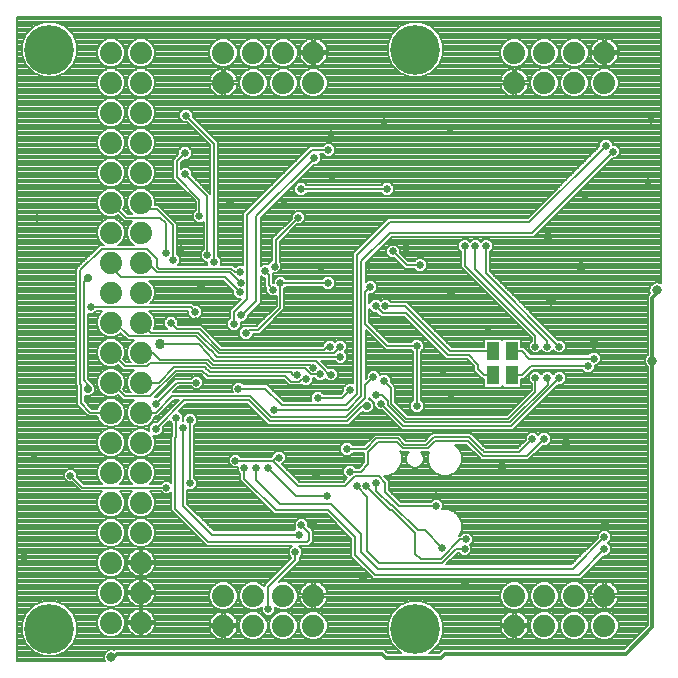
<source format=gbl>
G75*
%MOIN*%
%OFA0B0*%
%FSLAX25Y25*%
%IPPOS*%
%LPD*%
%AMOC8*
5,1,8,0,0,1.08239X$1,22.5*
%
%ADD10C,0.07400*%
%ADD11R,0.04400X0.06300*%
%ADD12C,0.02584*%
%ADD13C,0.00800*%
%ADD14C,0.03372*%
%ADD15C,0.02978*%
%ADD16C,0.03175*%
%ADD17C,0.00600*%
%ADD18C,0.01200*%
%ADD19C,0.02781*%
%ADD20C,0.16600*%
D10*
X0260500Y0252000D03*
X0260500Y0262000D03*
X0270500Y0262000D03*
X0270500Y0252000D03*
X0270500Y0272000D03*
X0270500Y0282000D03*
X0260500Y0282000D03*
X0260500Y0272000D03*
X0260500Y0292000D03*
X0260500Y0302000D03*
X0270500Y0302000D03*
X0270500Y0292000D03*
X0270500Y0312000D03*
X0270500Y0322000D03*
X0270500Y0332000D03*
X0260500Y0332000D03*
X0260500Y0322000D03*
X0260500Y0312000D03*
X0260500Y0342000D03*
X0260500Y0352000D03*
X0270500Y0352000D03*
X0270500Y0342000D03*
X0270500Y0362000D03*
X0270500Y0372000D03*
X0260500Y0372000D03*
X0260500Y0362000D03*
X0260500Y0382000D03*
X0260500Y0392000D03*
X0270500Y0392000D03*
X0270500Y0382000D03*
X0270500Y0402000D03*
X0270500Y0412000D03*
X0260500Y0412000D03*
X0260500Y0402000D03*
X0260500Y0422000D03*
X0260500Y0432000D03*
X0270500Y0432000D03*
X0270500Y0422000D03*
X0270500Y0442000D03*
X0260500Y0442000D03*
X0298000Y0442000D03*
X0298000Y0432000D03*
X0308000Y0432000D03*
X0318000Y0432000D03*
X0318000Y0442000D03*
X0308000Y0442000D03*
X0328000Y0442000D03*
X0328000Y0432000D03*
X0395000Y0432000D03*
X0395000Y0442000D03*
X0405000Y0442000D03*
X0415000Y0442000D03*
X0415000Y0432000D03*
X0405000Y0432000D03*
X0425000Y0432000D03*
X0425000Y0442000D03*
X0425000Y0261000D03*
X0425000Y0251000D03*
X0415000Y0251000D03*
X0415000Y0261000D03*
X0405000Y0261000D03*
X0405000Y0251000D03*
X0395000Y0251000D03*
X0395000Y0261000D03*
X0328000Y0261000D03*
X0328000Y0251000D03*
X0318000Y0251000D03*
X0318000Y0261000D03*
X0308000Y0261000D03*
X0308000Y0251000D03*
X0298000Y0251000D03*
X0298000Y0261000D03*
D11*
X0387900Y0334500D03*
X0394100Y0334500D03*
X0394100Y0342500D03*
X0387900Y0342500D03*
D12*
X0402000Y0344000D03*
X0406000Y0344000D03*
X0410000Y0344000D03*
X0410000Y0333500D03*
X0406000Y0333500D03*
X0402000Y0333500D03*
X0419498Y0337498D03*
X0421500Y0340000D03*
X0404820Y0313285D03*
X0401010Y0313285D03*
X0374000Y0326635D03*
X0371165Y0336145D03*
X0362400Y0344200D03*
X0351500Y0332500D03*
X0348000Y0334000D03*
X0348805Y0327808D03*
X0350500Y0325000D03*
X0340308Y0329500D03*
X0333850Y0334650D03*
X0330215Y0334685D03*
X0327963Y0336937D03*
X0325550Y0333150D03*
X0322400Y0334519D03*
X0329500Y0326792D03*
X0315000Y0323000D03*
X0303000Y0330000D03*
X0289000Y0332000D03*
X0286792Y0319500D03*
X0284500Y0317000D03*
X0282208Y0320308D03*
X0275400Y0316600D03*
X0275508Y0325008D03*
X0286792Y0298392D03*
X0279000Y0297000D03*
X0302000Y0306000D03*
X0305000Y0303500D03*
X0309000Y0303500D03*
X0313000Y0303500D03*
X0316631Y0307000D03*
X0332500Y0294308D03*
X0328000Y0285184D03*
X0324000Y0284500D03*
X0323192Y0281292D03*
X0322000Y0275500D03*
X0313000Y0256500D03*
X0344500Y0266500D03*
X0369000Y0291000D03*
X0369000Y0294184D03*
X0378809Y0279684D03*
X0378365Y0276500D03*
X0371000Y0277000D03*
X0378500Y0265000D03*
X0349000Y0298500D03*
X0345684Y0297500D03*
X0342500Y0297500D03*
X0340220Y0302320D03*
X0339108Y0309857D03*
X0362600Y0324200D03*
X0337000Y0340500D03*
X0336784Y0344000D03*
X0333600Y0344006D03*
X0348816Y0357500D03*
X0352000Y0357500D03*
X0347000Y0363800D03*
X0346450Y0370715D03*
X0354479Y0375721D03*
X0359000Y0377000D03*
X0363545Y0371070D03*
X0378500Y0377500D03*
X0382000Y0377500D03*
X0385500Y0377500D03*
X0418500Y0394500D03*
X0428000Y0409000D03*
X0425498Y0411002D03*
X0440500Y0419500D03*
X0439500Y0399000D03*
X0373500Y0417000D03*
X0351480Y0418695D03*
X0333700Y0414885D03*
X0333000Y0409500D03*
X0328121Y0406879D03*
X0323900Y0396400D03*
X0318211Y0391419D03*
X0323000Y0387000D03*
X0315033Y0370671D03*
X0312000Y0369200D03*
X0317000Y0365200D03*
X0314600Y0363008D03*
X0303592Y0362050D03*
X0303708Y0365234D03*
X0303600Y0368800D03*
X0294918Y0372192D03*
X0292667Y0374444D03*
X0284000Y0376635D03*
X0281200Y0372800D03*
X0278800Y0375200D03*
X0290600Y0363800D03*
X0288615Y0355584D03*
X0288800Y0352400D03*
X0280600Y0351800D03*
X0301500Y0351600D03*
X0303792Y0354400D03*
X0305500Y0348500D03*
X0332800Y0365200D03*
X0352525Y0396475D03*
X0290000Y0387500D03*
X0285260Y0401500D03*
X0285260Y0408500D03*
X0285500Y0421000D03*
X0236000Y0386900D03*
X0253690Y0357100D03*
X0235000Y0307000D03*
X0247000Y0301000D03*
X0231500Y0274000D03*
X0425000Y0276500D03*
X0425000Y0280500D03*
X0425140Y0284710D03*
D13*
X0229300Y0239300D02*
X0229300Y0453700D01*
X0443700Y0453700D01*
X0443700Y0365124D01*
X0443027Y0365402D01*
X0441998Y0365402D01*
X0441047Y0365008D01*
X0440319Y0364281D01*
X0439925Y0363330D01*
X0439925Y0362300D01*
X0440175Y0361698D01*
X0439415Y0360938D01*
X0439415Y0341379D01*
X0438822Y0340786D01*
X0438428Y0339835D01*
X0438428Y0338805D01*
X0438822Y0337854D01*
X0439415Y0337261D01*
X0439415Y0251083D01*
X0431462Y0243130D01*
X0371137Y0243130D01*
X0370200Y0242193D01*
X0369867Y0241860D01*
X0366650Y0241860D01*
X0367268Y0242116D01*
X0369884Y0244732D01*
X0371300Y0248150D01*
X0371300Y0251850D01*
X0369884Y0255268D01*
X0367268Y0257884D01*
X0363850Y0259300D01*
X0360150Y0259300D01*
X0356732Y0257884D01*
X0354116Y0255268D01*
X0352700Y0251850D01*
X0352700Y0248150D01*
X0354116Y0244732D01*
X0356732Y0242116D01*
X0357350Y0241860D01*
X0352778Y0241860D01*
X0351508Y0243130D01*
X0261917Y0243130D01*
X0261665Y0242878D01*
X0261190Y0243075D01*
X0260160Y0243075D01*
X0259209Y0242681D01*
X0258482Y0241953D01*
X0258088Y0241002D01*
X0258088Y0239973D01*
X0258366Y0239300D01*
X0229300Y0239300D01*
X0229300Y0239911D02*
X0258113Y0239911D01*
X0258088Y0240709D02*
X0241872Y0240709D01*
X0241850Y0240700D02*
X0245268Y0242116D01*
X0247884Y0244732D01*
X0249300Y0248150D01*
X0249300Y0251850D01*
X0247884Y0255268D01*
X0245268Y0257884D01*
X0241850Y0259300D01*
X0238150Y0259300D01*
X0234732Y0257884D01*
X0232116Y0255268D01*
X0230700Y0251850D01*
X0230700Y0248150D01*
X0232116Y0244732D01*
X0234732Y0242116D01*
X0238150Y0240700D01*
X0241850Y0240700D01*
X0243800Y0241508D02*
X0258297Y0241508D01*
X0258835Y0242306D02*
X0245458Y0242306D01*
X0246257Y0243105D02*
X0261892Y0243105D01*
X0261435Y0247300D02*
X0263162Y0248016D01*
X0264484Y0249338D01*
X0265200Y0251065D01*
X0265200Y0252935D01*
X0264484Y0254662D01*
X0263162Y0255984D01*
X0261435Y0256700D01*
X0259565Y0256700D01*
X0257838Y0255984D01*
X0256516Y0254662D01*
X0255800Y0252935D01*
X0255800Y0251065D01*
X0256516Y0249338D01*
X0257838Y0248016D01*
X0259565Y0247300D01*
X0261435Y0247300D01*
X0262873Y0247896D02*
X0268202Y0247896D01*
X0268037Y0247980D02*
X0268696Y0247644D01*
X0269399Y0247416D01*
X0270100Y0247305D01*
X0270100Y0251600D01*
X0265805Y0251600D01*
X0265916Y0250899D01*
X0266144Y0250196D01*
X0266480Y0249537D01*
X0266915Y0248938D01*
X0267438Y0248415D01*
X0268037Y0247980D01*
X0267159Y0248694D02*
X0263841Y0248694D01*
X0264549Y0249493D02*
X0266512Y0249493D01*
X0266113Y0250291D02*
X0264879Y0250291D01*
X0265200Y0251090D02*
X0265886Y0251090D01*
X0265200Y0251888D02*
X0270100Y0251888D01*
X0270100Y0251600D02*
X0270100Y0252400D01*
X0270100Y0256695D01*
X0269399Y0256584D01*
X0268696Y0256356D01*
X0268037Y0256020D01*
X0267438Y0255585D01*
X0266915Y0255062D01*
X0266480Y0254463D01*
X0266144Y0253804D01*
X0265916Y0253101D01*
X0265805Y0252400D01*
X0270100Y0252400D01*
X0270900Y0252400D01*
X0270900Y0256695D01*
X0271601Y0256584D01*
X0272304Y0256356D01*
X0272963Y0256020D01*
X0273562Y0255585D01*
X0274085Y0255062D01*
X0274520Y0254463D01*
X0274856Y0253804D01*
X0275084Y0253101D01*
X0275195Y0252400D01*
X0270900Y0252400D01*
X0270900Y0251600D01*
X0275195Y0251600D01*
X0275084Y0250899D01*
X0274856Y0250196D01*
X0274520Y0249537D01*
X0274085Y0248938D01*
X0273562Y0248415D01*
X0272963Y0247980D01*
X0272304Y0247644D01*
X0271601Y0247416D01*
X0270900Y0247305D01*
X0270900Y0251600D01*
X0270100Y0251600D01*
X0270100Y0251090D02*
X0270900Y0251090D01*
X0270900Y0251888D02*
X0293382Y0251888D01*
X0293416Y0252101D02*
X0293305Y0251400D01*
X0297600Y0251400D01*
X0297600Y0255695D01*
X0296899Y0255584D01*
X0296196Y0255356D01*
X0295537Y0255020D01*
X0294938Y0254585D01*
X0294415Y0254062D01*
X0293980Y0253463D01*
X0293644Y0252804D01*
X0293416Y0252101D01*
X0293606Y0252687D02*
X0275150Y0252687D01*
X0274959Y0253485D02*
X0293996Y0253485D01*
X0294637Y0254284D02*
X0274611Y0254284D01*
X0274064Y0255082D02*
X0295660Y0255082D01*
X0296149Y0256679D02*
X0271000Y0256679D01*
X0270900Y0256679D02*
X0270100Y0256679D01*
X0270000Y0256679D02*
X0261485Y0256679D01*
X0261435Y0257300D02*
X0263162Y0258016D01*
X0264484Y0259338D01*
X0265200Y0261065D01*
X0265200Y0262935D01*
X0264484Y0264662D01*
X0263162Y0265984D01*
X0261435Y0266700D01*
X0259565Y0266700D01*
X0257838Y0265984D01*
X0256516Y0264662D01*
X0255800Y0262935D01*
X0255800Y0261065D01*
X0256516Y0259338D01*
X0257838Y0258016D01*
X0259565Y0257300D01*
X0261435Y0257300D01*
X0261864Y0257478D02*
X0269208Y0257478D01*
X0269399Y0257416D02*
X0268696Y0257644D01*
X0268037Y0257980D01*
X0267438Y0258415D01*
X0266915Y0258938D01*
X0266480Y0259537D01*
X0266144Y0260196D01*
X0265916Y0260899D01*
X0265805Y0261600D01*
X0270100Y0261600D01*
X0270100Y0262400D01*
X0270100Y0266695D01*
X0269399Y0266584D01*
X0268696Y0266356D01*
X0268037Y0266020D01*
X0267438Y0265585D01*
X0266915Y0265062D01*
X0266480Y0264463D01*
X0266144Y0263804D01*
X0265916Y0263101D01*
X0265805Y0262400D01*
X0270100Y0262400D01*
X0270900Y0262400D01*
X0270900Y0266695D01*
X0271601Y0266584D01*
X0272304Y0266356D01*
X0272963Y0266020D01*
X0273562Y0265585D01*
X0274085Y0265062D01*
X0274520Y0264463D01*
X0274856Y0263804D01*
X0275084Y0263101D01*
X0275195Y0262400D01*
X0270900Y0262400D01*
X0270900Y0261600D01*
X0275195Y0261600D01*
X0275084Y0260899D01*
X0274856Y0260196D01*
X0274520Y0259537D01*
X0274085Y0258938D01*
X0273562Y0258415D01*
X0272963Y0257980D01*
X0272304Y0257644D01*
X0271601Y0257416D01*
X0270900Y0257305D01*
X0270900Y0261600D01*
X0270100Y0261600D01*
X0270100Y0257305D01*
X0269399Y0257416D01*
X0270100Y0257478D02*
X0270900Y0257478D01*
X0270900Y0258276D02*
X0270100Y0258276D01*
X0270100Y0259075D02*
X0270900Y0259075D01*
X0270900Y0259873D02*
X0270100Y0259873D01*
X0270100Y0260672D02*
X0270900Y0260672D01*
X0270900Y0261470D02*
X0270100Y0261470D01*
X0270100Y0262269D02*
X0265200Y0262269D01*
X0265200Y0261470D02*
X0265825Y0261470D01*
X0265990Y0260672D02*
X0265037Y0260672D01*
X0264706Y0259873D02*
X0266309Y0259873D01*
X0266816Y0259075D02*
X0264222Y0259075D01*
X0263423Y0258276D02*
X0267629Y0258276D01*
X0267845Y0255881D02*
X0263266Y0255881D01*
X0264064Y0255082D02*
X0266936Y0255082D01*
X0266389Y0254284D02*
X0264641Y0254284D01*
X0264972Y0253485D02*
X0266041Y0253485D01*
X0265850Y0252687D02*
X0265200Y0252687D01*
X0270100Y0252687D02*
X0270900Y0252687D01*
X0270900Y0253485D02*
X0270100Y0253485D01*
X0270100Y0254284D02*
X0270900Y0254284D01*
X0270900Y0255082D02*
X0270100Y0255082D01*
X0270100Y0255881D02*
X0270900Y0255881D01*
X0271792Y0257478D02*
X0294875Y0257478D01*
X0295338Y0257016D02*
X0297065Y0256300D01*
X0298935Y0256300D01*
X0300662Y0257016D01*
X0301984Y0258338D01*
X0302700Y0260065D01*
X0302700Y0261935D01*
X0301984Y0263662D01*
X0300662Y0264984D01*
X0298935Y0265700D01*
X0297065Y0265700D01*
X0295338Y0264984D01*
X0294016Y0263662D01*
X0293300Y0261935D01*
X0293300Y0260065D01*
X0294016Y0258338D01*
X0295338Y0257016D01*
X0294077Y0258276D02*
X0273371Y0258276D01*
X0274184Y0259075D02*
X0293710Y0259075D01*
X0293379Y0259873D02*
X0274691Y0259873D01*
X0275010Y0260672D02*
X0293300Y0260672D01*
X0293300Y0261470D02*
X0275175Y0261470D01*
X0275090Y0263068D02*
X0293769Y0263068D01*
X0293438Y0262269D02*
X0270900Y0262269D01*
X0270900Y0263068D02*
X0270100Y0263068D01*
X0270100Y0263866D02*
X0270900Y0263866D01*
X0270900Y0264665D02*
X0270100Y0264665D01*
X0270100Y0265463D02*
X0270900Y0265463D01*
X0270900Y0266262D02*
X0270100Y0266262D01*
X0270100Y0267305D02*
X0270100Y0271600D01*
X0265805Y0271600D01*
X0265916Y0270899D01*
X0266144Y0270196D01*
X0266480Y0269537D01*
X0266915Y0268938D01*
X0267438Y0268415D01*
X0268037Y0267980D01*
X0268696Y0267644D01*
X0269399Y0267416D01*
X0270100Y0267305D01*
X0270100Y0267859D02*
X0270900Y0267859D01*
X0270900Y0267305D02*
X0271601Y0267416D01*
X0272304Y0267644D01*
X0272963Y0267980D01*
X0273562Y0268415D01*
X0274085Y0268938D01*
X0274520Y0269537D01*
X0274856Y0270196D01*
X0275084Y0270899D01*
X0275195Y0271600D01*
X0270900Y0271600D01*
X0270900Y0272400D01*
X0270100Y0272400D01*
X0270100Y0276695D01*
X0269399Y0276584D01*
X0268696Y0276356D01*
X0268037Y0276020D01*
X0267438Y0275585D01*
X0266915Y0275062D01*
X0266480Y0274463D01*
X0266144Y0273804D01*
X0265916Y0273101D01*
X0265805Y0272400D01*
X0270100Y0272400D01*
X0270100Y0271600D01*
X0270900Y0271600D01*
X0270900Y0267305D01*
X0270900Y0268657D02*
X0270100Y0268657D01*
X0270100Y0269456D02*
X0270900Y0269456D01*
X0270900Y0270254D02*
X0270100Y0270254D01*
X0270100Y0271053D02*
X0270900Y0271053D01*
X0270900Y0271851D02*
X0318871Y0271851D01*
X0318073Y0271053D02*
X0275109Y0271053D01*
X0274875Y0270254D02*
X0317274Y0270254D01*
X0316476Y0269456D02*
X0274461Y0269456D01*
X0273804Y0268657D02*
X0315677Y0268657D01*
X0314879Y0267859D02*
X0272725Y0267859D01*
X0272489Y0266262D02*
X0313282Y0266262D01*
X0314080Y0267060D02*
X0229300Y0267060D01*
X0229300Y0266262D02*
X0258507Y0266262D01*
X0257316Y0265463D02*
X0229300Y0265463D01*
X0229300Y0264665D02*
X0256518Y0264665D01*
X0256186Y0263866D02*
X0229300Y0263866D01*
X0229300Y0263068D02*
X0255855Y0263068D01*
X0255800Y0262269D02*
X0229300Y0262269D01*
X0229300Y0261470D02*
X0255800Y0261470D01*
X0255963Y0260672D02*
X0229300Y0260672D01*
X0229300Y0259873D02*
X0256294Y0259873D01*
X0256778Y0259075D02*
X0242393Y0259075D01*
X0244321Y0258276D02*
X0257577Y0258276D01*
X0259136Y0257478D02*
X0245674Y0257478D01*
X0246473Y0256679D02*
X0259515Y0256679D01*
X0257734Y0255881D02*
X0247271Y0255881D01*
X0247961Y0255082D02*
X0256936Y0255082D01*
X0256359Y0254284D02*
X0248292Y0254284D01*
X0248623Y0253485D02*
X0256028Y0253485D01*
X0255800Y0252687D02*
X0248953Y0252687D01*
X0249284Y0251888D02*
X0255800Y0251888D01*
X0255800Y0251090D02*
X0249300Y0251090D01*
X0249300Y0250291D02*
X0256120Y0250291D01*
X0256451Y0249493D02*
X0249300Y0249493D01*
X0249300Y0248694D02*
X0257159Y0248694D01*
X0258127Y0247896D02*
X0249195Y0247896D01*
X0248864Y0247097D02*
X0295375Y0247097D01*
X0295537Y0246980D02*
X0296196Y0246644D01*
X0296899Y0246416D01*
X0297600Y0246305D01*
X0297600Y0250600D01*
X0298400Y0250600D01*
X0298400Y0251400D01*
X0302695Y0251400D01*
X0302584Y0252101D01*
X0302356Y0252804D01*
X0302020Y0253463D01*
X0301585Y0254062D01*
X0301062Y0254585D01*
X0300463Y0255020D01*
X0299804Y0255356D01*
X0299101Y0255584D01*
X0298400Y0255695D01*
X0298400Y0251400D01*
X0297600Y0251400D01*
X0297600Y0250600D01*
X0293305Y0250600D01*
X0293416Y0249899D01*
X0293644Y0249196D01*
X0293980Y0248537D01*
X0294415Y0247938D01*
X0294938Y0247415D01*
X0295537Y0246980D01*
X0294457Y0247896D02*
X0272798Y0247896D01*
X0273841Y0248694D02*
X0293900Y0248694D01*
X0293548Y0249493D02*
X0274488Y0249493D01*
X0274887Y0250291D02*
X0293354Y0250291D01*
X0297600Y0250291D02*
X0298400Y0250291D01*
X0298400Y0250600D02*
X0298400Y0246305D01*
X0299101Y0246416D01*
X0299804Y0246644D01*
X0300463Y0246980D01*
X0301062Y0247415D01*
X0301585Y0247938D01*
X0302020Y0248537D01*
X0302356Y0249196D01*
X0302584Y0249899D01*
X0302695Y0250600D01*
X0298400Y0250600D01*
X0298400Y0251090D02*
X0303300Y0251090D01*
X0303300Y0251888D02*
X0302618Y0251888D01*
X0303300Y0251935D02*
X0303300Y0250065D01*
X0304016Y0248338D01*
X0305338Y0247016D01*
X0307065Y0246300D01*
X0308935Y0246300D01*
X0310662Y0247016D01*
X0311984Y0248338D01*
X0312700Y0250065D01*
X0312700Y0251935D01*
X0311984Y0253662D01*
X0310662Y0254984D01*
X0308935Y0255700D01*
X0307065Y0255700D01*
X0305338Y0254984D01*
X0304016Y0253662D01*
X0303300Y0251935D01*
X0303611Y0252687D02*
X0302394Y0252687D01*
X0302004Y0253485D02*
X0303942Y0253485D01*
X0304637Y0254284D02*
X0301363Y0254284D01*
X0300340Y0255082D02*
X0305574Y0255082D01*
X0306149Y0256679D02*
X0299851Y0256679D01*
X0301125Y0257478D02*
X0304875Y0257478D01*
X0305338Y0257016D02*
X0307065Y0256300D01*
X0308935Y0256300D01*
X0310662Y0257016D01*
X0310708Y0257061D01*
X0310708Y0255551D01*
X0312051Y0254208D01*
X0313949Y0254208D01*
X0315292Y0255551D01*
X0315292Y0257061D01*
X0315338Y0257016D01*
X0317065Y0256300D01*
X0318935Y0256300D01*
X0320662Y0257016D01*
X0321984Y0258338D01*
X0322700Y0260065D01*
X0322700Y0261935D01*
X0321984Y0263662D01*
X0320662Y0264984D01*
X0318935Y0265700D01*
X0317065Y0265700D01*
X0316407Y0265428D01*
X0323400Y0272420D01*
X0323400Y0273658D01*
X0324292Y0274551D01*
X0324292Y0276449D01*
X0323142Y0277600D01*
X0326580Y0277600D01*
X0327400Y0278420D01*
X0327900Y0278920D01*
X0327900Y0282580D01*
X0327080Y0283400D01*
X0326292Y0284188D01*
X0326292Y0285449D01*
X0324949Y0286792D01*
X0323051Y0286792D01*
X0321708Y0285449D01*
X0321708Y0283551D01*
X0321958Y0283300D01*
X0321351Y0282692D01*
X0294788Y0282692D01*
X0285900Y0291580D01*
X0285900Y0296100D01*
X0287742Y0296100D01*
X0289084Y0297443D01*
X0289084Y0299342D01*
X0288092Y0300334D01*
X0288092Y0317558D01*
X0289084Y0318551D01*
X0289084Y0320449D01*
X0287742Y0321792D01*
X0285843Y0321792D01*
X0284500Y0320449D01*
X0284500Y0319292D01*
X0284434Y0319292D01*
X0284500Y0319358D01*
X0284500Y0321257D01*
X0283198Y0322559D01*
X0285538Y0324900D01*
X0305862Y0324900D01*
X0312086Y0318676D01*
X0312847Y0317914D01*
X0337062Y0317914D01*
X0337076Y0317900D01*
X0339538Y0317900D01*
X0339553Y0317914D01*
X0339788Y0317914D01*
X0344147Y0322273D01*
X0344335Y0322084D01*
X0345213Y0321721D01*
X0346164Y0321721D01*
X0347043Y0322084D01*
X0347716Y0322757D01*
X0348079Y0323636D01*
X0348079Y0324587D01*
X0347716Y0325465D01*
X0347043Y0326138D01*
X0346528Y0326351D01*
X0346600Y0326423D01*
X0346600Y0326771D01*
X0347855Y0325516D01*
X0348208Y0325516D01*
X0348208Y0324051D01*
X0349551Y0322708D01*
X0350954Y0322708D01*
X0357462Y0316200D01*
X0394538Y0316200D01*
X0395300Y0316962D01*
X0409546Y0331208D01*
X0410949Y0331208D01*
X0412292Y0332551D01*
X0412292Y0334449D01*
X0410949Y0335792D01*
X0409051Y0335792D01*
X0408000Y0334742D01*
X0406949Y0335792D01*
X0405051Y0335792D01*
X0404000Y0334742D01*
X0402949Y0335792D01*
X0401051Y0335792D01*
X0399708Y0334449D01*
X0399708Y0332551D01*
X0400700Y0331558D01*
X0400700Y0329433D01*
X0392467Y0321200D01*
X0359536Y0321200D01*
X0355192Y0325543D01*
X0355192Y0330646D01*
X0353792Y0332046D01*
X0353792Y0333449D01*
X0352449Y0334792D01*
X0350551Y0334792D01*
X0350292Y0334534D01*
X0350292Y0334949D01*
X0348949Y0336292D01*
X0347051Y0336292D01*
X0345708Y0334949D01*
X0345708Y0333546D01*
X0345400Y0333238D01*
X0345400Y0349562D01*
X0352062Y0342900D01*
X0360458Y0342900D01*
X0361300Y0342058D01*
X0361300Y0326142D01*
X0360308Y0325149D01*
X0360308Y0323251D01*
X0361651Y0321908D01*
X0363549Y0321908D01*
X0364892Y0323251D01*
X0364892Y0325149D01*
X0363900Y0326142D01*
X0363900Y0342458D01*
X0364692Y0343251D01*
X0364692Y0345149D01*
X0363349Y0346492D01*
X0361451Y0346492D01*
X0360458Y0345500D01*
X0353138Y0345500D01*
X0346600Y0352038D01*
X0346600Y0356474D01*
X0347866Y0355208D01*
X0349071Y0355208D01*
X0349128Y0355151D01*
X0349651Y0354628D01*
X0350471Y0353808D01*
X0358232Y0353808D01*
X0372340Y0339700D01*
X0379320Y0339700D01*
X0381600Y0337420D01*
X0381600Y0335920D01*
X0383600Y0333920D01*
X0384420Y0333100D01*
X0384700Y0333100D01*
X0384700Y0330936D01*
X0385286Y0330350D01*
X0390514Y0330350D01*
X0391000Y0330836D01*
X0391486Y0330350D01*
X0396714Y0330350D01*
X0397300Y0330936D01*
X0397300Y0333100D01*
X0398080Y0333100D01*
X0398900Y0333920D01*
X0401078Y0336098D01*
X0417657Y0336098D01*
X0418549Y0335206D01*
X0420448Y0335206D01*
X0421791Y0336549D01*
X0421791Y0337708D01*
X0422449Y0337708D01*
X0423792Y0339051D01*
X0423792Y0340949D01*
X0422449Y0342292D01*
X0420551Y0342292D01*
X0419658Y0341400D01*
X0400580Y0341400D01*
X0398900Y0343080D01*
X0398080Y0343900D01*
X0397300Y0343900D01*
X0397300Y0346064D01*
X0396714Y0346650D01*
X0391486Y0346650D01*
X0391000Y0346164D01*
X0390514Y0346650D01*
X0385286Y0346650D01*
X0384700Y0346064D01*
X0384700Y0343900D01*
X0374080Y0343900D01*
X0359900Y0358080D01*
X0359080Y0358900D01*
X0353842Y0358900D01*
X0352949Y0359792D01*
X0351051Y0359792D01*
X0350408Y0359149D01*
X0349765Y0359792D01*
X0347866Y0359792D01*
X0346600Y0358526D01*
X0346600Y0361508D01*
X0347949Y0361508D01*
X0349292Y0362851D01*
X0349292Y0364749D01*
X0347949Y0366092D01*
X0346051Y0366092D01*
X0345400Y0365442D01*
X0345400Y0371920D01*
X0354080Y0380600D01*
X0401580Y0380600D01*
X0427688Y0406708D01*
X0428949Y0406708D01*
X0430292Y0408051D01*
X0430292Y0409949D01*
X0428949Y0411292D01*
X0427791Y0411292D01*
X0427791Y0411951D01*
X0426448Y0413294D01*
X0424549Y0413294D01*
X0423206Y0411951D01*
X0423206Y0410686D01*
X0399420Y0386900D01*
X0352920Y0386900D01*
X0341920Y0375900D01*
X0341100Y0375080D01*
X0341100Y0331792D01*
X0339358Y0331792D01*
X0338016Y0330449D01*
X0338016Y0329046D01*
X0337062Y0328092D01*
X0331442Y0328092D01*
X0330449Y0329084D01*
X0328551Y0329084D01*
X0327208Y0327742D01*
X0327208Y0325900D01*
X0318080Y0325900D01*
X0313400Y0330580D01*
X0312580Y0331400D01*
X0304842Y0331400D01*
X0303949Y0332292D01*
X0302051Y0332292D01*
X0300708Y0330949D01*
X0300708Y0329051D01*
X0301058Y0328700D01*
X0281038Y0328700D01*
X0283038Y0330700D01*
X0287058Y0330700D01*
X0288051Y0329708D01*
X0289949Y0329708D01*
X0291292Y0331051D01*
X0291292Y0332949D01*
X0289949Y0334292D01*
X0288051Y0334292D01*
X0287058Y0333300D01*
X0281961Y0333300D01*
X0275961Y0327300D01*
X0275258Y0327300D01*
X0282658Y0334700D01*
X0290462Y0334700D01*
X0291500Y0333662D01*
X0291500Y0333662D01*
X0292262Y0332900D01*
X0292527Y0332900D01*
X0292527Y0332900D01*
X0294598Y0332900D01*
X0294598Y0332900D01*
X0318062Y0332900D01*
X0319934Y0331027D01*
X0323846Y0331027D01*
X0324139Y0331319D01*
X0324600Y0330858D01*
X0326499Y0330858D01*
X0327842Y0332200D01*
X0327842Y0333385D01*
X0328273Y0333385D01*
X0329265Y0332393D01*
X0331164Y0332393D01*
X0332015Y0333244D01*
X0332900Y0332358D01*
X0334799Y0332358D01*
X0336142Y0333700D01*
X0336142Y0335599D01*
X0334799Y0336942D01*
X0332900Y0336942D01*
X0332898Y0336940D01*
X0331661Y0338177D01*
X0330638Y0339200D01*
X0335058Y0339200D01*
X0336051Y0338208D01*
X0337949Y0338208D01*
X0339292Y0339551D01*
X0339292Y0341449D01*
X0338384Y0342358D01*
X0339076Y0343051D01*
X0339076Y0344949D01*
X0337734Y0346292D01*
X0335835Y0346292D01*
X0335195Y0345653D01*
X0334549Y0346298D01*
X0332651Y0346298D01*
X0331308Y0344956D01*
X0331308Y0344546D01*
X0331076Y0344314D01*
X0297421Y0344314D01*
X0290636Y0351100D01*
X0283138Y0351100D01*
X0282892Y0351346D01*
X0282892Y0352749D01*
X0281549Y0354092D01*
X0279651Y0354092D01*
X0278308Y0352749D01*
X0278308Y0350851D01*
X0279258Y0349900D01*
X0274717Y0349900D01*
X0275200Y0351065D01*
X0275200Y0352935D01*
X0274484Y0354662D01*
X0273347Y0355800D01*
X0286323Y0355800D01*
X0286323Y0354635D01*
X0287666Y0353292D01*
X0289564Y0353292D01*
X0290907Y0354635D01*
X0290907Y0356534D01*
X0289564Y0357876D01*
X0288161Y0357876D01*
X0287638Y0358400D01*
X0273547Y0358400D01*
X0274484Y0359338D01*
X0275200Y0361065D01*
X0275200Y0362935D01*
X0274484Y0364662D01*
X0273247Y0365900D01*
X0297903Y0365900D01*
X0301300Y0362503D01*
X0301300Y0361100D01*
X0302643Y0359758D01*
X0303778Y0359758D01*
X0300920Y0356900D01*
X0300100Y0356080D01*
X0300100Y0353442D01*
X0299208Y0352549D01*
X0299208Y0350651D01*
X0300551Y0349308D01*
X0302449Y0349308D01*
X0303792Y0350651D01*
X0303792Y0352108D01*
X0304742Y0352108D01*
X0306084Y0353451D01*
X0306084Y0354306D01*
X0310400Y0358622D01*
X0310400Y0367558D01*
X0311051Y0366908D01*
X0311900Y0366908D01*
X0311900Y0363869D01*
X0312308Y0363462D01*
X0312308Y0362058D01*
X0313651Y0360716D01*
X0315549Y0360716D01*
X0315700Y0360866D01*
X0315700Y0357538D01*
X0308962Y0350800D01*
X0305962Y0350800D01*
X0305954Y0350792D01*
X0304551Y0350792D01*
X0303208Y0349449D01*
X0303208Y0347551D01*
X0304551Y0346208D01*
X0306449Y0346208D01*
X0307792Y0347551D01*
X0307792Y0348200D01*
X0310038Y0348200D01*
X0310800Y0348962D01*
X0317531Y0355692D01*
X0317538Y0355692D01*
X0318300Y0356454D01*
X0318300Y0363258D01*
X0318942Y0363900D01*
X0330858Y0363900D01*
X0331851Y0362908D01*
X0333749Y0362908D01*
X0335092Y0364251D01*
X0335092Y0366149D01*
X0333749Y0367492D01*
X0331851Y0367492D01*
X0330858Y0366500D01*
X0318942Y0366500D01*
X0317949Y0367492D01*
X0316051Y0367492D01*
X0314708Y0366149D01*
X0314708Y0365300D01*
X0314500Y0365300D01*
X0314500Y0368379D01*
X0315982Y0368379D01*
X0317325Y0369721D01*
X0317325Y0371620D01*
X0316800Y0372145D01*
X0316800Y0378962D01*
X0322546Y0384708D01*
X0323949Y0384708D01*
X0325292Y0386051D01*
X0325292Y0387949D01*
X0323949Y0389292D01*
X0322051Y0389292D01*
X0320708Y0387949D01*
X0320708Y0386546D01*
X0314962Y0380800D01*
X0314200Y0380038D01*
X0314200Y0372963D01*
X0314083Y0372963D01*
X0312740Y0371620D01*
X0312740Y0371492D01*
X0311051Y0371492D01*
X0310400Y0370842D01*
X0310400Y0386920D01*
X0328067Y0404587D01*
X0329070Y0404587D01*
X0330413Y0405930D01*
X0330413Y0407829D01*
X0330142Y0408100D01*
X0331158Y0408100D01*
X0332051Y0407208D01*
X0333949Y0407208D01*
X0335292Y0408551D01*
X0335292Y0410449D01*
X0333949Y0411792D01*
X0332051Y0411792D01*
X0331158Y0410900D01*
X0326920Y0410900D01*
X0326100Y0410080D01*
X0326100Y0410080D01*
X0305420Y0389400D01*
X0304600Y0388580D01*
X0304600Y0371042D01*
X0304549Y0371092D01*
X0302651Y0371092D01*
X0302018Y0370459D01*
X0301939Y0370538D01*
X0301177Y0371300D01*
X0297210Y0371300D01*
X0297210Y0373142D01*
X0296218Y0374134D01*
X0296218Y0412120D01*
X0287792Y0420546D01*
X0287792Y0421949D01*
X0286449Y0423292D01*
X0284551Y0423292D01*
X0283208Y0421949D01*
X0283208Y0420051D01*
X0284551Y0418708D01*
X0285954Y0418708D01*
X0293618Y0411043D01*
X0293618Y0394980D01*
X0287552Y0401046D01*
X0287552Y0402449D01*
X0286209Y0403792D01*
X0284310Y0403792D01*
X0283800Y0403282D01*
X0283800Y0405202D01*
X0284806Y0406208D01*
X0286209Y0406208D01*
X0287552Y0407551D01*
X0287552Y0409449D01*
X0286209Y0410792D01*
X0284310Y0410792D01*
X0275087Y0410792D01*
X0275200Y0411065D02*
X0274484Y0409338D01*
X0273162Y0408016D01*
X0271435Y0407300D01*
X0269565Y0407300D01*
X0267838Y0408016D01*
X0266516Y0409338D01*
X0265800Y0411065D01*
X0265800Y0412935D01*
X0266516Y0414662D01*
X0267838Y0415984D01*
X0269565Y0416700D01*
X0271435Y0416700D01*
X0273162Y0415984D01*
X0274484Y0414662D01*
X0275200Y0412935D01*
X0275200Y0411065D01*
X0275200Y0411591D02*
X0293071Y0411591D01*
X0293618Y0410792D02*
X0286209Y0410792D01*
X0287008Y0409994D02*
X0293618Y0409994D01*
X0293618Y0409195D02*
X0287552Y0409195D01*
X0287552Y0408397D02*
X0293618Y0408397D01*
X0293618Y0407598D02*
X0287552Y0407598D01*
X0286801Y0406800D02*
X0293618Y0406800D01*
X0293618Y0406001D02*
X0284599Y0406001D01*
X0283801Y0405203D02*
X0293618Y0405203D01*
X0293618Y0404404D02*
X0283800Y0404404D01*
X0283800Y0403605D02*
X0284124Y0403605D01*
X0286396Y0403605D02*
X0293618Y0403605D01*
X0293618Y0402807D02*
X0287194Y0402807D01*
X0287552Y0402008D02*
X0293618Y0402008D01*
X0293618Y0401210D02*
X0287552Y0401210D01*
X0288187Y0400411D02*
X0293618Y0400411D01*
X0293618Y0399613D02*
X0288985Y0399613D01*
X0289784Y0398814D02*
X0293618Y0398814D01*
X0293618Y0398016D02*
X0290582Y0398016D01*
X0291381Y0397217D02*
X0293618Y0397217D01*
X0293618Y0396419D02*
X0292179Y0396419D01*
X0292978Y0395620D02*
X0293618Y0395620D01*
X0296218Y0395620D02*
X0311641Y0395620D01*
X0312439Y0396419D02*
X0296218Y0396419D01*
X0296218Y0397217D02*
X0313238Y0397217D01*
X0314036Y0398016D02*
X0296218Y0398016D01*
X0296218Y0398814D02*
X0314835Y0398814D01*
X0315633Y0399613D02*
X0296218Y0399613D01*
X0296218Y0400411D02*
X0316432Y0400411D01*
X0317230Y0401210D02*
X0296218Y0401210D01*
X0296218Y0402008D02*
X0318029Y0402008D01*
X0318827Y0402807D02*
X0296218Y0402807D01*
X0296218Y0403605D02*
X0319626Y0403605D01*
X0320424Y0404404D02*
X0296218Y0404404D01*
X0296218Y0405203D02*
X0321223Y0405203D01*
X0322021Y0406001D02*
X0296218Y0406001D01*
X0296218Y0406800D02*
X0322820Y0406800D01*
X0323618Y0407598D02*
X0296218Y0407598D01*
X0296218Y0408397D02*
X0324417Y0408397D01*
X0325215Y0409195D02*
X0296218Y0409195D01*
X0296218Y0409994D02*
X0326014Y0409994D01*
X0326812Y0410792D02*
X0296218Y0410792D01*
X0296218Y0411591D02*
X0331849Y0411591D01*
X0334151Y0411591D02*
X0423206Y0411591D01*
X0423206Y0410792D02*
X0334949Y0410792D01*
X0335292Y0409994D02*
X0422514Y0409994D01*
X0421715Y0409195D02*
X0335292Y0409195D01*
X0335138Y0408397D02*
X0420917Y0408397D01*
X0420118Y0407598D02*
X0334340Y0407598D01*
X0333000Y0409500D02*
X0327500Y0409500D01*
X0306000Y0388000D01*
X0306000Y0360000D01*
X0301500Y0355500D01*
X0301500Y0351600D01*
X0301500Y0351500D01*
X0303247Y0350105D02*
X0303864Y0350105D01*
X0303792Y0350904D02*
X0309065Y0350904D01*
X0309864Y0351702D02*
X0303792Y0351702D01*
X0305134Y0352501D02*
X0310662Y0352501D01*
X0311461Y0353299D02*
X0305933Y0353299D01*
X0306084Y0354098D02*
X0312259Y0354098D01*
X0313058Y0354896D02*
X0306675Y0354896D01*
X0307473Y0355695D02*
X0313856Y0355695D01*
X0314655Y0356493D02*
X0308272Y0356493D01*
X0309070Y0357292D02*
X0315453Y0357292D01*
X0315700Y0358090D02*
X0309869Y0358090D01*
X0310400Y0358889D02*
X0315700Y0358889D01*
X0315700Y0359687D02*
X0310400Y0359687D01*
X0310400Y0360486D02*
X0315700Y0360486D01*
X0318300Y0360486D02*
X0341100Y0360486D01*
X0341100Y0361284D02*
X0318300Y0361284D01*
X0318300Y0362083D02*
X0341100Y0362083D01*
X0341100Y0362881D02*
X0318300Y0362881D01*
X0318721Y0363680D02*
X0331079Y0363680D01*
X0331232Y0366874D02*
X0318568Y0366874D01*
X0316873Y0369270D02*
X0341100Y0369270D01*
X0341100Y0370068D02*
X0317325Y0370068D01*
X0317325Y0370867D02*
X0341100Y0370867D01*
X0341100Y0371665D02*
X0317280Y0371665D01*
X0316800Y0372464D02*
X0341100Y0372464D01*
X0341100Y0373262D02*
X0316800Y0373262D01*
X0316800Y0374061D02*
X0341100Y0374061D01*
X0341100Y0374859D02*
X0316800Y0374859D01*
X0316800Y0375658D02*
X0341678Y0375658D01*
X0342476Y0376456D02*
X0316800Y0376456D01*
X0316800Y0377255D02*
X0343275Y0377255D01*
X0344073Y0378053D02*
X0316800Y0378053D01*
X0316800Y0378852D02*
X0344872Y0378852D01*
X0345670Y0379650D02*
X0317489Y0379650D01*
X0318287Y0380449D02*
X0346469Y0380449D01*
X0347267Y0381247D02*
X0319086Y0381247D01*
X0319884Y0382046D02*
X0348066Y0382046D01*
X0348864Y0382844D02*
X0320683Y0382844D01*
X0321481Y0383643D02*
X0349663Y0383643D01*
X0350461Y0384441D02*
X0322280Y0384441D01*
X0324481Y0385240D02*
X0351260Y0385240D01*
X0352058Y0386038D02*
X0325280Y0386038D01*
X0325292Y0386837D02*
X0352857Y0386837D01*
X0353500Y0385500D02*
X0342500Y0374500D01*
X0342500Y0330549D01*
X0342600Y0330449D01*
X0342600Y0328080D01*
X0338920Y0324400D01*
X0338820Y0324500D01*
X0317500Y0324500D01*
X0312000Y0330000D01*
X0303000Y0330000D01*
X0300708Y0330142D02*
X0290384Y0330142D01*
X0291183Y0330941D02*
X0300708Y0330941D01*
X0301498Y0331739D02*
X0291292Y0331739D01*
X0291292Y0332538D02*
X0318424Y0332538D01*
X0319222Y0331739D02*
X0304502Y0331739D01*
X0300708Y0329344D02*
X0281682Y0329344D01*
X0282481Y0330142D02*
X0287616Y0330142D01*
X0287095Y0333337D02*
X0281295Y0333337D01*
X0281199Y0332538D02*
X0280496Y0332538D01*
X0280401Y0331739D02*
X0279698Y0331739D01*
X0279602Y0330941D02*
X0278899Y0330941D01*
X0278804Y0330142D02*
X0278101Y0330142D01*
X0278005Y0329344D02*
X0277302Y0329344D01*
X0277207Y0328545D02*
X0276504Y0328545D01*
X0276408Y0327747D02*
X0275705Y0327747D01*
X0279193Y0323754D02*
X0280716Y0323754D01*
X0279991Y0324553D02*
X0281514Y0324553D01*
X0280790Y0325351D02*
X0282313Y0325351D01*
X0283062Y0326100D02*
X0275854Y0318892D01*
X0274451Y0318892D01*
X0273108Y0317549D01*
X0273108Y0316007D01*
X0271435Y0316700D01*
X0269565Y0316700D01*
X0267838Y0315984D01*
X0266516Y0314662D01*
X0265800Y0312935D01*
X0265800Y0311065D01*
X0266516Y0309338D01*
X0267838Y0308016D01*
X0269565Y0307300D01*
X0271435Y0307300D01*
X0273162Y0308016D01*
X0274484Y0309338D01*
X0275200Y0311065D01*
X0275200Y0312935D01*
X0274631Y0314308D01*
X0276349Y0314308D01*
X0277692Y0315651D01*
X0277692Y0317054D01*
X0279956Y0319318D01*
X0280808Y0318466D01*
X0280808Y0314296D01*
X0280592Y0314080D01*
X0280592Y0298649D01*
X0279949Y0299292D01*
X0278051Y0299292D01*
X0277058Y0298300D01*
X0273447Y0298300D01*
X0274484Y0299338D01*
X0275200Y0301065D01*
X0275200Y0302935D01*
X0274484Y0304662D01*
X0273162Y0305984D01*
X0271435Y0306700D01*
X0269565Y0306700D01*
X0267838Y0305984D01*
X0266516Y0304662D01*
X0265800Y0302935D01*
X0265800Y0301065D01*
X0266516Y0299338D01*
X0267553Y0298300D01*
X0263447Y0298300D01*
X0264484Y0299338D01*
X0265200Y0301065D01*
X0265200Y0302935D01*
X0264484Y0304662D01*
X0263162Y0305984D01*
X0261435Y0306700D01*
X0259565Y0306700D01*
X0257838Y0305984D01*
X0256516Y0304662D01*
X0255800Y0302935D01*
X0255800Y0301065D01*
X0256516Y0299338D01*
X0257553Y0298300D01*
X0251538Y0298300D01*
X0249292Y0300546D01*
X0249292Y0301949D01*
X0247949Y0303292D01*
X0246051Y0303292D01*
X0244708Y0301949D01*
X0244708Y0300051D01*
X0246051Y0298708D01*
X0247454Y0298708D01*
X0250462Y0295700D01*
X0257553Y0295700D01*
X0256516Y0294662D01*
X0255800Y0292935D01*
X0255800Y0291065D01*
X0256516Y0289338D01*
X0257838Y0288016D01*
X0259565Y0287300D01*
X0261435Y0287300D01*
X0263162Y0288016D01*
X0264484Y0289338D01*
X0265200Y0291065D01*
X0265200Y0292935D01*
X0264484Y0294662D01*
X0263447Y0295700D01*
X0267553Y0295700D01*
X0266516Y0294662D01*
X0265800Y0292935D01*
X0265800Y0291065D01*
X0266516Y0289338D01*
X0267838Y0288016D01*
X0269565Y0287300D01*
X0271435Y0287300D01*
X0273162Y0288016D01*
X0274484Y0289338D01*
X0275200Y0291065D01*
X0275200Y0292935D01*
X0274484Y0294662D01*
X0273447Y0295700D01*
X0277058Y0295700D01*
X0278051Y0294708D01*
X0279949Y0294708D01*
X0280592Y0295351D01*
X0280592Y0289428D01*
X0292420Y0277600D01*
X0320858Y0277600D01*
X0319708Y0276449D01*
X0319708Y0274551D01*
X0320600Y0273658D01*
X0320600Y0273580D01*
X0312420Y0265400D01*
X0311600Y0264580D01*
X0311600Y0264047D01*
X0310662Y0264984D01*
X0308935Y0265700D01*
X0307065Y0265700D01*
X0305338Y0264984D01*
X0304016Y0263662D01*
X0303300Y0261935D01*
X0303300Y0260065D01*
X0304016Y0258338D01*
X0305338Y0257016D01*
X0304077Y0258276D02*
X0301923Y0258276D01*
X0302290Y0259075D02*
X0303710Y0259075D01*
X0303379Y0259873D02*
X0302621Y0259873D01*
X0302700Y0260672D02*
X0303300Y0260672D01*
X0303300Y0261470D02*
X0302700Y0261470D01*
X0302562Y0262269D02*
X0303438Y0262269D01*
X0303769Y0263068D02*
X0302231Y0263068D01*
X0301781Y0263866D02*
X0304219Y0263866D01*
X0305018Y0264665D02*
X0300982Y0264665D01*
X0299507Y0265463D02*
X0306493Y0265463D01*
X0309507Y0265463D02*
X0312483Y0265463D01*
X0312420Y0265400D02*
X0312420Y0265400D01*
X0311685Y0264665D02*
X0310982Y0264665D01*
X0313000Y0264000D02*
X0313000Y0256500D01*
X0315292Y0256679D02*
X0316149Y0256679D01*
X0315292Y0255881D02*
X0354729Y0255881D01*
X0354039Y0255082D02*
X0330426Y0255082D01*
X0330662Y0254984D02*
X0328935Y0255700D01*
X0327065Y0255700D01*
X0325338Y0254984D01*
X0324016Y0253662D01*
X0323300Y0251935D01*
X0323300Y0250065D01*
X0324016Y0248338D01*
X0325338Y0247016D01*
X0327065Y0246300D01*
X0328935Y0246300D01*
X0330662Y0247016D01*
X0331984Y0248338D01*
X0332700Y0250065D01*
X0332700Y0251935D01*
X0331984Y0253662D01*
X0330662Y0254984D01*
X0331363Y0254284D02*
X0353708Y0254284D01*
X0353377Y0253485D02*
X0332058Y0253485D01*
X0332389Y0252687D02*
X0353047Y0252687D01*
X0352716Y0251888D02*
X0332700Y0251888D01*
X0332700Y0251090D02*
X0352700Y0251090D01*
X0352700Y0250291D02*
X0332700Y0250291D01*
X0332463Y0249493D02*
X0352700Y0249493D01*
X0352700Y0248694D02*
X0332132Y0248694D01*
X0331543Y0247896D02*
X0352805Y0247896D01*
X0353136Y0247097D02*
X0330744Y0247097D01*
X0325256Y0247097D02*
X0320744Y0247097D01*
X0320662Y0247016D02*
X0321984Y0248338D01*
X0322700Y0250065D01*
X0322700Y0251935D01*
X0321984Y0253662D01*
X0320662Y0254984D01*
X0318935Y0255700D01*
X0317065Y0255700D01*
X0315338Y0254984D01*
X0314016Y0253662D01*
X0313300Y0251935D01*
X0313300Y0250065D01*
X0314016Y0248338D01*
X0315338Y0247016D01*
X0317065Y0246300D01*
X0318935Y0246300D01*
X0320662Y0247016D01*
X0321543Y0247896D02*
X0324457Y0247896D01*
X0323868Y0248694D02*
X0322132Y0248694D01*
X0322463Y0249493D02*
X0323537Y0249493D01*
X0323300Y0250291D02*
X0322700Y0250291D01*
X0322700Y0251090D02*
X0323300Y0251090D01*
X0323300Y0251888D02*
X0322700Y0251888D01*
X0322389Y0252687D02*
X0323611Y0252687D01*
X0323942Y0253485D02*
X0322058Y0253485D01*
X0321363Y0254284D02*
X0324637Y0254284D01*
X0325574Y0255082D02*
X0320426Y0255082D01*
X0319851Y0256679D02*
X0326127Y0256679D01*
X0326196Y0256644D02*
X0326899Y0256416D01*
X0327600Y0256305D01*
X0327600Y0260600D01*
X0328400Y0260600D01*
X0328400Y0261400D01*
X0332695Y0261400D01*
X0332584Y0262101D01*
X0332356Y0262804D01*
X0332020Y0263463D01*
X0331585Y0264062D01*
X0331062Y0264585D01*
X0330463Y0265020D01*
X0329804Y0265356D01*
X0329101Y0265584D01*
X0328400Y0265695D01*
X0328400Y0261400D01*
X0327600Y0261400D01*
X0327600Y0265695D01*
X0326899Y0265584D01*
X0326196Y0265356D01*
X0325537Y0265020D01*
X0324938Y0264585D01*
X0324415Y0264062D01*
X0323980Y0263463D01*
X0323644Y0262804D01*
X0323416Y0262101D01*
X0323305Y0261400D01*
X0327600Y0261400D01*
X0327600Y0260600D01*
X0323305Y0260600D01*
X0323416Y0259899D01*
X0323644Y0259196D01*
X0323980Y0258537D01*
X0324415Y0257938D01*
X0324938Y0257415D01*
X0325537Y0256980D01*
X0326196Y0256644D01*
X0327600Y0256679D02*
X0328400Y0256679D01*
X0328400Y0256305D02*
X0329101Y0256416D01*
X0329804Y0256644D01*
X0330463Y0256980D01*
X0331062Y0257415D01*
X0331585Y0257938D01*
X0332020Y0258537D01*
X0332356Y0259196D01*
X0332584Y0259899D01*
X0332695Y0260600D01*
X0328400Y0260600D01*
X0328400Y0256305D01*
X0328400Y0257478D02*
X0327600Y0257478D01*
X0327600Y0258276D02*
X0328400Y0258276D01*
X0328400Y0259075D02*
X0327600Y0259075D01*
X0327600Y0259873D02*
X0328400Y0259873D01*
X0328400Y0260672D02*
X0390300Y0260672D01*
X0390300Y0260065D02*
X0391016Y0258338D01*
X0392338Y0257016D01*
X0394065Y0256300D01*
X0395935Y0256300D01*
X0397662Y0257016D01*
X0398984Y0258338D01*
X0399700Y0260065D01*
X0399700Y0261935D01*
X0398984Y0263662D01*
X0397662Y0264984D01*
X0395935Y0265700D01*
X0394065Y0265700D01*
X0392338Y0264984D01*
X0391016Y0263662D01*
X0390300Y0261935D01*
X0390300Y0260065D01*
X0390379Y0259873D02*
X0332576Y0259873D01*
X0332294Y0259075D02*
X0359607Y0259075D01*
X0357679Y0258276D02*
X0331831Y0258276D01*
X0331125Y0257478D02*
X0356326Y0257478D01*
X0355527Y0256679D02*
X0329873Y0256679D01*
X0327600Y0260672D02*
X0322700Y0260672D01*
X0322700Y0261470D02*
X0323316Y0261470D01*
X0323470Y0262269D02*
X0322562Y0262269D01*
X0322231Y0263068D02*
X0323779Y0263068D01*
X0324273Y0263866D02*
X0321781Y0263866D01*
X0320982Y0264665D02*
X0325048Y0264665D01*
X0326526Y0265463D02*
X0319507Y0265463D01*
X0318040Y0267060D02*
X0347460Y0267060D01*
X0347100Y0267420D02*
X0347920Y0266600D01*
X0417080Y0266600D01*
X0424688Y0274208D01*
X0425949Y0274208D01*
X0427292Y0275551D01*
X0427292Y0277449D01*
X0426242Y0278500D01*
X0427292Y0279551D01*
X0427292Y0281449D01*
X0425949Y0282792D01*
X0424051Y0282792D01*
X0422708Y0281449D01*
X0422708Y0280188D01*
X0413920Y0271400D01*
X0372238Y0271400D01*
X0372300Y0271462D01*
X0376038Y0275200D01*
X0376423Y0275200D01*
X0377416Y0274208D01*
X0379314Y0274208D01*
X0380657Y0275551D01*
X0380657Y0277449D01*
X0380236Y0277870D01*
X0381101Y0278735D01*
X0381101Y0280634D01*
X0379758Y0281976D01*
X0377859Y0281976D01*
X0376867Y0280984D01*
X0376681Y0280984D01*
X0377497Y0282953D01*
X0377497Y0285210D01*
X0376633Y0287296D01*
X0375036Y0288892D01*
X0372950Y0289756D01*
X0370998Y0289756D01*
X0371292Y0290051D01*
X0371292Y0291949D01*
X0369949Y0293292D01*
X0368051Y0293292D01*
X0367058Y0292300D01*
X0357038Y0292300D01*
X0353300Y0296038D01*
X0353300Y0299139D01*
X0351532Y0300906D01*
X0352950Y0300906D01*
X0355036Y0301770D01*
X0356633Y0303367D01*
X0357497Y0305453D01*
X0357497Y0307710D01*
X0356864Y0309238D01*
X0357292Y0308810D01*
X0359852Y0308810D01*
X0359305Y0308263D01*
X0358853Y0307172D01*
X0358853Y0305991D01*
X0359305Y0304900D01*
X0360140Y0304065D01*
X0361231Y0303613D01*
X0362412Y0303613D01*
X0363503Y0304065D01*
X0364338Y0304900D01*
X0364790Y0305991D01*
X0364790Y0307172D01*
X0364338Y0308263D01*
X0363791Y0308810D01*
X0366602Y0308810D01*
X0366147Y0307710D01*
X0366147Y0305453D01*
X0367011Y0303367D01*
X0368607Y0301770D01*
X0370693Y0300906D01*
X0372950Y0300906D01*
X0375036Y0301770D01*
X0376633Y0303367D01*
X0377497Y0305453D01*
X0377497Y0307710D01*
X0376633Y0309796D01*
X0375079Y0311350D01*
X0378882Y0311350D01*
X0383200Y0307032D01*
X0383962Y0306270D01*
X0399643Y0306270D01*
X0404366Y0310993D01*
X0405769Y0310993D01*
X0407112Y0312336D01*
X0407112Y0314234D01*
X0405769Y0315577D01*
X0403871Y0315577D01*
X0402915Y0314622D01*
X0401959Y0315577D01*
X0400061Y0315577D01*
X0398718Y0314234D01*
X0398718Y0312831D01*
X0395957Y0310070D01*
X0385536Y0310070D01*
X0385450Y0310155D01*
X0385252Y0310354D01*
X0384863Y0310743D01*
X0380456Y0315150D01*
X0367589Y0315150D01*
X0366828Y0314389D01*
X0365049Y0312610D01*
X0358866Y0312610D01*
X0357581Y0313895D01*
X0356819Y0314656D01*
X0348477Y0314656D01*
X0347715Y0313895D01*
X0344977Y0311157D01*
X0341049Y0311157D01*
X0340057Y0312149D01*
X0338158Y0312149D01*
X0336816Y0310806D01*
X0336816Y0308908D01*
X0338158Y0307565D01*
X0340057Y0307565D01*
X0341049Y0308557D01*
X0344947Y0308557D01*
X0344947Y0305415D01*
X0343152Y0303620D01*
X0342161Y0303620D01*
X0341169Y0304612D01*
X0339270Y0304612D01*
X0337928Y0303270D01*
X0337928Y0301371D01*
X0339230Y0300068D01*
X0337962Y0298800D01*
X0323538Y0298800D01*
X0319550Y0302788D01*
X0317605Y0304733D01*
X0318923Y0306051D01*
X0318923Y0307949D01*
X0317580Y0309292D01*
X0315681Y0309292D01*
X0314338Y0307949D01*
X0314338Y0307677D01*
X0313962Y0307300D01*
X0303942Y0307300D01*
X0302949Y0308292D01*
X0301051Y0308292D01*
X0299708Y0306949D01*
X0299708Y0305051D01*
X0301051Y0303708D01*
X0302708Y0303708D01*
X0302708Y0302551D01*
X0303600Y0301658D01*
X0303600Y0299420D01*
X0314920Y0288100D01*
X0332420Y0288100D01*
X0340600Y0279920D01*
X0340600Y0273920D01*
X0347100Y0267420D01*
X0347100Y0267420D01*
X0346662Y0267859D02*
X0318838Y0267859D01*
X0319637Y0268657D02*
X0345863Y0268657D01*
X0345064Y0269456D02*
X0320435Y0269456D01*
X0321234Y0270254D02*
X0344266Y0270254D01*
X0343467Y0271053D02*
X0322033Y0271053D01*
X0322831Y0271851D02*
X0342669Y0271851D01*
X0341870Y0272650D02*
X0323400Y0272650D01*
X0323400Y0273448D02*
X0341072Y0273448D01*
X0340600Y0274247D02*
X0323988Y0274247D01*
X0324292Y0275045D02*
X0340600Y0275045D01*
X0340600Y0275844D02*
X0324292Y0275844D01*
X0324099Y0276642D02*
X0340600Y0276642D01*
X0340600Y0277441D02*
X0323301Y0277441D01*
X0322000Y0275500D02*
X0322000Y0273000D01*
X0313000Y0264000D01*
X0316443Y0265463D02*
X0316493Y0265463D01*
X0317241Y0266262D02*
X0439415Y0266262D01*
X0439415Y0267060D02*
X0417540Y0267060D01*
X0418338Y0267859D02*
X0439415Y0267859D01*
X0439415Y0268657D02*
X0419137Y0268657D01*
X0419935Y0269456D02*
X0439415Y0269456D01*
X0439415Y0270254D02*
X0420734Y0270254D01*
X0421533Y0271053D02*
X0439415Y0271053D01*
X0439415Y0271851D02*
X0422331Y0271851D01*
X0423130Y0272650D02*
X0439415Y0272650D01*
X0439415Y0273448D02*
X0423928Y0273448D01*
X0425988Y0274247D02*
X0439415Y0274247D01*
X0439415Y0275045D02*
X0426787Y0275045D01*
X0427292Y0275844D02*
X0439415Y0275844D01*
X0439415Y0276642D02*
X0427292Y0276642D01*
X0427292Y0277441D02*
X0439415Y0277441D01*
X0439415Y0278239D02*
X0426502Y0278239D01*
X0426779Y0279038D02*
X0439415Y0279038D01*
X0439415Y0279836D02*
X0427292Y0279836D01*
X0427292Y0280635D02*
X0439415Y0280635D01*
X0439415Y0281433D02*
X0427292Y0281433D01*
X0426510Y0282232D02*
X0439415Y0282232D01*
X0439415Y0283030D02*
X0377497Y0283030D01*
X0377497Y0283829D02*
X0439415Y0283829D01*
X0439415Y0284627D02*
X0377497Y0284627D01*
X0377407Y0285426D02*
X0439415Y0285426D01*
X0439415Y0286224D02*
X0377077Y0286224D01*
X0376746Y0287023D02*
X0439415Y0287023D01*
X0439415Y0287821D02*
X0376107Y0287821D01*
X0375309Y0288620D02*
X0439415Y0288620D01*
X0439415Y0289418D02*
X0373767Y0289418D01*
X0371292Y0290217D02*
X0439415Y0290217D01*
X0439415Y0291015D02*
X0371292Y0291015D01*
X0371292Y0291814D02*
X0439415Y0291814D01*
X0439415Y0292612D02*
X0370629Y0292612D01*
X0367371Y0292612D02*
X0356726Y0292612D01*
X0355928Y0293411D02*
X0439415Y0293411D01*
X0439415Y0294209D02*
X0355129Y0294209D01*
X0354330Y0295008D02*
X0439415Y0295008D01*
X0439415Y0295806D02*
X0353532Y0295806D01*
X0353300Y0296605D02*
X0439415Y0296605D01*
X0439415Y0297403D02*
X0353300Y0297403D01*
X0353300Y0298202D02*
X0439415Y0298202D01*
X0439415Y0299001D02*
X0353300Y0299001D01*
X0352640Y0299799D02*
X0439415Y0299799D01*
X0439415Y0300598D02*
X0351841Y0300598D01*
X0354132Y0301396D02*
X0369511Y0301396D01*
X0368183Y0302195D02*
X0355460Y0302195D01*
X0356259Y0302993D02*
X0367384Y0302993D01*
X0366835Y0303792D02*
X0362843Y0303792D01*
X0364028Y0304590D02*
X0366504Y0304590D01*
X0366173Y0305389D02*
X0364541Y0305389D01*
X0364790Y0306187D02*
X0366147Y0306187D01*
X0366147Y0306986D02*
X0364790Y0306986D01*
X0364536Y0307784D02*
X0366177Y0307784D01*
X0366508Y0308583D02*
X0364018Y0308583D01*
X0359625Y0308583D02*
X0357135Y0308583D01*
X0357466Y0307784D02*
X0359107Y0307784D01*
X0358853Y0306986D02*
X0357497Y0306986D01*
X0357497Y0306187D02*
X0358853Y0306187D01*
X0359103Y0305389D02*
X0357470Y0305389D01*
X0357139Y0304590D02*
X0359615Y0304590D01*
X0360800Y0303792D02*
X0356809Y0303792D01*
X0358102Y0313374D02*
X0365813Y0313374D01*
X0366612Y0314172D02*
X0357303Y0314172D01*
X0357094Y0316568D02*
X0288092Y0316568D01*
X0288092Y0317366D02*
X0356295Y0317366D01*
X0355497Y0318165D02*
X0340039Y0318165D01*
X0340837Y0318963D02*
X0354698Y0318963D01*
X0353900Y0319762D02*
X0341636Y0319762D01*
X0342434Y0320560D02*
X0353101Y0320560D01*
X0352303Y0321359D02*
X0343233Y0321359D01*
X0344031Y0322157D02*
X0344262Y0322157D01*
X0347116Y0322157D02*
X0351504Y0322157D01*
X0349303Y0322956D02*
X0347798Y0322956D01*
X0348079Y0323754D02*
X0348504Y0323754D01*
X0348208Y0324553D02*
X0348079Y0324553D01*
X0348208Y0325351D02*
X0347763Y0325351D01*
X0347221Y0326150D02*
X0347014Y0326150D01*
X0344000Y0327500D02*
X0344000Y0372500D01*
X0353500Y0382000D01*
X0401000Y0382000D01*
X0428000Y0409000D01*
X0430292Y0409195D02*
X0443700Y0409195D01*
X0443700Y0408397D02*
X0430292Y0408397D01*
X0429840Y0407598D02*
X0443700Y0407598D01*
X0443700Y0406800D02*
X0429041Y0406800D01*
X0426981Y0406001D02*
X0443700Y0406001D01*
X0443700Y0405203D02*
X0426182Y0405203D01*
X0425384Y0404404D02*
X0443700Y0404404D01*
X0443700Y0403605D02*
X0424585Y0403605D01*
X0423787Y0402807D02*
X0443700Y0402807D01*
X0443700Y0402008D02*
X0422988Y0402008D01*
X0422190Y0401210D02*
X0443700Y0401210D01*
X0443700Y0400411D02*
X0421391Y0400411D01*
X0420593Y0399613D02*
X0443700Y0399613D01*
X0443700Y0398814D02*
X0419794Y0398814D01*
X0418996Y0398016D02*
X0443700Y0398016D01*
X0443700Y0397217D02*
X0418197Y0397217D01*
X0417399Y0396419D02*
X0443700Y0396419D01*
X0443700Y0395620D02*
X0416600Y0395620D01*
X0415802Y0394822D02*
X0443700Y0394822D01*
X0443700Y0394023D02*
X0415003Y0394023D01*
X0414205Y0393225D02*
X0443700Y0393225D01*
X0443700Y0392426D02*
X0413406Y0392426D01*
X0412608Y0391628D02*
X0443700Y0391628D01*
X0443700Y0390829D02*
X0411809Y0390829D01*
X0411011Y0390031D02*
X0443700Y0390031D01*
X0443700Y0389232D02*
X0410212Y0389232D01*
X0409414Y0388434D02*
X0443700Y0388434D01*
X0443700Y0387635D02*
X0408615Y0387635D01*
X0407817Y0386837D02*
X0443700Y0386837D01*
X0443700Y0386038D02*
X0407018Y0386038D01*
X0406220Y0385240D02*
X0443700Y0385240D01*
X0443700Y0384441D02*
X0405421Y0384441D01*
X0404623Y0383643D02*
X0443700Y0383643D01*
X0443700Y0382844D02*
X0403824Y0382844D01*
X0403026Y0382046D02*
X0443700Y0382046D01*
X0443700Y0381247D02*
X0402227Y0381247D01*
X0400000Y0385500D02*
X0353500Y0385500D01*
X0353929Y0380449D02*
X0443700Y0380449D01*
X0443700Y0379650D02*
X0386591Y0379650D01*
X0386449Y0379792D02*
X0387792Y0378449D01*
X0387792Y0376551D01*
X0386800Y0375558D01*
X0386800Y0369038D01*
X0409546Y0346292D01*
X0410949Y0346292D01*
X0412292Y0344949D01*
X0412292Y0343051D01*
X0410949Y0341708D01*
X0409051Y0341708D01*
X0408000Y0342758D01*
X0406949Y0341708D01*
X0405051Y0341708D01*
X0404000Y0342758D01*
X0402949Y0341708D01*
X0401051Y0341708D01*
X0399708Y0343051D01*
X0399708Y0344949D01*
X0400700Y0345942D01*
X0400700Y0346962D01*
X0377200Y0370462D01*
X0377200Y0375558D01*
X0376208Y0376551D01*
X0376208Y0378449D01*
X0377551Y0379792D01*
X0379449Y0379792D01*
X0380250Y0378992D01*
X0381051Y0379792D01*
X0382949Y0379792D01*
X0383750Y0378992D01*
X0384551Y0379792D01*
X0386449Y0379792D01*
X0387390Y0378852D02*
X0443700Y0378852D01*
X0443700Y0378053D02*
X0387792Y0378053D01*
X0387792Y0377255D02*
X0443700Y0377255D01*
X0443700Y0376456D02*
X0387698Y0376456D01*
X0386899Y0375658D02*
X0443700Y0375658D01*
X0443700Y0374859D02*
X0386800Y0374859D01*
X0386800Y0374061D02*
X0443700Y0374061D01*
X0443700Y0373262D02*
X0386800Y0373262D01*
X0386800Y0372464D02*
X0443700Y0372464D01*
X0443700Y0371665D02*
X0386800Y0371665D01*
X0386800Y0370867D02*
X0443700Y0370867D01*
X0443700Y0370068D02*
X0386800Y0370068D01*
X0386800Y0369270D02*
X0443700Y0369270D01*
X0443700Y0368471D02*
X0387367Y0368471D01*
X0388166Y0367672D02*
X0443700Y0367672D01*
X0443700Y0366874D02*
X0388964Y0366874D01*
X0389763Y0366075D02*
X0443700Y0366075D01*
X0443700Y0365277D02*
X0443330Y0365277D01*
X0441695Y0365277D02*
X0390562Y0365277D01*
X0391360Y0364478D02*
X0440517Y0364478D01*
X0440070Y0363680D02*
X0392159Y0363680D01*
X0392957Y0362881D02*
X0439925Y0362881D01*
X0440015Y0362083D02*
X0393756Y0362083D01*
X0394554Y0361284D02*
X0439762Y0361284D01*
X0439415Y0360486D02*
X0395353Y0360486D01*
X0396151Y0359687D02*
X0439415Y0359687D01*
X0439415Y0358889D02*
X0396950Y0358889D01*
X0397748Y0358090D02*
X0439415Y0358090D01*
X0439415Y0357292D02*
X0398547Y0357292D01*
X0399345Y0356493D02*
X0439415Y0356493D01*
X0439415Y0355695D02*
X0400144Y0355695D01*
X0400942Y0354896D02*
X0439415Y0354896D01*
X0439415Y0354098D02*
X0401741Y0354098D01*
X0402539Y0353299D02*
X0439415Y0353299D01*
X0439415Y0352501D02*
X0403338Y0352501D01*
X0404136Y0351702D02*
X0439415Y0351702D01*
X0439415Y0350904D02*
X0404935Y0350904D01*
X0405733Y0350105D02*
X0439415Y0350105D01*
X0439415Y0349307D02*
X0406532Y0349307D01*
X0407330Y0348508D02*
X0439415Y0348508D01*
X0439415Y0347710D02*
X0408129Y0347710D01*
X0408927Y0346911D02*
X0439415Y0346911D01*
X0439415Y0346113D02*
X0411129Y0346113D01*
X0411927Y0345314D02*
X0439415Y0345314D01*
X0439415Y0344516D02*
X0412292Y0344516D01*
X0412292Y0343717D02*
X0439415Y0343717D01*
X0439415Y0342919D02*
X0412160Y0342919D01*
X0411362Y0342120D02*
X0420379Y0342120D01*
X0422621Y0342120D02*
X0439415Y0342120D01*
X0439357Y0341322D02*
X0423420Y0341322D01*
X0423792Y0340523D02*
X0438713Y0340523D01*
X0438428Y0339725D02*
X0423792Y0339725D01*
X0423668Y0338926D02*
X0438428Y0338926D01*
X0438708Y0338128D02*
X0422869Y0338128D01*
X0421791Y0337329D02*
X0439347Y0337329D01*
X0439415Y0336531D02*
X0421772Y0336531D01*
X0420974Y0335732D02*
X0439415Y0335732D01*
X0439415Y0334934D02*
X0411808Y0334934D01*
X0412292Y0334135D02*
X0439415Y0334135D01*
X0439415Y0333337D02*
X0412292Y0333337D01*
X0412280Y0332538D02*
X0439415Y0332538D01*
X0439415Y0331739D02*
X0411481Y0331739D01*
X0409279Y0330941D02*
X0439415Y0330941D01*
X0439415Y0330142D02*
X0408481Y0330142D01*
X0407682Y0329344D02*
X0439415Y0329344D01*
X0439415Y0328545D02*
X0406884Y0328545D01*
X0406085Y0327747D02*
X0439415Y0327747D01*
X0439415Y0326948D02*
X0405287Y0326948D01*
X0404488Y0326150D02*
X0439415Y0326150D01*
X0439415Y0325351D02*
X0403690Y0325351D01*
X0402891Y0324553D02*
X0439415Y0324553D01*
X0439415Y0323754D02*
X0402093Y0323754D01*
X0401294Y0322956D02*
X0439415Y0322956D01*
X0439415Y0322157D02*
X0400496Y0322157D01*
X0399697Y0321359D02*
X0439415Y0321359D01*
X0439415Y0320560D02*
X0398899Y0320560D01*
X0398100Y0319762D02*
X0439415Y0319762D01*
X0439415Y0318963D02*
X0397302Y0318963D01*
X0396503Y0318165D02*
X0439415Y0318165D01*
X0439415Y0317366D02*
X0395705Y0317366D01*
X0394906Y0316568D02*
X0439415Y0316568D01*
X0439415Y0315769D02*
X0288092Y0315769D01*
X0288092Y0314971D02*
X0367410Y0314971D01*
X0363799Y0322157D02*
X0393425Y0322157D01*
X0392626Y0321359D02*
X0359377Y0321359D01*
X0358578Y0322157D02*
X0361401Y0322157D01*
X0360603Y0322956D02*
X0357780Y0322956D01*
X0356981Y0323754D02*
X0360308Y0323754D01*
X0360308Y0324553D02*
X0356183Y0324553D01*
X0355384Y0325351D02*
X0360510Y0325351D01*
X0361300Y0326150D02*
X0355192Y0326150D01*
X0355192Y0326948D02*
X0361300Y0326948D01*
X0361300Y0327747D02*
X0355192Y0327747D01*
X0355192Y0328545D02*
X0361300Y0328545D01*
X0361300Y0329344D02*
X0355192Y0329344D01*
X0355192Y0330142D02*
X0361300Y0330142D01*
X0361300Y0330941D02*
X0354897Y0330941D01*
X0354099Y0331739D02*
X0361300Y0331739D01*
X0361300Y0332538D02*
X0353792Y0332538D01*
X0353792Y0333337D02*
X0361300Y0333337D01*
X0361300Y0334135D02*
X0353107Y0334135D01*
X0350292Y0334934D02*
X0361300Y0334934D01*
X0361300Y0335732D02*
X0349509Y0335732D01*
X0346490Y0335732D02*
X0345400Y0335732D01*
X0345400Y0334934D02*
X0345708Y0334934D01*
X0345708Y0334135D02*
X0345400Y0334135D01*
X0345400Y0333337D02*
X0345498Y0333337D01*
X0345400Y0336531D02*
X0361300Y0336531D01*
X0361300Y0337329D02*
X0345400Y0337329D01*
X0345400Y0338128D02*
X0361300Y0338128D01*
X0361300Y0338926D02*
X0345400Y0338926D01*
X0345400Y0339725D02*
X0361300Y0339725D01*
X0361300Y0340523D02*
X0345400Y0340523D01*
X0345400Y0341322D02*
X0361300Y0341322D01*
X0361238Y0342120D02*
X0345400Y0342120D01*
X0345400Y0342919D02*
X0352043Y0342919D01*
X0351244Y0343717D02*
X0345400Y0343717D01*
X0345400Y0344516D02*
X0350446Y0344516D01*
X0349647Y0345314D02*
X0345400Y0345314D01*
X0345400Y0346113D02*
X0348849Y0346113D01*
X0348050Y0346911D02*
X0345400Y0346911D01*
X0345400Y0347710D02*
X0347252Y0347710D01*
X0346453Y0348508D02*
X0345400Y0348508D01*
X0345400Y0349307D02*
X0345655Y0349307D01*
X0347735Y0350904D02*
X0361136Y0350904D01*
X0360338Y0351702D02*
X0346936Y0351702D01*
X0346600Y0352501D02*
X0359539Y0352501D01*
X0358741Y0353299D02*
X0346600Y0353299D01*
X0346600Y0354098D02*
X0350181Y0354098D01*
X0349382Y0354896D02*
X0346600Y0354896D01*
X0346600Y0355695D02*
X0347379Y0355695D01*
X0348816Y0357500D02*
X0349708Y0356608D01*
X0349708Y0356551D01*
X0351051Y0355208D01*
X0358812Y0355208D01*
X0372920Y0341100D01*
X0379900Y0341100D01*
X0383000Y0338000D01*
X0383000Y0336500D01*
X0385000Y0334500D01*
X0387900Y0334500D01*
X0384700Y0332538D02*
X0363900Y0332538D01*
X0363900Y0333337D02*
X0384184Y0333337D01*
X0383385Y0334135D02*
X0363900Y0334135D01*
X0363900Y0334934D02*
X0382587Y0334934D01*
X0381788Y0335732D02*
X0363900Y0335732D01*
X0363900Y0336531D02*
X0381600Y0336531D01*
X0381600Y0337329D02*
X0363900Y0337329D01*
X0363900Y0338128D02*
X0380893Y0338128D01*
X0380094Y0338926D02*
X0363900Y0338926D01*
X0363900Y0339725D02*
X0372316Y0339725D01*
X0371517Y0340523D02*
X0363900Y0340523D01*
X0363900Y0341322D02*
X0370719Y0341322D01*
X0369920Y0342120D02*
X0363900Y0342120D01*
X0364360Y0342919D02*
X0369122Y0342919D01*
X0368323Y0343717D02*
X0364692Y0343717D01*
X0364692Y0344516D02*
X0367525Y0344516D01*
X0366726Y0345314D02*
X0364527Y0345314D01*
X0363729Y0346113D02*
X0365927Y0346113D01*
X0365129Y0346911D02*
X0351727Y0346911D01*
X0350929Y0347710D02*
X0364330Y0347710D01*
X0363532Y0348508D02*
X0350130Y0348508D01*
X0349332Y0349307D02*
X0362733Y0349307D01*
X0361935Y0350105D02*
X0348533Y0350105D01*
X0352526Y0346113D02*
X0361071Y0346113D01*
X0366278Y0351702D02*
X0395959Y0351702D01*
X0396758Y0350904D02*
X0367076Y0350904D01*
X0367875Y0350105D02*
X0397556Y0350105D01*
X0398355Y0349307D02*
X0368673Y0349307D01*
X0369472Y0348508D02*
X0399153Y0348508D01*
X0399952Y0347710D02*
X0370270Y0347710D01*
X0371069Y0346911D02*
X0400700Y0346911D01*
X0400700Y0346113D02*
X0397252Y0346113D01*
X0397300Y0345314D02*
X0400073Y0345314D01*
X0399708Y0344516D02*
X0397300Y0344516D01*
X0398263Y0343717D02*
X0399708Y0343717D01*
X0399840Y0342919D02*
X0399061Y0342919D01*
X0399860Y0342120D02*
X0400638Y0342120D01*
X0400000Y0340000D02*
X0397500Y0342500D01*
X0394100Y0342500D01*
X0387900Y0342500D02*
X0373500Y0342500D01*
X0358500Y0357500D01*
X0352000Y0357500D01*
X0353054Y0359687D02*
X0387974Y0359687D01*
X0388773Y0358889D02*
X0359091Y0358889D01*
X0359890Y0358090D02*
X0389571Y0358090D01*
X0390370Y0357292D02*
X0360688Y0357292D01*
X0361487Y0356493D02*
X0391168Y0356493D01*
X0391967Y0355695D02*
X0362285Y0355695D01*
X0363084Y0354896D02*
X0392765Y0354896D01*
X0393564Y0354098D02*
X0363882Y0354098D01*
X0364681Y0353299D02*
X0394362Y0353299D01*
X0395161Y0352501D02*
X0365479Y0352501D01*
X0371867Y0346113D02*
X0384748Y0346113D01*
X0384700Y0345314D02*
X0372666Y0345314D01*
X0373464Y0344516D02*
X0384700Y0344516D01*
X0394100Y0334500D02*
X0397500Y0334500D01*
X0400498Y0337498D01*
X0419498Y0337498D01*
X0418023Y0335732D02*
X0411009Y0335732D01*
X0408990Y0335732D02*
X0407009Y0335732D01*
X0407808Y0334934D02*
X0408192Y0334934D01*
X0404991Y0335732D02*
X0403009Y0335732D01*
X0403808Y0334934D02*
X0404192Y0334934D01*
X0400990Y0335732D02*
X0400712Y0335732D01*
X0400192Y0334934D02*
X0399913Y0334934D01*
X0399708Y0334135D02*
X0399115Y0334135D01*
X0399708Y0333337D02*
X0398316Y0333337D01*
X0397300Y0332538D02*
X0399720Y0332538D01*
X0400519Y0331739D02*
X0397300Y0331739D01*
X0397300Y0330941D02*
X0400700Y0330941D01*
X0400700Y0330142D02*
X0363900Y0330142D01*
X0363900Y0329344D02*
X0400611Y0329344D01*
X0399813Y0328545D02*
X0363900Y0328545D01*
X0363900Y0327747D02*
X0399014Y0327747D01*
X0398216Y0326948D02*
X0363900Y0326948D01*
X0363900Y0326150D02*
X0397417Y0326150D01*
X0396619Y0325351D02*
X0364690Y0325351D01*
X0364892Y0324553D02*
X0395820Y0324553D01*
X0395022Y0323754D02*
X0364892Y0323754D01*
X0364597Y0322956D02*
X0394223Y0322956D01*
X0399454Y0314971D02*
X0380635Y0314971D01*
X0381433Y0314172D02*
X0398718Y0314172D01*
X0398718Y0313374D02*
X0382232Y0313374D01*
X0383030Y0312575D02*
X0398462Y0312575D01*
X0397663Y0311777D02*
X0383829Y0311777D01*
X0384627Y0310978D02*
X0396865Y0310978D01*
X0396066Y0310180D02*
X0385426Y0310180D01*
X0385252Y0310354D02*
X0385252Y0310354D01*
X0382447Y0307784D02*
X0377466Y0307784D01*
X0377497Y0306986D02*
X0383246Y0306986D01*
X0381649Y0308583D02*
X0377135Y0308583D01*
X0376804Y0309381D02*
X0380850Y0309381D01*
X0380052Y0310180D02*
X0376249Y0310180D01*
X0375451Y0310978D02*
X0379253Y0310978D01*
X0377497Y0306187D02*
X0439415Y0306187D01*
X0439415Y0305389D02*
X0377470Y0305389D01*
X0377139Y0304590D02*
X0439415Y0304590D01*
X0439415Y0303792D02*
X0376809Y0303792D01*
X0376259Y0302993D02*
X0439415Y0302993D01*
X0439415Y0302195D02*
X0375460Y0302195D01*
X0374132Y0301396D02*
X0439415Y0301396D01*
X0439415Y0306986D02*
X0400359Y0306986D01*
X0401158Y0307784D02*
X0439415Y0307784D01*
X0439415Y0308583D02*
X0401956Y0308583D01*
X0402755Y0309381D02*
X0439415Y0309381D01*
X0439415Y0310180D02*
X0403553Y0310180D01*
X0404352Y0310978D02*
X0439415Y0310978D01*
X0439415Y0311777D02*
X0406553Y0311777D01*
X0407112Y0312575D02*
X0439415Y0312575D01*
X0439415Y0313374D02*
X0407112Y0313374D01*
X0407112Y0314172D02*
X0439415Y0314172D01*
X0439415Y0314971D02*
X0406376Y0314971D01*
X0403264Y0314971D02*
X0402566Y0314971D01*
X0384700Y0330941D02*
X0363900Y0330941D01*
X0363900Y0331739D02*
X0384700Y0331739D01*
X0400000Y0340000D02*
X0421500Y0340000D01*
X0408638Y0342120D02*
X0407362Y0342120D01*
X0404638Y0342120D02*
X0403362Y0342120D01*
X0387176Y0360486D02*
X0346600Y0360486D01*
X0346600Y0361284D02*
X0386377Y0361284D01*
X0385579Y0362083D02*
X0348524Y0362083D01*
X0349292Y0362881D02*
X0384780Y0362881D01*
X0383982Y0363680D02*
X0349292Y0363680D01*
X0349292Y0364478D02*
X0383183Y0364478D01*
X0382385Y0365277D02*
X0348765Y0365277D01*
X0347966Y0366075D02*
X0381586Y0366075D01*
X0380788Y0366874D02*
X0345400Y0366874D01*
X0345400Y0367672D02*
X0379989Y0367672D01*
X0379191Y0368471D02*
X0345400Y0368471D01*
X0345400Y0369270D02*
X0362104Y0369270D01*
X0362596Y0368778D02*
X0361603Y0369770D01*
X0358599Y0369770D01*
X0357838Y0370532D01*
X0357838Y0370532D01*
X0354941Y0373429D01*
X0353530Y0373429D01*
X0352187Y0374771D01*
X0352187Y0376670D01*
X0353530Y0378013D01*
X0355429Y0378013D01*
X0356771Y0376670D01*
X0356771Y0375275D01*
X0359676Y0372370D01*
X0361603Y0372370D01*
X0362596Y0373362D01*
X0364494Y0373362D01*
X0365837Y0372019D01*
X0365837Y0370121D01*
X0364494Y0368778D01*
X0362596Y0368778D01*
X0364986Y0369270D02*
X0378392Y0369270D01*
X0377593Y0370068D02*
X0365785Y0370068D01*
X0365837Y0370867D02*
X0377200Y0370867D01*
X0377200Y0371665D02*
X0365837Y0371665D01*
X0365393Y0372464D02*
X0377200Y0372464D01*
X0377200Y0373262D02*
X0364594Y0373262D01*
X0362496Y0373262D02*
X0358784Y0373262D01*
X0357986Y0374061D02*
X0377200Y0374061D01*
X0377200Y0374859D02*
X0357187Y0374859D01*
X0356771Y0375658D02*
X0377101Y0375658D01*
X0376302Y0376456D02*
X0356771Y0376456D01*
X0356187Y0377255D02*
X0376208Y0377255D01*
X0376208Y0378053D02*
X0351533Y0378053D01*
X0350735Y0377255D02*
X0352772Y0377255D01*
X0352187Y0376456D02*
X0349936Y0376456D01*
X0349137Y0375658D02*
X0352187Y0375658D01*
X0352187Y0374859D02*
X0348339Y0374859D01*
X0347540Y0374061D02*
X0352898Y0374061D01*
X0355107Y0373262D02*
X0346742Y0373262D01*
X0345943Y0372464D02*
X0355906Y0372464D01*
X0356704Y0371665D02*
X0345400Y0371665D01*
X0345400Y0370867D02*
X0357503Y0370867D01*
X0358301Y0370068D02*
X0345400Y0370068D01*
X0345400Y0366075D02*
X0346034Y0366075D01*
X0341100Y0366075D02*
X0335092Y0366075D01*
X0335092Y0365277D02*
X0341100Y0365277D01*
X0341100Y0364478D02*
X0335092Y0364478D01*
X0334521Y0363680D02*
X0341100Y0363680D01*
X0341100Y0366874D02*
X0334368Y0366874D01*
X0341100Y0367672D02*
X0314500Y0367672D01*
X0314500Y0366874D02*
X0315432Y0366874D01*
X0314708Y0366075D02*
X0314500Y0366075D01*
X0311900Y0366075D02*
X0310400Y0366075D01*
X0310400Y0365277D02*
X0311900Y0365277D01*
X0311900Y0364478D02*
X0310400Y0364478D01*
X0310400Y0363680D02*
X0312089Y0363680D01*
X0312308Y0362881D02*
X0310400Y0362881D01*
X0310400Y0362083D02*
X0312308Y0362083D01*
X0313082Y0361284D02*
X0310400Y0361284D01*
X0309000Y0359202D02*
X0304198Y0354400D01*
X0303792Y0354400D01*
X0300100Y0354098D02*
X0290370Y0354098D01*
X0290907Y0354896D02*
X0300100Y0354896D01*
X0300100Y0355695D02*
X0290907Y0355695D01*
X0290907Y0356493D02*
X0300513Y0356493D01*
X0301312Y0357292D02*
X0290149Y0357292D01*
X0287947Y0358090D02*
X0302110Y0358090D01*
X0302909Y0358889D02*
X0274036Y0358889D01*
X0274629Y0359687D02*
X0303707Y0359687D01*
X0301914Y0360486D02*
X0274960Y0360486D01*
X0275200Y0361284D02*
X0301300Y0361284D01*
X0301300Y0362083D02*
X0275200Y0362083D01*
X0275200Y0362881D02*
X0300922Y0362881D01*
X0300123Y0363680D02*
X0274891Y0363680D01*
X0274561Y0364478D02*
X0299325Y0364478D01*
X0298526Y0365277D02*
X0273870Y0365277D01*
X0273452Y0355695D02*
X0286323Y0355695D01*
X0286323Y0354896D02*
X0274250Y0354896D01*
X0274718Y0354098D02*
X0286860Y0354098D01*
X0287658Y0353299D02*
X0282342Y0353299D01*
X0282892Y0352501D02*
X0299208Y0352501D01*
X0299208Y0351702D02*
X0282892Y0351702D01*
X0279053Y0350105D02*
X0274802Y0350105D01*
X0275133Y0350904D02*
X0278308Y0350904D01*
X0278308Y0351702D02*
X0275200Y0351702D01*
X0275200Y0352501D02*
X0278308Y0352501D01*
X0278858Y0353299D02*
X0275049Y0353299D01*
X0268117Y0346100D02*
X0267838Y0345984D01*
X0266516Y0344662D01*
X0265800Y0342935D01*
X0265800Y0341065D01*
X0266516Y0339338D01*
X0267153Y0338700D01*
X0265638Y0338700D01*
X0264636Y0339703D01*
X0265200Y0341065D01*
X0265200Y0342935D01*
X0264484Y0344662D01*
X0263162Y0345984D01*
X0261435Y0346700D01*
X0259565Y0346700D01*
X0257838Y0345984D01*
X0256516Y0344662D01*
X0255800Y0342935D01*
X0255800Y0341065D01*
X0256516Y0339338D01*
X0257838Y0338016D01*
X0259565Y0337300D01*
X0261435Y0337300D01*
X0262797Y0337864D01*
X0264562Y0336100D01*
X0268117Y0336100D01*
X0267838Y0335984D01*
X0266516Y0334662D01*
X0265800Y0332935D01*
X0265800Y0331065D01*
X0266516Y0329338D01*
X0267153Y0328700D01*
X0265638Y0328700D01*
X0264636Y0329703D01*
X0265200Y0331065D01*
X0265200Y0332935D01*
X0264484Y0334662D01*
X0263162Y0335984D01*
X0261435Y0336700D01*
X0259565Y0336700D01*
X0257838Y0335984D01*
X0256516Y0334662D01*
X0255800Y0332935D01*
X0255800Y0331065D01*
X0256516Y0329338D01*
X0257838Y0328016D01*
X0259565Y0327300D01*
X0261435Y0327300D01*
X0262797Y0327864D01*
X0263800Y0326862D01*
X0263800Y0326862D01*
X0264562Y0326100D01*
X0268117Y0326100D01*
X0267838Y0325984D01*
X0266516Y0324662D01*
X0265800Y0322935D01*
X0265800Y0321065D01*
X0266516Y0319338D01*
X0267838Y0318016D01*
X0269565Y0317300D01*
X0271435Y0317300D01*
X0273162Y0318016D01*
X0274484Y0319338D01*
X0275049Y0320700D01*
X0276138Y0320700D01*
X0276900Y0321462D01*
X0281538Y0326100D01*
X0283062Y0326100D01*
X0285191Y0324553D02*
X0306209Y0324553D01*
X0307007Y0323754D02*
X0284393Y0323754D01*
X0283594Y0322956D02*
X0307806Y0322956D01*
X0308604Y0322157D02*
X0283600Y0322157D01*
X0284398Y0321359D02*
X0285409Y0321359D01*
X0284611Y0320560D02*
X0284500Y0320560D01*
X0284500Y0319762D02*
X0284500Y0319762D01*
X0282208Y0320308D02*
X0282208Y0313716D01*
X0281992Y0313500D01*
X0281992Y0290008D01*
X0293000Y0279000D01*
X0326000Y0279000D01*
X0326500Y0279500D01*
X0326500Y0282000D01*
X0324000Y0284500D01*
X0326292Y0284627D02*
X0335893Y0284627D01*
X0336691Y0283829D02*
X0326651Y0283829D01*
X0327450Y0283030D02*
X0337490Y0283030D01*
X0338288Y0282232D02*
X0327900Y0282232D01*
X0327900Y0281433D02*
X0339087Y0281433D01*
X0339885Y0280635D02*
X0327900Y0280635D01*
X0327900Y0279836D02*
X0340600Y0279836D01*
X0340600Y0279038D02*
X0327900Y0279038D01*
X0327219Y0278239D02*
X0340600Y0278239D01*
X0342000Y0280500D02*
X0333000Y0289500D01*
X0315500Y0289500D01*
X0305000Y0300000D01*
X0305000Y0303500D01*
X0303064Y0302195D02*
X0288092Y0302195D01*
X0288092Y0302993D02*
X0302708Y0302993D01*
X0303600Y0301396D02*
X0288092Y0301396D01*
X0288092Y0300598D02*
X0303600Y0300598D01*
X0303600Y0299799D02*
X0288627Y0299799D01*
X0289084Y0299001D02*
X0304020Y0299001D01*
X0304818Y0298202D02*
X0289084Y0298202D01*
X0289045Y0297403D02*
X0305617Y0297403D01*
X0306415Y0296605D02*
X0288246Y0296605D01*
X0285900Y0295806D02*
X0307214Y0295806D01*
X0308012Y0295008D02*
X0285900Y0295008D01*
X0285900Y0294209D02*
X0308811Y0294209D01*
X0309609Y0293411D02*
X0285900Y0293411D01*
X0285900Y0292612D02*
X0310408Y0292612D01*
X0311206Y0291814D02*
X0285900Y0291814D01*
X0286464Y0291015D02*
X0312005Y0291015D01*
X0312803Y0290217D02*
X0287263Y0290217D01*
X0288062Y0289418D02*
X0313602Y0289418D01*
X0314400Y0288620D02*
X0288860Y0288620D01*
X0289659Y0287821D02*
X0332699Y0287821D01*
X0333497Y0287023D02*
X0290457Y0287023D01*
X0291256Y0286224D02*
X0322483Y0286224D01*
X0321708Y0285426D02*
X0292054Y0285426D01*
X0292853Y0284627D02*
X0321708Y0284627D01*
X0321708Y0283829D02*
X0293651Y0283829D01*
X0294450Y0283030D02*
X0321689Y0283030D01*
X0323192Y0281292D02*
X0294208Y0281292D01*
X0284500Y0291000D01*
X0284500Y0317000D01*
X0280808Y0317366D02*
X0278005Y0317366D01*
X0277692Y0316568D02*
X0280808Y0316568D01*
X0280808Y0315769D02*
X0277692Y0315769D01*
X0277012Y0314971D02*
X0280808Y0314971D01*
X0280684Y0314172D02*
X0274687Y0314172D01*
X0275018Y0313374D02*
X0280592Y0313374D01*
X0280592Y0312575D02*
X0275200Y0312575D01*
X0275200Y0311777D02*
X0280592Y0311777D01*
X0280592Y0310978D02*
X0275164Y0310978D01*
X0274833Y0310180D02*
X0280592Y0310180D01*
X0280592Y0309381D02*
X0274502Y0309381D01*
X0273729Y0308583D02*
X0280592Y0308583D01*
X0280592Y0307784D02*
X0272604Y0307784D01*
X0272673Y0306187D02*
X0280592Y0306187D01*
X0280592Y0305389D02*
X0273758Y0305389D01*
X0274514Y0304590D02*
X0280592Y0304590D01*
X0280592Y0303792D02*
X0274845Y0303792D01*
X0275176Y0302993D02*
X0280592Y0302993D01*
X0280592Y0302195D02*
X0275200Y0302195D01*
X0275200Y0301396D02*
X0280592Y0301396D01*
X0280592Y0300598D02*
X0275006Y0300598D01*
X0274676Y0299799D02*
X0280592Y0299799D01*
X0280592Y0299001D02*
X0280241Y0299001D01*
X0277759Y0299001D02*
X0274147Y0299001D01*
X0274139Y0295008D02*
X0277750Y0295008D01*
X0280249Y0295008D02*
X0280592Y0295008D01*
X0280592Y0294209D02*
X0274672Y0294209D01*
X0275003Y0293411D02*
X0280592Y0293411D01*
X0280592Y0292612D02*
X0275200Y0292612D01*
X0275200Y0291814D02*
X0280592Y0291814D01*
X0280592Y0291015D02*
X0275179Y0291015D01*
X0274849Y0290217D02*
X0280592Y0290217D01*
X0280602Y0289418D02*
X0274518Y0289418D01*
X0273767Y0288620D02*
X0281400Y0288620D01*
X0282199Y0287821D02*
X0272694Y0287821D01*
X0272583Y0286224D02*
X0283796Y0286224D01*
X0284594Y0285426D02*
X0273721Y0285426D01*
X0273162Y0285984D02*
X0271435Y0286700D01*
X0269565Y0286700D01*
X0267838Y0285984D01*
X0266516Y0284662D01*
X0265800Y0282935D01*
X0265800Y0281065D01*
X0266516Y0279338D01*
X0267838Y0278016D01*
X0269565Y0277300D01*
X0271435Y0277300D01*
X0273162Y0278016D01*
X0274484Y0279338D01*
X0275200Y0281065D01*
X0275200Y0282935D01*
X0274484Y0284662D01*
X0273162Y0285984D01*
X0274499Y0284627D02*
X0285393Y0284627D01*
X0286191Y0283829D02*
X0274830Y0283829D01*
X0275160Y0283030D02*
X0286990Y0283030D01*
X0287788Y0282232D02*
X0275200Y0282232D01*
X0275200Y0281433D02*
X0288587Y0281433D01*
X0289385Y0280635D02*
X0275022Y0280635D01*
X0274691Y0279836D02*
X0290184Y0279836D01*
X0290982Y0279038D02*
X0274185Y0279038D01*
X0273386Y0278239D02*
X0291781Y0278239D01*
X0282997Y0287023D02*
X0229300Y0287023D01*
X0229300Y0287821D02*
X0258306Y0287821D01*
X0257233Y0288620D02*
X0229300Y0288620D01*
X0229300Y0289418D02*
X0256482Y0289418D01*
X0256151Y0290217D02*
X0229300Y0290217D01*
X0229300Y0291015D02*
X0255821Y0291015D01*
X0255800Y0291814D02*
X0229300Y0291814D01*
X0229300Y0292612D02*
X0255800Y0292612D01*
X0255997Y0293411D02*
X0229300Y0293411D01*
X0229300Y0294209D02*
X0256328Y0294209D01*
X0256861Y0295008D02*
X0229300Y0295008D01*
X0229300Y0295806D02*
X0250355Y0295806D01*
X0249557Y0296605D02*
X0229300Y0296605D01*
X0229300Y0297403D02*
X0248758Y0297403D01*
X0247960Y0298202D02*
X0229300Y0298202D01*
X0229300Y0299001D02*
X0245758Y0299001D01*
X0244959Y0299799D02*
X0229300Y0299799D01*
X0229300Y0300598D02*
X0244708Y0300598D01*
X0244708Y0301396D02*
X0229300Y0301396D01*
X0229300Y0302195D02*
X0244953Y0302195D01*
X0245752Y0302993D02*
X0229300Y0302993D01*
X0229300Y0303792D02*
X0256155Y0303792D01*
X0256486Y0304590D02*
X0229300Y0304590D01*
X0229300Y0305389D02*
X0257242Y0305389D01*
X0258327Y0306187D02*
X0229300Y0306187D01*
X0229300Y0306986D02*
X0280592Y0306986D01*
X0288092Y0306986D02*
X0299744Y0306986D01*
X0299708Y0306187D02*
X0288092Y0306187D01*
X0288092Y0305389D02*
X0299708Y0305389D01*
X0300168Y0304590D02*
X0288092Y0304590D01*
X0288092Y0303792D02*
X0300967Y0303792D01*
X0300543Y0307784D02*
X0288092Y0307784D01*
X0288092Y0308583D02*
X0314972Y0308583D01*
X0314338Y0307784D02*
X0303457Y0307784D01*
X0309000Y0303500D02*
X0309000Y0299500D01*
X0317000Y0291500D01*
X0334000Y0291500D01*
X0344000Y0281500D01*
X0344000Y0275500D01*
X0349500Y0270000D01*
X0414500Y0270000D01*
X0425000Y0280500D01*
X0422708Y0280635D02*
X0381100Y0280635D01*
X0381101Y0279836D02*
X0422356Y0279836D01*
X0421558Y0279038D02*
X0381101Y0279038D01*
X0380605Y0278239D02*
X0420759Y0278239D01*
X0419961Y0277441D02*
X0380657Y0277441D01*
X0380657Y0276642D02*
X0419162Y0276642D01*
X0418364Y0275844D02*
X0380657Y0275844D01*
X0380152Y0275045D02*
X0417565Y0275045D01*
X0416767Y0274247D02*
X0379353Y0274247D01*
X0377377Y0274247D02*
X0375085Y0274247D01*
X0375884Y0275045D02*
X0376578Y0275045D01*
X0374287Y0273448D02*
X0415968Y0273448D01*
X0415170Y0272650D02*
X0373488Y0272650D01*
X0372690Y0271851D02*
X0414371Y0271851D01*
X0416500Y0268000D02*
X0425000Y0276500D01*
X0422708Y0281433D02*
X0380301Y0281433D01*
X0377316Y0281433D02*
X0376867Y0281433D01*
X0377198Y0282232D02*
X0423490Y0282232D01*
X0416500Y0268000D02*
X0348500Y0268000D01*
X0342000Y0274500D01*
X0342000Y0280500D01*
X0335094Y0285426D02*
X0326292Y0285426D01*
X0325517Y0286224D02*
X0334296Y0286224D01*
X0338162Y0299001D02*
X0323338Y0299001D01*
X0322539Y0299799D02*
X0338961Y0299799D01*
X0338701Y0300598D02*
X0321741Y0300598D01*
X0320942Y0301396D02*
X0337928Y0301396D01*
X0337928Y0302195D02*
X0320144Y0302195D01*
X0319345Y0302993D02*
X0337928Y0302993D01*
X0338450Y0303792D02*
X0318547Y0303792D01*
X0317748Y0304590D02*
X0339248Y0304590D01*
X0341191Y0304590D02*
X0344122Y0304590D01*
X0344920Y0305389D02*
X0318261Y0305389D01*
X0318923Y0306187D02*
X0344947Y0306187D01*
X0344947Y0306986D02*
X0318923Y0306986D01*
X0318923Y0307784D02*
X0337939Y0307784D01*
X0337141Y0308583D02*
X0318289Y0308583D01*
X0312597Y0318165D02*
X0288698Y0318165D01*
X0289084Y0318963D02*
X0311798Y0318963D01*
X0311000Y0319762D02*
X0289084Y0319762D01*
X0288973Y0320560D02*
X0310201Y0320560D01*
X0309403Y0321359D02*
X0288175Y0321359D01*
X0288092Y0314172D02*
X0347993Y0314172D01*
X0347194Y0313374D02*
X0288092Y0313374D01*
X0288092Y0312575D02*
X0346396Y0312575D01*
X0345597Y0311777D02*
X0340430Y0311777D01*
X0337786Y0311777D02*
X0288092Y0311777D01*
X0288092Y0310978D02*
X0336988Y0310978D01*
X0336816Y0310180D02*
X0288092Y0310180D01*
X0288092Y0309381D02*
X0336816Y0309381D01*
X0340277Y0307784D02*
X0344947Y0307784D01*
X0343323Y0303792D02*
X0341990Y0303792D01*
X0339500Y0323000D02*
X0315000Y0323000D01*
X0317830Y0326150D02*
X0327208Y0326150D01*
X0327208Y0326948D02*
X0317031Y0326948D01*
X0316233Y0327747D02*
X0327213Y0327747D01*
X0328012Y0328545D02*
X0315434Y0328545D01*
X0314636Y0329344D02*
X0338016Y0329344D01*
X0338016Y0330142D02*
X0313837Y0330142D01*
X0313039Y0330941D02*
X0324517Y0330941D01*
X0326583Y0330941D02*
X0338507Y0330941D01*
X0339306Y0331739D02*
X0327381Y0331739D01*
X0327842Y0332538D02*
X0329120Y0332538D01*
X0328322Y0333337D02*
X0327842Y0333337D01*
X0331309Y0332538D02*
X0332720Y0332538D01*
X0334980Y0332538D02*
X0341100Y0332538D01*
X0341100Y0333337D02*
X0335778Y0333337D01*
X0336142Y0334135D02*
X0341100Y0334135D01*
X0341100Y0334934D02*
X0336142Y0334934D01*
X0336009Y0335732D02*
X0341100Y0335732D01*
X0341100Y0336531D02*
X0335211Y0336531D01*
X0335332Y0338926D02*
X0330912Y0338926D01*
X0331661Y0338177D02*
X0331661Y0338177D01*
X0331711Y0338128D02*
X0341100Y0338128D01*
X0341100Y0338926D02*
X0338668Y0338926D01*
X0339292Y0339725D02*
X0341100Y0339725D01*
X0341100Y0340523D02*
X0339292Y0340523D01*
X0339292Y0341322D02*
X0341100Y0341322D01*
X0341100Y0342120D02*
X0338621Y0342120D01*
X0338944Y0342919D02*
X0341100Y0342919D01*
X0341100Y0343717D02*
X0339076Y0343717D01*
X0339076Y0344516D02*
X0341100Y0344516D01*
X0341100Y0345314D02*
X0338712Y0345314D01*
X0337913Y0346113D02*
X0341100Y0346113D01*
X0341100Y0346911D02*
X0307153Y0346911D01*
X0307792Y0347710D02*
X0341100Y0347710D01*
X0341100Y0348508D02*
X0310347Y0348508D01*
X0311145Y0349307D02*
X0341100Y0349307D01*
X0341100Y0350105D02*
X0311944Y0350105D01*
X0312742Y0350904D02*
X0341100Y0350904D01*
X0341100Y0351702D02*
X0313541Y0351702D01*
X0314339Y0352501D02*
X0341100Y0352501D01*
X0341100Y0353299D02*
X0315138Y0353299D01*
X0315936Y0354098D02*
X0341100Y0354098D01*
X0341100Y0354896D02*
X0316735Y0354896D01*
X0317541Y0355695D02*
X0341100Y0355695D01*
X0341100Y0356493D02*
X0318300Y0356493D01*
X0318300Y0357292D02*
X0341100Y0357292D01*
X0341100Y0358090D02*
X0318300Y0358090D01*
X0318300Y0358889D02*
X0341100Y0358889D01*
X0341100Y0359687D02*
X0318300Y0359687D01*
X0316074Y0368471D02*
X0341100Y0368471D01*
X0346600Y0359687D02*
X0347762Y0359687D01*
X0346963Y0358889D02*
X0346600Y0358889D01*
X0349870Y0359687D02*
X0350946Y0359687D01*
X0359583Y0372464D02*
X0361697Y0372464D01*
X0353130Y0379650D02*
X0377409Y0379650D01*
X0376610Y0378852D02*
X0352332Y0378852D01*
X0351576Y0394183D02*
X0353474Y0394183D01*
X0354817Y0395526D01*
X0354817Y0397424D01*
X0353474Y0398767D01*
X0351576Y0398767D01*
X0350508Y0397700D01*
X0325842Y0397700D01*
X0324849Y0398692D01*
X0322951Y0398692D01*
X0321608Y0397349D01*
X0321608Y0395451D01*
X0322951Y0394108D01*
X0324849Y0394108D01*
X0325842Y0395100D01*
X0350658Y0395100D01*
X0351576Y0394183D01*
X0350937Y0394822D02*
X0325563Y0394822D01*
X0325526Y0398016D02*
X0350824Y0398016D01*
X0354226Y0398016D02*
X0410536Y0398016D01*
X0411335Y0398814D02*
X0322294Y0398814D01*
X0322274Y0398016D02*
X0321496Y0398016D01*
X0321608Y0397217D02*
X0320697Y0397217D01*
X0319899Y0396419D02*
X0321608Y0396419D01*
X0321608Y0395620D02*
X0319100Y0395620D01*
X0318302Y0394822D02*
X0322237Y0394822D01*
X0317503Y0394023D02*
X0406543Y0394023D01*
X0405745Y0393225D02*
X0316705Y0393225D01*
X0315906Y0392426D02*
X0404946Y0392426D01*
X0404148Y0391628D02*
X0315108Y0391628D01*
X0314309Y0390829D02*
X0403349Y0390829D01*
X0402551Y0390031D02*
X0313511Y0390031D01*
X0312712Y0389232D02*
X0321991Y0389232D01*
X0321192Y0388434D02*
X0311914Y0388434D01*
X0311115Y0387635D02*
X0320708Y0387635D01*
X0320708Y0386837D02*
X0310400Y0386837D01*
X0310400Y0386038D02*
X0320200Y0386038D01*
X0319401Y0385240D02*
X0310400Y0385240D01*
X0310400Y0384441D02*
X0318603Y0384441D01*
X0317804Y0383643D02*
X0310400Y0383643D01*
X0310400Y0382844D02*
X0317006Y0382844D01*
X0316207Y0382046D02*
X0310400Y0382046D01*
X0310400Y0381247D02*
X0315409Y0381247D01*
X0314610Y0380449D02*
X0310400Y0380449D01*
X0310400Y0379650D02*
X0314200Y0379650D01*
X0314200Y0378852D02*
X0310400Y0378852D01*
X0310400Y0378053D02*
X0314200Y0378053D01*
X0314200Y0377255D02*
X0310400Y0377255D01*
X0310400Y0376456D02*
X0314200Y0376456D01*
X0314200Y0375658D02*
X0310400Y0375658D01*
X0310400Y0374859D02*
X0314200Y0374859D01*
X0314200Y0374061D02*
X0310400Y0374061D01*
X0310400Y0373262D02*
X0314200Y0373262D01*
X0313584Y0372464D02*
X0310400Y0372464D01*
X0310400Y0371665D02*
X0312785Y0371665D01*
X0310425Y0370867D02*
X0310400Y0370867D01*
X0310400Y0366874D02*
X0311900Y0366874D01*
X0304600Y0371665D02*
X0297210Y0371665D01*
X0297210Y0372464D02*
X0304600Y0372464D01*
X0304600Y0373262D02*
X0297090Y0373262D01*
X0296291Y0374061D02*
X0304600Y0374061D01*
X0304600Y0374859D02*
X0296218Y0374859D01*
X0296218Y0375658D02*
X0304600Y0375658D01*
X0304600Y0376456D02*
X0296218Y0376456D01*
X0296218Y0377255D02*
X0304600Y0377255D01*
X0304600Y0378053D02*
X0296218Y0378053D01*
X0296218Y0378852D02*
X0304600Y0378852D01*
X0304600Y0379650D02*
X0296218Y0379650D01*
X0296218Y0380449D02*
X0304600Y0380449D01*
X0304600Y0381247D02*
X0296218Y0381247D01*
X0296218Y0382046D02*
X0304600Y0382046D01*
X0304600Y0382844D02*
X0296218Y0382844D01*
X0296218Y0383643D02*
X0304600Y0383643D01*
X0304600Y0384441D02*
X0296218Y0384441D01*
X0296218Y0385240D02*
X0304600Y0385240D01*
X0304600Y0386038D02*
X0296218Y0386038D01*
X0296218Y0386837D02*
X0304600Y0386837D01*
X0304600Y0387635D02*
X0296218Y0387635D01*
X0296218Y0388434D02*
X0304600Y0388434D01*
X0305252Y0389232D02*
X0296218Y0389232D01*
X0296218Y0390031D02*
X0306051Y0390031D01*
X0305420Y0389400D02*
X0305420Y0389400D01*
X0306849Y0390829D02*
X0296218Y0390829D01*
X0296218Y0391628D02*
X0307648Y0391628D01*
X0308446Y0392426D02*
X0296218Y0392426D01*
X0296218Y0393225D02*
X0309245Y0393225D01*
X0310043Y0394023D02*
X0296218Y0394023D01*
X0296218Y0394822D02*
X0310842Y0394822D01*
X0309000Y0387500D02*
X0309000Y0359202D01*
X0299958Y0353299D02*
X0289572Y0353299D01*
X0290832Y0350904D02*
X0299208Y0350904D01*
X0299753Y0350105D02*
X0291630Y0350105D01*
X0292429Y0349307D02*
X0303208Y0349307D01*
X0303208Y0348508D02*
X0293227Y0348508D01*
X0294026Y0347710D02*
X0303208Y0347710D01*
X0303847Y0346911D02*
X0294824Y0346911D01*
X0295623Y0346113D02*
X0332465Y0346113D01*
X0331666Y0345314D02*
X0296421Y0345314D01*
X0297220Y0344516D02*
X0331277Y0344516D01*
X0334735Y0346113D02*
X0335655Y0346113D01*
X0332509Y0337329D02*
X0341100Y0337329D01*
X0337515Y0328545D02*
X0330988Y0328545D01*
X0339500Y0323000D02*
X0344000Y0327500D01*
X0302425Y0370867D02*
X0301611Y0370867D01*
X0292626Y0371300D02*
X0282942Y0371300D01*
X0283492Y0371851D01*
X0283492Y0373749D01*
X0282500Y0374742D01*
X0282500Y0384938D01*
X0277100Y0390338D01*
X0276338Y0391100D01*
X0275200Y0391100D01*
X0275200Y0392935D01*
X0274484Y0394662D01*
X0273162Y0395984D01*
X0271435Y0396700D01*
X0269565Y0396700D01*
X0267838Y0395984D01*
X0266516Y0394662D01*
X0265800Y0392935D01*
X0265800Y0391065D01*
X0266516Y0389338D01*
X0267553Y0388300D01*
X0266038Y0388300D01*
X0264636Y0389703D01*
X0265200Y0391065D01*
X0265200Y0392935D01*
X0264484Y0394662D01*
X0263162Y0395984D01*
X0261435Y0396700D01*
X0259565Y0396700D01*
X0257838Y0395984D01*
X0256516Y0394662D01*
X0255800Y0392935D01*
X0255800Y0391065D01*
X0256516Y0389338D01*
X0257838Y0388016D01*
X0259565Y0387300D01*
X0261435Y0387300D01*
X0262797Y0387864D01*
X0264200Y0386462D01*
X0264962Y0385700D01*
X0267553Y0385700D01*
X0266516Y0384662D01*
X0265800Y0382935D01*
X0265800Y0381065D01*
X0266516Y0379338D01*
X0267838Y0378016D01*
X0268117Y0377900D01*
X0262883Y0377900D01*
X0263162Y0378016D01*
X0264484Y0379338D01*
X0265200Y0381065D01*
X0265200Y0382935D01*
X0264484Y0384662D01*
X0263162Y0385984D01*
X0261435Y0386700D01*
X0259565Y0386700D01*
X0257838Y0385984D01*
X0256516Y0384662D01*
X0255800Y0382935D01*
X0255800Y0381065D01*
X0256516Y0379338D01*
X0257838Y0378016D01*
X0258117Y0377900D01*
X0256862Y0377900D01*
X0249662Y0370700D01*
X0248900Y0369938D01*
X0248900Y0331062D01*
X0249100Y0330862D01*
X0249100Y0324662D01*
X0252300Y0321462D01*
X0253062Y0320700D01*
X0255951Y0320700D01*
X0256516Y0319338D01*
X0257838Y0318016D01*
X0259565Y0317300D01*
X0261435Y0317300D01*
X0263162Y0318016D01*
X0264484Y0319338D01*
X0265200Y0321065D01*
X0265200Y0322935D01*
X0264484Y0324662D01*
X0263162Y0325984D01*
X0261435Y0326700D01*
X0259565Y0326700D01*
X0257838Y0325984D01*
X0256516Y0324662D01*
X0255951Y0323300D01*
X0254138Y0323300D01*
X0251700Y0325738D01*
X0251700Y0327668D01*
X0252324Y0327409D01*
X0253276Y0327409D01*
X0254154Y0327773D01*
X0254827Y0328446D01*
X0255191Y0329324D01*
X0255191Y0330276D01*
X0254827Y0331154D01*
X0254154Y0331827D01*
X0254100Y0331849D01*
X0254100Y0331858D01*
X0252700Y0333258D01*
X0252700Y0354848D01*
X0252741Y0354808D01*
X0254639Y0354808D01*
X0255632Y0355800D01*
X0257653Y0355800D01*
X0256516Y0354662D01*
X0255800Y0352935D01*
X0255800Y0351065D01*
X0256516Y0349338D01*
X0257838Y0348016D01*
X0259565Y0347300D01*
X0261435Y0347300D01*
X0263162Y0348016D01*
X0263654Y0348507D01*
X0266062Y0346100D01*
X0268117Y0346100D01*
X0267167Y0345314D02*
X0263833Y0345314D01*
X0264545Y0344516D02*
X0266455Y0344516D01*
X0266124Y0343717D02*
X0264876Y0343717D01*
X0265200Y0342919D02*
X0265800Y0342919D01*
X0265800Y0342120D02*
X0265200Y0342120D01*
X0265200Y0341322D02*
X0265800Y0341322D01*
X0266024Y0340523D02*
X0264975Y0340523D01*
X0264645Y0339725D02*
X0266355Y0339725D01*
X0266927Y0338926D02*
X0265412Y0338926D01*
X0263332Y0337329D02*
X0261505Y0337329D01*
X0261844Y0336531D02*
X0264131Y0336531D01*
X0263415Y0335732D02*
X0267585Y0335732D01*
X0266787Y0334934D02*
X0264213Y0334934D01*
X0264703Y0334135D02*
X0266297Y0334135D01*
X0265966Y0333337D02*
X0265034Y0333337D01*
X0265200Y0332538D02*
X0265800Y0332538D01*
X0265800Y0331739D02*
X0265200Y0331739D01*
X0265149Y0330941D02*
X0265851Y0330941D01*
X0266182Y0330142D02*
X0264818Y0330142D01*
X0264995Y0329344D02*
X0266513Y0329344D01*
X0263713Y0326948D02*
X0251700Y0326948D01*
X0251700Y0326150D02*
X0258237Y0326150D01*
X0257205Y0325351D02*
X0252087Y0325351D01*
X0252886Y0324553D02*
X0256470Y0324553D01*
X0256139Y0323754D02*
X0253684Y0323754D01*
X0251604Y0322157D02*
X0229300Y0322157D01*
X0229300Y0321359D02*
X0252403Y0321359D01*
X0250806Y0322956D02*
X0229300Y0322956D01*
X0229300Y0323754D02*
X0250007Y0323754D01*
X0249209Y0324553D02*
X0229300Y0324553D01*
X0229300Y0325351D02*
X0249100Y0325351D01*
X0249100Y0326150D02*
X0229300Y0326150D01*
X0229300Y0326948D02*
X0249100Y0326948D01*
X0249100Y0327747D02*
X0229300Y0327747D01*
X0229300Y0328545D02*
X0249100Y0328545D01*
X0249100Y0329344D02*
X0229300Y0329344D01*
X0229300Y0330142D02*
X0249100Y0330142D01*
X0249021Y0330941D02*
X0229300Y0330941D01*
X0229300Y0331739D02*
X0248900Y0331739D01*
X0248900Y0332538D02*
X0229300Y0332538D01*
X0229300Y0333337D02*
X0248900Y0333337D01*
X0248900Y0334135D02*
X0229300Y0334135D01*
X0229300Y0334934D02*
X0248900Y0334934D01*
X0248900Y0335732D02*
X0229300Y0335732D01*
X0229300Y0336531D02*
X0248900Y0336531D01*
X0248900Y0337329D02*
X0229300Y0337329D01*
X0229300Y0338128D02*
X0248900Y0338128D01*
X0248900Y0338926D02*
X0229300Y0338926D01*
X0229300Y0339725D02*
X0248900Y0339725D01*
X0248900Y0340523D02*
X0229300Y0340523D01*
X0229300Y0341322D02*
X0248900Y0341322D01*
X0248900Y0342120D02*
X0229300Y0342120D01*
X0229300Y0342919D02*
X0248900Y0342919D01*
X0248900Y0343717D02*
X0229300Y0343717D01*
X0229300Y0344516D02*
X0248900Y0344516D01*
X0248900Y0345314D02*
X0229300Y0345314D01*
X0229300Y0346113D02*
X0248900Y0346113D01*
X0248900Y0346911D02*
X0229300Y0346911D01*
X0229300Y0347710D02*
X0248900Y0347710D01*
X0248900Y0348508D02*
X0229300Y0348508D01*
X0229300Y0349307D02*
X0248900Y0349307D01*
X0248900Y0350105D02*
X0229300Y0350105D01*
X0229300Y0350904D02*
X0248900Y0350904D01*
X0248900Y0351702D02*
X0229300Y0351702D01*
X0229300Y0352501D02*
X0248900Y0352501D01*
X0248900Y0353299D02*
X0229300Y0353299D01*
X0229300Y0354098D02*
X0248900Y0354098D01*
X0248900Y0354896D02*
X0229300Y0354896D01*
X0229300Y0355695D02*
X0248900Y0355695D01*
X0248900Y0356493D02*
X0229300Y0356493D01*
X0229300Y0357292D02*
X0248900Y0357292D01*
X0248900Y0358090D02*
X0229300Y0358090D01*
X0229300Y0358889D02*
X0248900Y0358889D01*
X0248900Y0359687D02*
X0229300Y0359687D01*
X0229300Y0360486D02*
X0248900Y0360486D01*
X0248900Y0361284D02*
X0229300Y0361284D01*
X0229300Y0362083D02*
X0248900Y0362083D01*
X0248900Y0362881D02*
X0229300Y0362881D01*
X0229300Y0363680D02*
X0248900Y0363680D01*
X0248900Y0364478D02*
X0229300Y0364478D01*
X0229300Y0365277D02*
X0248900Y0365277D01*
X0248900Y0366075D02*
X0229300Y0366075D01*
X0229300Y0366874D02*
X0248900Y0366874D01*
X0248900Y0367672D02*
X0229300Y0367672D01*
X0229300Y0368471D02*
X0248900Y0368471D01*
X0248900Y0369270D02*
X0229300Y0369270D01*
X0229300Y0370068D02*
X0249030Y0370068D01*
X0249828Y0370867D02*
X0229300Y0370867D01*
X0229300Y0371665D02*
X0250627Y0371665D01*
X0251425Y0372464D02*
X0229300Y0372464D01*
X0229300Y0373262D02*
X0252224Y0373262D01*
X0253022Y0374061D02*
X0229300Y0374061D01*
X0229300Y0374859D02*
X0253821Y0374859D01*
X0254619Y0375658D02*
X0229300Y0375658D01*
X0229300Y0376456D02*
X0255418Y0376456D01*
X0256216Y0377255D02*
X0229300Y0377255D01*
X0229300Y0378053D02*
X0257800Y0378053D01*
X0257002Y0378852D02*
X0229300Y0378852D01*
X0229300Y0379650D02*
X0256386Y0379650D01*
X0256055Y0380449D02*
X0229300Y0380449D01*
X0229300Y0381247D02*
X0255800Y0381247D01*
X0255800Y0382046D02*
X0229300Y0382046D01*
X0229300Y0382844D02*
X0255800Y0382844D01*
X0256093Y0383643D02*
X0229300Y0383643D01*
X0229300Y0384441D02*
X0256424Y0384441D01*
X0257093Y0385240D02*
X0229300Y0385240D01*
X0229300Y0386038D02*
X0257968Y0386038D01*
X0258756Y0387635D02*
X0229300Y0387635D01*
X0229300Y0386837D02*
X0263825Y0386837D01*
X0263032Y0386038D02*
X0264623Y0386038D01*
X0263907Y0385240D02*
X0267093Y0385240D01*
X0266424Y0384441D02*
X0264576Y0384441D01*
X0264907Y0383643D02*
X0266093Y0383643D01*
X0265800Y0382844D02*
X0265200Y0382844D01*
X0265200Y0382046D02*
X0265800Y0382046D01*
X0265800Y0381247D02*
X0265200Y0381247D01*
X0264945Y0380449D02*
X0266055Y0380449D01*
X0266386Y0379650D02*
X0264614Y0379650D01*
X0263998Y0378852D02*
X0267002Y0378852D01*
X0267800Y0378053D02*
X0263200Y0378053D01*
X0263026Y0387635D02*
X0262244Y0387635D01*
X0265106Y0389232D02*
X0266621Y0389232D01*
X0266228Y0390031D02*
X0264772Y0390031D01*
X0265102Y0390829D02*
X0265898Y0390829D01*
X0265800Y0391628D02*
X0265200Y0391628D01*
X0265200Y0392426D02*
X0265800Y0392426D01*
X0265920Y0393225D02*
X0265080Y0393225D01*
X0264749Y0394023D02*
X0266251Y0394023D01*
X0266675Y0394822D02*
X0264325Y0394822D01*
X0263526Y0395620D02*
X0267474Y0395620D01*
X0268886Y0396419D02*
X0262114Y0396419D01*
X0261435Y0397300D02*
X0263162Y0398016D01*
X0264484Y0399338D01*
X0265200Y0401065D01*
X0265200Y0402935D01*
X0264484Y0404662D01*
X0263162Y0405984D01*
X0261435Y0406700D01*
X0259565Y0406700D01*
X0257838Y0405984D01*
X0256516Y0404662D01*
X0255800Y0402935D01*
X0255800Y0401065D01*
X0256516Y0399338D01*
X0257838Y0398016D01*
X0259565Y0397300D01*
X0261435Y0397300D01*
X0263163Y0398016D02*
X0267837Y0398016D01*
X0267838Y0398016D02*
X0269565Y0397300D01*
X0271435Y0397300D01*
X0273162Y0398016D01*
X0274484Y0399338D01*
X0275200Y0401065D01*
X0275200Y0402935D01*
X0274484Y0404662D01*
X0273162Y0405984D01*
X0271435Y0406700D01*
X0269565Y0406700D01*
X0267838Y0405984D01*
X0266516Y0404662D01*
X0265800Y0402935D01*
X0265800Y0401065D01*
X0266516Y0399338D01*
X0267838Y0398016D01*
X0267039Y0398814D02*
X0263961Y0398814D01*
X0264598Y0399613D02*
X0266401Y0399613D01*
X0266071Y0400411D02*
X0264929Y0400411D01*
X0265200Y0401210D02*
X0265800Y0401210D01*
X0265800Y0402008D02*
X0265200Y0402008D01*
X0265200Y0402807D02*
X0265800Y0402807D01*
X0266078Y0403605D02*
X0264922Y0403605D01*
X0264591Y0404404D02*
X0266409Y0404404D01*
X0267056Y0405203D02*
X0263944Y0405203D01*
X0263122Y0406001D02*
X0267878Y0406001D01*
X0268846Y0407598D02*
X0262154Y0407598D01*
X0261435Y0407300D02*
X0263162Y0408016D01*
X0264484Y0409338D01*
X0265200Y0411065D01*
X0265200Y0412935D01*
X0264484Y0414662D01*
X0263162Y0415984D01*
X0261435Y0416700D01*
X0259565Y0416700D01*
X0257838Y0415984D01*
X0256516Y0414662D01*
X0255800Y0412935D01*
X0255800Y0411065D01*
X0256516Y0409338D01*
X0257838Y0408016D01*
X0259565Y0407300D01*
X0261435Y0407300D01*
X0263543Y0408397D02*
X0267457Y0408397D01*
X0266658Y0409195D02*
X0264342Y0409195D01*
X0264756Y0409994D02*
X0266244Y0409994D01*
X0265913Y0410792D02*
X0265087Y0410792D01*
X0265200Y0411591D02*
X0265800Y0411591D01*
X0265800Y0412389D02*
X0265200Y0412389D01*
X0265095Y0413188D02*
X0265905Y0413188D01*
X0266235Y0413986D02*
X0264765Y0413986D01*
X0264362Y0414785D02*
X0266638Y0414785D01*
X0267436Y0415583D02*
X0263564Y0415583D01*
X0262203Y0416382D02*
X0268797Y0416382D01*
X0269565Y0417300D02*
X0271435Y0417300D01*
X0273162Y0418016D01*
X0274484Y0419338D01*
X0275200Y0421065D01*
X0275200Y0422935D01*
X0274484Y0424662D01*
X0273162Y0425984D01*
X0271435Y0426700D01*
X0269565Y0426700D01*
X0267838Y0425984D01*
X0266516Y0424662D01*
X0265800Y0422935D01*
X0265800Y0421065D01*
X0266516Y0419338D01*
X0267838Y0418016D01*
X0269565Y0417300D01*
X0267927Y0417979D02*
X0263073Y0417979D01*
X0263162Y0418016D02*
X0264484Y0419338D01*
X0265200Y0421065D01*
X0265200Y0422935D01*
X0264484Y0424662D01*
X0263162Y0425984D01*
X0261435Y0426700D01*
X0259565Y0426700D01*
X0257838Y0425984D01*
X0256516Y0424662D01*
X0255800Y0422935D01*
X0255800Y0421065D01*
X0256516Y0419338D01*
X0257838Y0418016D01*
X0259565Y0417300D01*
X0261435Y0417300D01*
X0263162Y0418016D01*
X0263924Y0418777D02*
X0267076Y0418777D01*
X0266417Y0419576D02*
X0264583Y0419576D01*
X0264914Y0420374D02*
X0266086Y0420374D01*
X0265800Y0421173D02*
X0265200Y0421173D01*
X0265200Y0421971D02*
X0265800Y0421971D01*
X0265800Y0422770D02*
X0265200Y0422770D01*
X0264938Y0423568D02*
X0266062Y0423568D01*
X0266393Y0424367D02*
X0264607Y0424367D01*
X0263981Y0425165D02*
X0267019Y0425165D01*
X0267817Y0425964D02*
X0263183Y0425964D01*
X0262065Y0427561D02*
X0268935Y0427561D01*
X0269565Y0427300D02*
X0271435Y0427300D01*
X0273162Y0428016D01*
X0274484Y0429338D01*
X0275200Y0431065D01*
X0275200Y0432935D01*
X0274484Y0434662D01*
X0273162Y0435984D01*
X0271435Y0436700D01*
X0269565Y0436700D01*
X0267838Y0435984D01*
X0266516Y0434662D01*
X0265800Y0432935D01*
X0265800Y0431065D01*
X0266516Y0429338D01*
X0267838Y0428016D01*
X0269565Y0427300D01*
X0267494Y0428359D02*
X0263506Y0428359D01*
X0263162Y0428016D02*
X0264484Y0429338D01*
X0265200Y0431065D01*
X0265200Y0432935D01*
X0264484Y0434662D01*
X0263162Y0435984D01*
X0261435Y0436700D01*
X0259565Y0436700D01*
X0257838Y0435984D01*
X0256516Y0434662D01*
X0255800Y0432935D01*
X0255800Y0431065D01*
X0256516Y0429338D01*
X0257838Y0428016D01*
X0259565Y0427300D01*
X0261435Y0427300D01*
X0263162Y0428016D01*
X0264305Y0429158D02*
X0266695Y0429158D01*
X0266259Y0429956D02*
X0264741Y0429956D01*
X0265071Y0430755D02*
X0265928Y0430755D01*
X0265800Y0431553D02*
X0265200Y0431553D01*
X0265200Y0432352D02*
X0265800Y0432352D01*
X0265889Y0433150D02*
X0265111Y0433150D01*
X0264780Y0433949D02*
X0266220Y0433949D01*
X0266601Y0434747D02*
X0264399Y0434747D01*
X0263601Y0435546D02*
X0267399Y0435546D01*
X0268707Y0436344D02*
X0262293Y0436344D01*
X0261435Y0437300D02*
X0263162Y0438016D01*
X0264484Y0439338D01*
X0265200Y0441065D01*
X0265200Y0442935D01*
X0264484Y0444662D01*
X0263162Y0445984D01*
X0261435Y0446700D01*
X0259565Y0446700D01*
X0257838Y0445984D01*
X0256516Y0444662D01*
X0255800Y0442935D01*
X0255800Y0441065D01*
X0256516Y0439338D01*
X0257838Y0438016D01*
X0259565Y0437300D01*
X0261435Y0437300D01*
X0262984Y0437941D02*
X0268016Y0437941D01*
X0267838Y0438016D02*
X0269565Y0437300D01*
X0271435Y0437300D01*
X0273162Y0438016D01*
X0274484Y0439338D01*
X0275200Y0441065D01*
X0275200Y0442935D01*
X0274484Y0444662D01*
X0273162Y0445984D01*
X0271435Y0446700D01*
X0269565Y0446700D01*
X0267838Y0445984D01*
X0266516Y0444662D01*
X0265800Y0442935D01*
X0265800Y0441065D01*
X0266516Y0439338D01*
X0267838Y0438016D01*
X0267113Y0438740D02*
X0263887Y0438740D01*
X0264568Y0439539D02*
X0266432Y0439539D01*
X0266102Y0440337D02*
X0264898Y0440337D01*
X0265200Y0441136D02*
X0265800Y0441136D01*
X0265800Y0441934D02*
X0265200Y0441934D01*
X0265200Y0442733D02*
X0265800Y0442733D01*
X0266047Y0443531D02*
X0264953Y0443531D01*
X0264622Y0444330D02*
X0266378Y0444330D01*
X0266981Y0445128D02*
X0264019Y0445128D01*
X0263220Y0445927D02*
X0267780Y0445927D01*
X0273220Y0445927D02*
X0295280Y0445927D01*
X0295338Y0445984D02*
X0294016Y0444662D01*
X0293300Y0442935D01*
X0293300Y0441065D01*
X0294016Y0439338D01*
X0295338Y0438016D01*
X0297065Y0437300D01*
X0298935Y0437300D01*
X0300662Y0438016D01*
X0301984Y0439338D01*
X0302700Y0441065D01*
X0302700Y0442935D01*
X0301984Y0444662D01*
X0300662Y0445984D01*
X0298935Y0446700D01*
X0297065Y0446700D01*
X0295338Y0445984D01*
X0294481Y0445128D02*
X0274019Y0445128D01*
X0274622Y0444330D02*
X0293878Y0444330D01*
X0293547Y0443531D02*
X0274953Y0443531D01*
X0275200Y0442733D02*
X0293300Y0442733D01*
X0293300Y0441934D02*
X0275200Y0441934D01*
X0275200Y0441136D02*
X0293300Y0441136D01*
X0293602Y0440337D02*
X0274898Y0440337D01*
X0274568Y0439539D02*
X0293932Y0439539D01*
X0294613Y0438740D02*
X0273887Y0438740D01*
X0272984Y0437941D02*
X0295516Y0437941D01*
X0296196Y0436356D02*
X0295537Y0436020D01*
X0294938Y0435585D01*
X0294415Y0435062D01*
X0293980Y0434463D01*
X0293644Y0433804D01*
X0293416Y0433101D01*
X0293305Y0432400D01*
X0297600Y0432400D01*
X0297600Y0436695D01*
X0296899Y0436584D01*
X0296196Y0436356D01*
X0296174Y0436344D02*
X0272293Y0436344D01*
X0273601Y0435546D02*
X0294899Y0435546D01*
X0294187Y0434747D02*
X0274399Y0434747D01*
X0274780Y0433949D02*
X0293718Y0433949D01*
X0293432Y0433150D02*
X0275111Y0433150D01*
X0275200Y0432352D02*
X0297600Y0432352D01*
X0297600Y0432400D02*
X0297600Y0431600D01*
X0298400Y0431600D01*
X0298400Y0432400D01*
X0302695Y0432400D01*
X0302584Y0433101D01*
X0302356Y0433804D01*
X0302020Y0434463D01*
X0301585Y0435062D01*
X0301062Y0435585D01*
X0300463Y0436020D01*
X0299804Y0436356D01*
X0299101Y0436584D01*
X0298400Y0436695D01*
X0298400Y0432400D01*
X0297600Y0432400D01*
X0297600Y0433150D02*
X0298400Y0433150D01*
X0298400Y0432352D02*
X0303300Y0432352D01*
X0303300Y0432935D02*
X0303300Y0431065D01*
X0304016Y0429338D01*
X0305338Y0428016D01*
X0307065Y0427300D01*
X0308935Y0427300D01*
X0310662Y0428016D01*
X0311984Y0429338D01*
X0312700Y0431065D01*
X0312700Y0432935D01*
X0311984Y0434662D01*
X0310662Y0435984D01*
X0308935Y0436700D01*
X0307065Y0436700D01*
X0305338Y0435984D01*
X0304016Y0434662D01*
X0303300Y0432935D01*
X0303389Y0433150D02*
X0302568Y0433150D01*
X0302282Y0433949D02*
X0303720Y0433949D01*
X0304101Y0434747D02*
X0301813Y0434747D01*
X0301101Y0435546D02*
X0304899Y0435546D01*
X0306207Y0436344D02*
X0299826Y0436344D01*
X0298400Y0436344D02*
X0297600Y0436344D01*
X0297600Y0435546D02*
X0298400Y0435546D01*
X0298400Y0434747D02*
X0297600Y0434747D01*
X0297600Y0433949D02*
X0298400Y0433949D01*
X0298400Y0431600D02*
X0302695Y0431600D01*
X0302584Y0430899D01*
X0302356Y0430196D01*
X0302020Y0429537D01*
X0301585Y0428938D01*
X0301062Y0428415D01*
X0300463Y0427980D01*
X0299804Y0427644D01*
X0299101Y0427416D01*
X0298400Y0427305D01*
X0298400Y0431600D01*
X0298400Y0431553D02*
X0297600Y0431553D01*
X0297600Y0431600D02*
X0297600Y0427305D01*
X0296899Y0427416D01*
X0296196Y0427644D01*
X0295537Y0427980D01*
X0294938Y0428415D01*
X0294415Y0428938D01*
X0293980Y0429537D01*
X0293644Y0430196D01*
X0293416Y0430899D01*
X0293305Y0431600D01*
X0297600Y0431600D01*
X0297600Y0430755D02*
X0298400Y0430755D01*
X0298400Y0429956D02*
X0297600Y0429956D01*
X0297600Y0429158D02*
X0298400Y0429158D01*
X0298400Y0428359D02*
X0297600Y0428359D01*
X0297600Y0427561D02*
X0298400Y0427561D01*
X0299547Y0427561D02*
X0306435Y0427561D01*
X0304994Y0428359D02*
X0300985Y0428359D01*
X0301745Y0429158D02*
X0304195Y0429158D01*
X0303759Y0429956D02*
X0302234Y0429956D01*
X0302537Y0430755D02*
X0303428Y0430755D01*
X0303300Y0431553D02*
X0302688Y0431553D01*
X0300484Y0437941D02*
X0305516Y0437941D01*
X0305338Y0438016D02*
X0307065Y0437300D01*
X0308935Y0437300D01*
X0310662Y0438016D01*
X0311984Y0439338D01*
X0312700Y0441065D01*
X0312700Y0442935D01*
X0311984Y0444662D01*
X0310662Y0445984D01*
X0308935Y0446700D01*
X0307065Y0446700D01*
X0305338Y0445984D01*
X0304016Y0444662D01*
X0303300Y0442935D01*
X0303300Y0441065D01*
X0304016Y0439338D01*
X0305338Y0438016D01*
X0304613Y0438740D02*
X0301387Y0438740D01*
X0302068Y0439539D02*
X0303932Y0439539D01*
X0303602Y0440337D02*
X0302398Y0440337D01*
X0302700Y0441136D02*
X0303300Y0441136D01*
X0303300Y0441934D02*
X0302700Y0441934D01*
X0302700Y0442733D02*
X0303300Y0442733D01*
X0303547Y0443531D02*
X0302453Y0443531D01*
X0302122Y0444330D02*
X0303878Y0444330D01*
X0304481Y0445128D02*
X0301519Y0445128D01*
X0300720Y0445927D02*
X0305280Y0445927D01*
X0310720Y0445927D02*
X0315280Y0445927D01*
X0315338Y0445984D02*
X0314016Y0444662D01*
X0313300Y0442935D01*
X0313300Y0441065D01*
X0314016Y0439338D01*
X0315338Y0438016D01*
X0317065Y0437300D01*
X0318935Y0437300D01*
X0320662Y0438016D01*
X0321984Y0439338D01*
X0322700Y0441065D01*
X0322700Y0442935D01*
X0321984Y0444662D01*
X0320662Y0445984D01*
X0318935Y0446700D01*
X0317065Y0446700D01*
X0315338Y0445984D01*
X0314481Y0445128D02*
X0311519Y0445128D01*
X0312122Y0444330D02*
X0313878Y0444330D01*
X0313547Y0443531D02*
X0312453Y0443531D01*
X0312700Y0442733D02*
X0313300Y0442733D01*
X0313300Y0441934D02*
X0312700Y0441934D01*
X0312700Y0441136D02*
X0313300Y0441136D01*
X0313602Y0440337D02*
X0312398Y0440337D01*
X0312068Y0439539D02*
X0313932Y0439539D01*
X0314613Y0438740D02*
X0311387Y0438740D01*
X0310484Y0437941D02*
X0315516Y0437941D01*
X0316207Y0436344D02*
X0309793Y0436344D01*
X0311101Y0435546D02*
X0314899Y0435546D01*
X0315338Y0435984D02*
X0314016Y0434662D01*
X0313300Y0432935D01*
X0313300Y0431065D01*
X0314016Y0429338D01*
X0315338Y0428016D01*
X0317065Y0427300D01*
X0318935Y0427300D01*
X0320662Y0428016D01*
X0321984Y0429338D01*
X0322700Y0431065D01*
X0322700Y0432935D01*
X0321984Y0434662D01*
X0320662Y0435984D01*
X0318935Y0436700D01*
X0317065Y0436700D01*
X0315338Y0435984D01*
X0314101Y0434747D02*
X0311899Y0434747D01*
X0312280Y0433949D02*
X0313720Y0433949D01*
X0313389Y0433150D02*
X0312611Y0433150D01*
X0312700Y0432352D02*
X0313300Y0432352D01*
X0313300Y0431553D02*
X0312700Y0431553D01*
X0312571Y0430755D02*
X0313428Y0430755D01*
X0313759Y0429956D02*
X0312241Y0429956D01*
X0311805Y0429158D02*
X0314195Y0429158D01*
X0314994Y0428359D02*
X0311006Y0428359D01*
X0309565Y0427561D02*
X0316435Y0427561D01*
X0319565Y0427561D02*
X0326435Y0427561D01*
X0327065Y0427300D02*
X0328935Y0427300D01*
X0330662Y0428016D01*
X0331984Y0429338D01*
X0332700Y0431065D01*
X0332700Y0432935D01*
X0331984Y0434662D01*
X0330662Y0435984D01*
X0328935Y0436700D01*
X0327065Y0436700D01*
X0325338Y0435984D01*
X0324016Y0434662D01*
X0323300Y0432935D01*
X0323300Y0431065D01*
X0324016Y0429338D01*
X0325338Y0428016D01*
X0327065Y0427300D01*
X0324994Y0428359D02*
X0321006Y0428359D01*
X0321805Y0429158D02*
X0324195Y0429158D01*
X0323759Y0429956D02*
X0322241Y0429956D01*
X0322571Y0430755D02*
X0323428Y0430755D01*
X0323300Y0431553D02*
X0322700Y0431553D01*
X0322700Y0432352D02*
X0323300Y0432352D01*
X0323389Y0433150D02*
X0322611Y0433150D01*
X0322280Y0433949D02*
X0323720Y0433949D01*
X0324101Y0434747D02*
X0321899Y0434747D01*
X0321101Y0435546D02*
X0324899Y0435546D01*
X0326207Y0436344D02*
X0319793Y0436344D01*
X0320484Y0437941D02*
X0325613Y0437941D01*
X0325537Y0437980D02*
X0326196Y0437644D01*
X0326899Y0437416D01*
X0327600Y0437305D01*
X0327600Y0441600D01*
X0328400Y0441600D01*
X0328400Y0442400D01*
X0332695Y0442400D01*
X0332584Y0443101D01*
X0332356Y0443804D01*
X0332020Y0444463D01*
X0331585Y0445062D01*
X0331062Y0445585D01*
X0330463Y0446020D01*
X0329804Y0446356D01*
X0329101Y0446584D01*
X0328400Y0446695D01*
X0328400Y0442400D01*
X0327600Y0442400D01*
X0327600Y0446695D01*
X0326899Y0446584D01*
X0326196Y0446356D01*
X0325537Y0446020D01*
X0324938Y0445585D01*
X0324415Y0445062D01*
X0323980Y0444463D01*
X0323644Y0443804D01*
X0323416Y0443101D01*
X0323305Y0442400D01*
X0327600Y0442400D01*
X0327600Y0441600D01*
X0323305Y0441600D01*
X0323416Y0440899D01*
X0323644Y0440196D01*
X0323980Y0439537D01*
X0324415Y0438938D01*
X0324938Y0438415D01*
X0325537Y0437980D01*
X0324613Y0438740D02*
X0321387Y0438740D01*
X0322068Y0439539D02*
X0323979Y0439539D01*
X0323598Y0440337D02*
X0322398Y0440337D01*
X0322700Y0441136D02*
X0323378Y0441136D01*
X0322700Y0441934D02*
X0327600Y0441934D01*
X0327600Y0441136D02*
X0328400Y0441136D01*
X0328400Y0441600D02*
X0328400Y0437305D01*
X0329101Y0437416D01*
X0329804Y0437644D01*
X0330463Y0437980D01*
X0331062Y0438415D01*
X0331585Y0438938D01*
X0332020Y0439537D01*
X0332356Y0440196D01*
X0332584Y0440899D01*
X0332695Y0441600D01*
X0328400Y0441600D01*
X0328400Y0441934D02*
X0352700Y0441934D01*
X0352700Y0441150D02*
X0354116Y0437732D01*
X0356732Y0435116D01*
X0360150Y0433700D01*
X0363850Y0433700D01*
X0367268Y0435116D01*
X0369884Y0437732D01*
X0371300Y0441150D01*
X0371300Y0444850D01*
X0369884Y0448268D01*
X0367268Y0450884D01*
X0363850Y0452300D01*
X0360150Y0452300D01*
X0356732Y0450884D01*
X0354116Y0448268D01*
X0352700Y0444850D01*
X0352700Y0441150D01*
X0352706Y0441136D02*
X0332622Y0441136D01*
X0332402Y0440337D02*
X0353037Y0440337D01*
X0353368Y0439539D02*
X0332021Y0439539D01*
X0331387Y0438740D02*
X0353698Y0438740D01*
X0354029Y0437941D02*
X0330387Y0437941D01*
X0329793Y0436344D02*
X0355503Y0436344D01*
X0356302Y0435546D02*
X0331101Y0435546D01*
X0331899Y0434747D02*
X0357621Y0434747D01*
X0359549Y0433949D02*
X0332280Y0433949D01*
X0332611Y0433150D02*
X0390432Y0433150D01*
X0390416Y0433101D02*
X0390305Y0432400D01*
X0394600Y0432400D01*
X0394600Y0436695D01*
X0393899Y0436584D01*
X0393196Y0436356D01*
X0392537Y0436020D01*
X0391938Y0435585D01*
X0391415Y0435062D01*
X0390980Y0434463D01*
X0390644Y0433804D01*
X0390416Y0433101D01*
X0390718Y0433949D02*
X0364451Y0433949D01*
X0366379Y0434747D02*
X0391187Y0434747D01*
X0391899Y0435546D02*
X0367698Y0435546D01*
X0368497Y0436344D02*
X0393174Y0436344D01*
X0394065Y0437300D02*
X0395935Y0437300D01*
X0397662Y0438016D01*
X0398984Y0439338D01*
X0399700Y0441065D01*
X0399700Y0442935D01*
X0398984Y0444662D01*
X0397662Y0445984D01*
X0395935Y0446700D01*
X0394065Y0446700D01*
X0392338Y0445984D01*
X0391016Y0444662D01*
X0390300Y0442935D01*
X0390300Y0441065D01*
X0391016Y0439338D01*
X0392338Y0438016D01*
X0394065Y0437300D01*
X0394600Y0436344D02*
X0395400Y0436344D01*
X0395400Y0436695D02*
X0396101Y0436584D01*
X0396804Y0436356D01*
X0397463Y0436020D01*
X0398062Y0435585D01*
X0398585Y0435062D01*
X0399020Y0434463D01*
X0399356Y0433804D01*
X0399584Y0433101D01*
X0399695Y0432400D01*
X0395400Y0432400D01*
X0395400Y0431600D01*
X0399695Y0431600D01*
X0399584Y0430899D01*
X0399356Y0430196D01*
X0399020Y0429537D01*
X0398585Y0428938D01*
X0398062Y0428415D01*
X0397463Y0427980D01*
X0396804Y0427644D01*
X0396101Y0427416D01*
X0395400Y0427305D01*
X0395400Y0431600D01*
X0394600Y0431600D01*
X0394600Y0427305D01*
X0393899Y0427416D01*
X0393196Y0427644D01*
X0392537Y0427980D01*
X0391938Y0428415D01*
X0391415Y0428938D01*
X0390980Y0429537D01*
X0390644Y0430196D01*
X0390416Y0430899D01*
X0390305Y0431600D01*
X0394600Y0431600D01*
X0394600Y0432400D01*
X0395400Y0432400D01*
X0395400Y0436695D01*
X0395400Y0435546D02*
X0394600Y0435546D01*
X0394600Y0434747D02*
X0395400Y0434747D01*
X0395400Y0433949D02*
X0394600Y0433949D01*
X0394600Y0433150D02*
X0395400Y0433150D01*
X0395400Y0432352D02*
X0400300Y0432352D01*
X0400300Y0432935D02*
X0400300Y0431065D01*
X0401016Y0429338D01*
X0402338Y0428016D01*
X0404065Y0427300D01*
X0405935Y0427300D01*
X0407662Y0428016D01*
X0408984Y0429338D01*
X0409700Y0431065D01*
X0409700Y0432935D01*
X0408984Y0434662D01*
X0407662Y0435984D01*
X0405935Y0436700D01*
X0404065Y0436700D01*
X0402338Y0435984D01*
X0401016Y0434662D01*
X0400300Y0432935D01*
X0400389Y0433150D02*
X0399568Y0433150D01*
X0399282Y0433949D02*
X0400720Y0433949D01*
X0401101Y0434747D02*
X0398813Y0434747D01*
X0398101Y0435546D02*
X0401899Y0435546D01*
X0403207Y0436344D02*
X0396826Y0436344D01*
X0397484Y0437941D02*
X0402516Y0437941D01*
X0402338Y0438016D02*
X0404065Y0437300D01*
X0405935Y0437300D01*
X0407662Y0438016D01*
X0408984Y0439338D01*
X0409700Y0441065D01*
X0409700Y0442935D01*
X0408984Y0444662D01*
X0407662Y0445984D01*
X0405935Y0446700D01*
X0404065Y0446700D01*
X0402338Y0445984D01*
X0401016Y0444662D01*
X0400300Y0442935D01*
X0400300Y0441065D01*
X0401016Y0439338D01*
X0402338Y0438016D01*
X0401613Y0438740D02*
X0398387Y0438740D01*
X0399068Y0439539D02*
X0400932Y0439539D01*
X0400602Y0440337D02*
X0399398Y0440337D01*
X0399700Y0441136D02*
X0400300Y0441136D01*
X0400300Y0441934D02*
X0399700Y0441934D01*
X0399700Y0442733D02*
X0400300Y0442733D01*
X0400547Y0443531D02*
X0399453Y0443531D01*
X0399122Y0444330D02*
X0400878Y0444330D01*
X0401481Y0445128D02*
X0398519Y0445128D01*
X0397720Y0445927D02*
X0402280Y0445927D01*
X0407720Y0445927D02*
X0412280Y0445927D01*
X0412338Y0445984D02*
X0411016Y0444662D01*
X0410300Y0442935D01*
X0410300Y0441065D01*
X0411016Y0439338D01*
X0412338Y0438016D01*
X0414065Y0437300D01*
X0415935Y0437300D01*
X0417662Y0438016D01*
X0418984Y0439338D01*
X0419700Y0441065D01*
X0419700Y0442935D01*
X0418984Y0444662D01*
X0417662Y0445984D01*
X0415935Y0446700D01*
X0414065Y0446700D01*
X0412338Y0445984D01*
X0411481Y0445128D02*
X0408519Y0445128D01*
X0409122Y0444330D02*
X0410878Y0444330D01*
X0410547Y0443531D02*
X0409453Y0443531D01*
X0409700Y0442733D02*
X0410300Y0442733D01*
X0410300Y0441934D02*
X0409700Y0441934D01*
X0409700Y0441136D02*
X0410300Y0441136D01*
X0410602Y0440337D02*
X0409398Y0440337D01*
X0409068Y0439539D02*
X0410932Y0439539D01*
X0411613Y0438740D02*
X0408387Y0438740D01*
X0407484Y0437941D02*
X0412516Y0437941D01*
X0413207Y0436344D02*
X0406793Y0436344D01*
X0408101Y0435546D02*
X0411899Y0435546D01*
X0412338Y0435984D02*
X0411016Y0434662D01*
X0410300Y0432935D01*
X0410300Y0431065D01*
X0411016Y0429338D01*
X0412338Y0428016D01*
X0414065Y0427300D01*
X0415935Y0427300D01*
X0417662Y0428016D01*
X0418984Y0429338D01*
X0419700Y0431065D01*
X0419700Y0432935D01*
X0418984Y0434662D01*
X0417662Y0435984D01*
X0415935Y0436700D01*
X0414065Y0436700D01*
X0412338Y0435984D01*
X0411101Y0434747D02*
X0408899Y0434747D01*
X0409280Y0433949D02*
X0410720Y0433949D01*
X0410389Y0433150D02*
X0409611Y0433150D01*
X0409700Y0432352D02*
X0410300Y0432352D01*
X0410300Y0431553D02*
X0409700Y0431553D01*
X0409571Y0430755D02*
X0410428Y0430755D01*
X0410759Y0429956D02*
X0409241Y0429956D01*
X0408805Y0429158D02*
X0411195Y0429158D01*
X0411994Y0428359D02*
X0408006Y0428359D01*
X0406565Y0427561D02*
X0413435Y0427561D01*
X0416565Y0427561D02*
X0423435Y0427561D01*
X0424065Y0427300D02*
X0425935Y0427300D01*
X0427662Y0428016D01*
X0428984Y0429338D01*
X0429700Y0431065D01*
X0429700Y0432935D01*
X0428984Y0434662D01*
X0427662Y0435984D01*
X0425935Y0436700D01*
X0424065Y0436700D01*
X0422338Y0435984D01*
X0421016Y0434662D01*
X0420300Y0432935D01*
X0420300Y0431065D01*
X0421016Y0429338D01*
X0422338Y0428016D01*
X0424065Y0427300D01*
X0421994Y0428359D02*
X0418006Y0428359D01*
X0418805Y0429158D02*
X0421195Y0429158D01*
X0420759Y0429956D02*
X0419241Y0429956D01*
X0419571Y0430755D02*
X0420428Y0430755D01*
X0420300Y0431553D02*
X0419700Y0431553D01*
X0419700Y0432352D02*
X0420300Y0432352D01*
X0420389Y0433150D02*
X0419611Y0433150D01*
X0419280Y0433949D02*
X0420720Y0433949D01*
X0421101Y0434747D02*
X0418899Y0434747D01*
X0418101Y0435546D02*
X0421899Y0435546D01*
X0423207Y0436344D02*
X0416793Y0436344D01*
X0417484Y0437941D02*
X0422613Y0437941D01*
X0422537Y0437980D02*
X0423196Y0437644D01*
X0423899Y0437416D01*
X0424600Y0437305D01*
X0424600Y0441600D01*
X0425400Y0441600D01*
X0425400Y0442400D01*
X0429695Y0442400D01*
X0429584Y0443101D01*
X0429356Y0443804D01*
X0429020Y0444463D01*
X0428585Y0445062D01*
X0428062Y0445585D01*
X0427463Y0446020D01*
X0426804Y0446356D01*
X0426101Y0446584D01*
X0425400Y0446695D01*
X0425400Y0442400D01*
X0424600Y0442400D01*
X0424600Y0446695D01*
X0423899Y0446584D01*
X0423196Y0446356D01*
X0422537Y0446020D01*
X0421938Y0445585D01*
X0421415Y0445062D01*
X0420980Y0444463D01*
X0420644Y0443804D01*
X0420416Y0443101D01*
X0420305Y0442400D01*
X0424600Y0442400D01*
X0424600Y0441600D01*
X0420305Y0441600D01*
X0420416Y0440899D01*
X0420644Y0440196D01*
X0420980Y0439537D01*
X0421415Y0438938D01*
X0421938Y0438415D01*
X0422537Y0437980D01*
X0421613Y0438740D02*
X0418387Y0438740D01*
X0419068Y0439539D02*
X0420979Y0439539D01*
X0420598Y0440337D02*
X0419398Y0440337D01*
X0419700Y0441136D02*
X0420378Y0441136D01*
X0419700Y0441934D02*
X0424600Y0441934D01*
X0424600Y0441136D02*
X0425400Y0441136D01*
X0425400Y0441600D02*
X0425400Y0437305D01*
X0426101Y0437416D01*
X0426804Y0437644D01*
X0427463Y0437980D01*
X0428062Y0438415D01*
X0428585Y0438938D01*
X0429020Y0439537D01*
X0429356Y0440196D01*
X0429584Y0440899D01*
X0429695Y0441600D01*
X0425400Y0441600D01*
X0425400Y0441934D02*
X0443700Y0441934D01*
X0443700Y0441136D02*
X0429622Y0441136D01*
X0429402Y0440337D02*
X0443700Y0440337D01*
X0443700Y0439539D02*
X0429021Y0439539D01*
X0428387Y0438740D02*
X0443700Y0438740D01*
X0443700Y0437941D02*
X0427387Y0437941D01*
X0426793Y0436344D02*
X0443700Y0436344D01*
X0443700Y0435546D02*
X0428101Y0435546D01*
X0428899Y0434747D02*
X0443700Y0434747D01*
X0443700Y0433949D02*
X0429280Y0433949D01*
X0429611Y0433150D02*
X0443700Y0433150D01*
X0443700Y0432352D02*
X0429700Y0432352D01*
X0429700Y0431553D02*
X0443700Y0431553D01*
X0443700Y0430755D02*
X0429571Y0430755D01*
X0429241Y0429956D02*
X0443700Y0429956D01*
X0443700Y0429158D02*
X0428805Y0429158D01*
X0428006Y0428359D02*
X0443700Y0428359D01*
X0443700Y0427561D02*
X0426565Y0427561D01*
X0425400Y0437941D02*
X0424600Y0437941D01*
X0424600Y0438740D02*
X0425400Y0438740D01*
X0425400Y0439539D02*
X0424600Y0439539D01*
X0424600Y0440337D02*
X0425400Y0440337D01*
X0425400Y0442733D02*
X0424600Y0442733D01*
X0424600Y0443531D02*
X0425400Y0443531D01*
X0425400Y0444330D02*
X0424600Y0444330D01*
X0424600Y0445128D02*
X0425400Y0445128D01*
X0425400Y0445927D02*
X0424600Y0445927D01*
X0422408Y0445927D02*
X0417720Y0445927D01*
X0418519Y0445128D02*
X0421481Y0445128D01*
X0420912Y0444330D02*
X0419122Y0444330D01*
X0419453Y0443531D02*
X0420556Y0443531D01*
X0420357Y0442733D02*
X0419700Y0442733D01*
X0427592Y0445927D02*
X0443700Y0445927D01*
X0443700Y0446725D02*
X0370523Y0446725D01*
X0370854Y0445927D02*
X0392280Y0445927D01*
X0391481Y0445128D02*
X0371185Y0445128D01*
X0371300Y0444330D02*
X0390878Y0444330D01*
X0390547Y0443531D02*
X0371300Y0443531D01*
X0371300Y0442733D02*
X0390300Y0442733D01*
X0390300Y0441934D02*
X0371300Y0441934D01*
X0371294Y0441136D02*
X0390300Y0441136D01*
X0390602Y0440337D02*
X0370963Y0440337D01*
X0370632Y0439539D02*
X0390932Y0439539D01*
X0391613Y0438740D02*
X0370302Y0438740D01*
X0369971Y0437941D02*
X0392516Y0437941D01*
X0394600Y0432352D02*
X0332700Y0432352D01*
X0332700Y0431553D02*
X0390312Y0431553D01*
X0390463Y0430755D02*
X0332571Y0430755D01*
X0332241Y0429956D02*
X0390766Y0429956D01*
X0391255Y0429158D02*
X0331805Y0429158D01*
X0331006Y0428359D02*
X0392015Y0428359D01*
X0393453Y0427561D02*
X0329565Y0427561D01*
X0328400Y0437941D02*
X0327600Y0437941D01*
X0327600Y0438740D02*
X0328400Y0438740D01*
X0328400Y0439539D02*
X0327600Y0439539D01*
X0327600Y0440337D02*
X0328400Y0440337D01*
X0328400Y0442733D02*
X0327600Y0442733D01*
X0327600Y0443531D02*
X0328400Y0443531D01*
X0328400Y0444330D02*
X0327600Y0444330D01*
X0327600Y0445128D02*
X0328400Y0445128D01*
X0328400Y0445927D02*
X0327600Y0445927D01*
X0325408Y0445927D02*
X0320720Y0445927D01*
X0321519Y0445128D02*
X0324481Y0445128D01*
X0323912Y0444330D02*
X0322122Y0444330D01*
X0322453Y0443531D02*
X0323556Y0443531D01*
X0323357Y0442733D02*
X0322700Y0442733D01*
X0330592Y0445927D02*
X0353146Y0445927D01*
X0353477Y0446725D02*
X0248523Y0446725D01*
X0248854Y0445927D02*
X0257780Y0445927D01*
X0256981Y0445128D02*
X0249185Y0445128D01*
X0249300Y0444850D02*
X0247884Y0448268D01*
X0245268Y0450884D01*
X0241850Y0452300D01*
X0238150Y0452300D01*
X0234732Y0450884D01*
X0232116Y0448268D01*
X0230700Y0444850D01*
X0230700Y0441150D01*
X0232116Y0437732D01*
X0234732Y0435116D01*
X0238150Y0433700D01*
X0241850Y0433700D01*
X0245268Y0435116D01*
X0247884Y0437732D01*
X0249300Y0441150D01*
X0249300Y0444850D01*
X0249300Y0444330D02*
X0256378Y0444330D01*
X0256047Y0443531D02*
X0249300Y0443531D01*
X0249300Y0442733D02*
X0255800Y0442733D01*
X0255800Y0441934D02*
X0249300Y0441934D01*
X0249294Y0441136D02*
X0255800Y0441136D01*
X0256102Y0440337D02*
X0248963Y0440337D01*
X0248632Y0439539D02*
X0256432Y0439539D01*
X0257113Y0438740D02*
X0248302Y0438740D01*
X0247971Y0437941D02*
X0258016Y0437941D01*
X0258707Y0436344D02*
X0246497Y0436344D01*
X0245698Y0435546D02*
X0257399Y0435546D01*
X0256601Y0434747D02*
X0244379Y0434747D01*
X0242451Y0433949D02*
X0256220Y0433949D01*
X0255889Y0433150D02*
X0229300Y0433150D01*
X0229300Y0432352D02*
X0255800Y0432352D01*
X0255800Y0431553D02*
X0229300Y0431553D01*
X0229300Y0430755D02*
X0255928Y0430755D01*
X0256259Y0429956D02*
X0229300Y0429956D01*
X0229300Y0429158D02*
X0256695Y0429158D01*
X0257494Y0428359D02*
X0229300Y0428359D01*
X0229300Y0427561D02*
X0258935Y0427561D01*
X0257817Y0425964D02*
X0229300Y0425964D01*
X0229300Y0426762D02*
X0443700Y0426762D01*
X0443700Y0425964D02*
X0273183Y0425964D01*
X0273981Y0425165D02*
X0443700Y0425165D01*
X0443700Y0424367D02*
X0274607Y0424367D01*
X0274938Y0423568D02*
X0443700Y0423568D01*
X0443700Y0422770D02*
X0286972Y0422770D01*
X0287770Y0421971D02*
X0443700Y0421971D01*
X0443700Y0421173D02*
X0287792Y0421173D01*
X0287964Y0420374D02*
X0443700Y0420374D01*
X0443700Y0419576D02*
X0288763Y0419576D01*
X0289561Y0418777D02*
X0443700Y0418777D01*
X0443700Y0417979D02*
X0290360Y0417979D01*
X0291158Y0417180D02*
X0443700Y0417180D01*
X0443700Y0416382D02*
X0291957Y0416382D01*
X0292755Y0415583D02*
X0443700Y0415583D01*
X0443700Y0414785D02*
X0293554Y0414785D01*
X0294352Y0413986D02*
X0443700Y0413986D01*
X0443700Y0413188D02*
X0426554Y0413188D01*
X0427352Y0412389D02*
X0443700Y0412389D01*
X0443700Y0411591D02*
X0427791Y0411591D01*
X0429449Y0410792D02*
X0443700Y0410792D01*
X0443700Y0409994D02*
X0430248Y0409994D01*
X0425498Y0410998D02*
X0400000Y0385500D01*
X0400155Y0387635D02*
X0325292Y0387635D01*
X0324808Y0388434D02*
X0400954Y0388434D01*
X0401752Y0389232D02*
X0324009Y0389232D01*
X0323093Y0399613D02*
X0412133Y0399613D01*
X0412932Y0400411D02*
X0323891Y0400411D01*
X0324690Y0401210D02*
X0413730Y0401210D01*
X0414529Y0402008D02*
X0325488Y0402008D01*
X0326287Y0402807D02*
X0415327Y0402807D01*
X0416126Y0403605D02*
X0327085Y0403605D01*
X0327884Y0404404D02*
X0416924Y0404404D01*
X0417723Y0405203D02*
X0329686Y0405203D01*
X0330413Y0406001D02*
X0418521Y0406001D01*
X0419320Y0406800D02*
X0330413Y0406800D01*
X0330413Y0407598D02*
X0331660Y0407598D01*
X0328121Y0406879D02*
X0328121Y0406621D01*
X0309000Y0387500D01*
X0291367Y0385625D02*
X0291367Y0376385D01*
X0290374Y0375393D01*
X0290374Y0373494D01*
X0291717Y0372152D01*
X0292626Y0372152D01*
X0292626Y0371300D01*
X0292626Y0371665D02*
X0283307Y0371665D01*
X0283492Y0372464D02*
X0291405Y0372464D01*
X0290607Y0373262D02*
X0283492Y0373262D01*
X0283181Y0374061D02*
X0290374Y0374061D01*
X0290374Y0374859D02*
X0282500Y0374859D01*
X0282500Y0375658D02*
X0290639Y0375658D01*
X0291367Y0376456D02*
X0282500Y0376456D01*
X0282500Y0377255D02*
X0291367Y0377255D01*
X0291367Y0378053D02*
X0282500Y0378053D01*
X0282500Y0378852D02*
X0291367Y0378852D01*
X0291367Y0379650D02*
X0282500Y0379650D01*
X0282500Y0380449D02*
X0291367Y0380449D01*
X0291367Y0381247D02*
X0282500Y0381247D01*
X0282500Y0382046D02*
X0291367Y0382046D01*
X0291367Y0382844D02*
X0282500Y0382844D01*
X0282500Y0383643D02*
X0291367Y0383643D01*
X0291367Y0384441D02*
X0282500Y0384441D01*
X0282199Y0385240D02*
X0289019Y0385240D01*
X0289051Y0385208D02*
X0290949Y0385208D01*
X0291367Y0385625D01*
X0291367Y0385240D02*
X0290981Y0385240D01*
X0289051Y0385208D02*
X0287708Y0386551D01*
X0287708Y0388449D01*
X0288700Y0389442D01*
X0288700Y0392462D01*
X0281962Y0399200D01*
X0281200Y0399962D01*
X0281200Y0406279D01*
X0282968Y0408046D01*
X0282968Y0409449D01*
X0284310Y0410792D01*
X0283512Y0409994D02*
X0274756Y0409994D01*
X0274342Y0409195D02*
X0282968Y0409195D01*
X0282968Y0408397D02*
X0273543Y0408397D01*
X0272154Y0407598D02*
X0282519Y0407598D01*
X0281721Y0406800D02*
X0229300Y0406800D01*
X0229300Y0407598D02*
X0258846Y0407598D01*
X0257457Y0408397D02*
X0229300Y0408397D01*
X0229300Y0409195D02*
X0256658Y0409195D01*
X0256244Y0409994D02*
X0229300Y0409994D01*
X0229300Y0410792D02*
X0255913Y0410792D01*
X0255800Y0411591D02*
X0229300Y0411591D01*
X0229300Y0412389D02*
X0255800Y0412389D01*
X0255905Y0413188D02*
X0229300Y0413188D01*
X0229300Y0413986D02*
X0256235Y0413986D01*
X0256638Y0414785D02*
X0229300Y0414785D01*
X0229300Y0415583D02*
X0257436Y0415583D01*
X0258797Y0416382D02*
X0229300Y0416382D01*
X0229300Y0417180D02*
X0287481Y0417180D01*
X0286683Y0417979D02*
X0273073Y0417979D01*
X0273924Y0418777D02*
X0284481Y0418777D01*
X0283683Y0419576D02*
X0274583Y0419576D01*
X0274914Y0420374D02*
X0283208Y0420374D01*
X0283208Y0421173D02*
X0275200Y0421173D01*
X0275200Y0421971D02*
X0283230Y0421971D01*
X0284028Y0422770D02*
X0275200Y0422770D01*
X0272065Y0427561D02*
X0296453Y0427561D01*
X0295015Y0428359D02*
X0273506Y0428359D01*
X0274305Y0429158D02*
X0294255Y0429158D01*
X0293766Y0429956D02*
X0274741Y0429956D01*
X0275071Y0430755D02*
X0293463Y0430755D01*
X0293312Y0431553D02*
X0275200Y0431553D01*
X0272203Y0416382D02*
X0288280Y0416382D01*
X0289078Y0415583D02*
X0273564Y0415583D01*
X0274362Y0414785D02*
X0289877Y0414785D01*
X0290675Y0413986D02*
X0274765Y0413986D01*
X0275095Y0413188D02*
X0291474Y0413188D01*
X0292272Y0412389D02*
X0275200Y0412389D01*
X0273122Y0406001D02*
X0281200Y0406001D01*
X0281200Y0405203D02*
X0273944Y0405203D01*
X0274591Y0404404D02*
X0281200Y0404404D01*
X0281200Y0403605D02*
X0274922Y0403605D01*
X0275200Y0402807D02*
X0281200Y0402807D01*
X0281200Y0402008D02*
X0275200Y0402008D01*
X0275200Y0401210D02*
X0281200Y0401210D01*
X0281200Y0400411D02*
X0274929Y0400411D01*
X0274598Y0399613D02*
X0281549Y0399613D01*
X0282347Y0398814D02*
X0273961Y0398814D01*
X0273163Y0398016D02*
X0283146Y0398016D01*
X0283944Y0397217D02*
X0229300Y0397217D01*
X0229300Y0396419D02*
X0258886Y0396419D01*
X0257474Y0395620D02*
X0229300Y0395620D01*
X0229300Y0394822D02*
X0256675Y0394822D01*
X0256251Y0394023D02*
X0229300Y0394023D01*
X0229300Y0393225D02*
X0255920Y0393225D01*
X0255800Y0392426D02*
X0229300Y0392426D01*
X0229300Y0391628D02*
X0255800Y0391628D01*
X0255898Y0390829D02*
X0229300Y0390829D01*
X0229300Y0390031D02*
X0256228Y0390031D01*
X0256621Y0389232D02*
X0229300Y0389232D01*
X0229300Y0388434D02*
X0257419Y0388434D01*
X0257837Y0398016D02*
X0229300Y0398016D01*
X0229300Y0398814D02*
X0257039Y0398814D01*
X0256401Y0399613D02*
X0229300Y0399613D01*
X0229300Y0400411D02*
X0256071Y0400411D01*
X0255800Y0401210D02*
X0229300Y0401210D01*
X0229300Y0402008D02*
X0255800Y0402008D01*
X0255800Y0402807D02*
X0229300Y0402807D01*
X0229300Y0403605D02*
X0256078Y0403605D01*
X0256409Y0404404D02*
X0229300Y0404404D01*
X0229300Y0405203D02*
X0257056Y0405203D01*
X0257878Y0406001D02*
X0229300Y0406001D01*
X0229300Y0417979D02*
X0257927Y0417979D01*
X0257076Y0418777D02*
X0229300Y0418777D01*
X0229300Y0419576D02*
X0256417Y0419576D01*
X0256086Y0420374D02*
X0229300Y0420374D01*
X0229300Y0421173D02*
X0255800Y0421173D01*
X0255800Y0421971D02*
X0229300Y0421971D01*
X0229300Y0422770D02*
X0255800Y0422770D01*
X0256062Y0423568D02*
X0229300Y0423568D01*
X0229300Y0424367D02*
X0256393Y0424367D01*
X0257019Y0425165D02*
X0229300Y0425165D01*
X0229300Y0433949D02*
X0237549Y0433949D01*
X0235621Y0434747D02*
X0229300Y0434747D01*
X0229300Y0435546D02*
X0234302Y0435546D01*
X0233503Y0436344D02*
X0229300Y0436344D01*
X0229300Y0437143D02*
X0232705Y0437143D01*
X0232029Y0437941D02*
X0229300Y0437941D01*
X0229300Y0438740D02*
X0231698Y0438740D01*
X0231368Y0439539D02*
X0229300Y0439539D01*
X0229300Y0440337D02*
X0231037Y0440337D01*
X0230706Y0441136D02*
X0229300Y0441136D01*
X0229300Y0441934D02*
X0230700Y0441934D01*
X0230700Y0442733D02*
X0229300Y0442733D01*
X0229300Y0443531D02*
X0230700Y0443531D01*
X0230700Y0444330D02*
X0229300Y0444330D01*
X0229300Y0445128D02*
X0230815Y0445128D01*
X0231146Y0445927D02*
X0229300Y0445927D01*
X0229300Y0446725D02*
X0231477Y0446725D01*
X0231808Y0447524D02*
X0229300Y0447524D01*
X0229300Y0448322D02*
X0232170Y0448322D01*
X0232968Y0449121D02*
X0229300Y0449121D01*
X0229300Y0449919D02*
X0233767Y0449919D01*
X0234565Y0450718D02*
X0229300Y0450718D01*
X0229300Y0451516D02*
X0236258Y0451516D01*
X0229300Y0452315D02*
X0443700Y0452315D01*
X0443700Y0453113D02*
X0229300Y0453113D01*
X0243742Y0451516D02*
X0358258Y0451516D01*
X0356565Y0450718D02*
X0245435Y0450718D01*
X0246233Y0449919D02*
X0355767Y0449919D01*
X0354968Y0449121D02*
X0247032Y0449121D01*
X0247830Y0448322D02*
X0354170Y0448322D01*
X0353808Y0447524D02*
X0248192Y0447524D01*
X0247295Y0437143D02*
X0354705Y0437143D01*
X0352700Y0442733D02*
X0332643Y0442733D01*
X0332444Y0443531D02*
X0352700Y0443531D01*
X0352700Y0444330D02*
X0332088Y0444330D01*
X0331519Y0445128D02*
X0352815Y0445128D01*
X0365742Y0451516D02*
X0443700Y0451516D01*
X0443700Y0450718D02*
X0367435Y0450718D01*
X0368233Y0449919D02*
X0443700Y0449919D01*
X0443700Y0449121D02*
X0369032Y0449121D01*
X0369830Y0448322D02*
X0443700Y0448322D01*
X0443700Y0447524D02*
X0370192Y0447524D01*
X0369295Y0437143D02*
X0443700Y0437143D01*
X0443700Y0442733D02*
X0429643Y0442733D01*
X0429444Y0443531D02*
X0443700Y0443531D01*
X0443700Y0444330D02*
X0429088Y0444330D01*
X0428519Y0445128D02*
X0443700Y0445128D01*
X0424443Y0413188D02*
X0295151Y0413188D01*
X0295949Y0412389D02*
X0423644Y0412389D01*
X0425498Y0411002D02*
X0425498Y0410998D01*
X0409738Y0397217D02*
X0354817Y0397217D01*
X0354817Y0396419D02*
X0408939Y0396419D01*
X0408140Y0395620D02*
X0354817Y0395620D01*
X0354113Y0394822D02*
X0407342Y0394822D01*
X0384409Y0379650D02*
X0383091Y0379650D01*
X0380909Y0379650D02*
X0379591Y0379650D01*
X0394600Y0427561D02*
X0395400Y0427561D01*
X0395400Y0428359D02*
X0394600Y0428359D01*
X0394600Y0429158D02*
X0395400Y0429158D01*
X0395400Y0429956D02*
X0394600Y0429956D01*
X0394600Y0430755D02*
X0395400Y0430755D01*
X0395400Y0431553D02*
X0394600Y0431553D01*
X0396547Y0427561D02*
X0403435Y0427561D01*
X0401994Y0428359D02*
X0397985Y0428359D01*
X0398745Y0429158D02*
X0401195Y0429158D01*
X0400759Y0429956D02*
X0399234Y0429956D01*
X0399537Y0430755D02*
X0400428Y0430755D01*
X0400300Y0431553D02*
X0399688Y0431553D01*
X0288700Y0392426D02*
X0275200Y0392426D01*
X0275200Y0391628D02*
X0288700Y0391628D01*
X0288700Y0390829D02*
X0276609Y0390829D01*
X0277408Y0390031D02*
X0288700Y0390031D01*
X0288491Y0389232D02*
X0278206Y0389232D01*
X0279005Y0388434D02*
X0287708Y0388434D01*
X0287708Y0387635D02*
X0279803Y0387635D01*
X0280602Y0386837D02*
X0287708Y0386837D01*
X0288220Y0386038D02*
X0281400Y0386038D01*
X0275080Y0393225D02*
X0287937Y0393225D01*
X0287138Y0394023D02*
X0274749Y0394023D01*
X0274325Y0394822D02*
X0286340Y0394822D01*
X0285541Y0395620D02*
X0273526Y0395620D01*
X0272114Y0396419D02*
X0284743Y0396419D01*
X0267419Y0388434D02*
X0265905Y0388434D01*
X0257548Y0355695D02*
X0255526Y0355695D01*
X0254728Y0354896D02*
X0256750Y0354896D01*
X0256282Y0354098D02*
X0252700Y0354098D01*
X0252700Y0353299D02*
X0255951Y0353299D01*
X0255800Y0352501D02*
X0252700Y0352501D01*
X0252700Y0351702D02*
X0255800Y0351702D01*
X0255867Y0350904D02*
X0252700Y0350904D01*
X0252700Y0350105D02*
X0256198Y0350105D01*
X0256546Y0349307D02*
X0252700Y0349307D01*
X0252700Y0348508D02*
X0257345Y0348508D01*
X0258576Y0347710D02*
X0252700Y0347710D01*
X0252700Y0346911D02*
X0265250Y0346911D01*
X0264452Y0347710D02*
X0262424Y0347710D01*
X0262853Y0346113D02*
X0266049Y0346113D01*
X0258147Y0346113D02*
X0252700Y0346113D01*
X0252700Y0345314D02*
X0257167Y0345314D01*
X0256455Y0344516D02*
X0252700Y0344516D01*
X0252700Y0343717D02*
X0256124Y0343717D01*
X0255800Y0342919D02*
X0252700Y0342919D01*
X0252700Y0342120D02*
X0255800Y0342120D01*
X0255800Y0341322D02*
X0252700Y0341322D01*
X0252700Y0340523D02*
X0256024Y0340523D01*
X0256355Y0339725D02*
X0252700Y0339725D01*
X0252700Y0338926D02*
X0256927Y0338926D01*
X0257726Y0338128D02*
X0252700Y0338128D01*
X0252700Y0337329D02*
X0259495Y0337329D01*
X0259156Y0336531D02*
X0252700Y0336531D01*
X0252700Y0335732D02*
X0257585Y0335732D01*
X0256787Y0334934D02*
X0252700Y0334934D01*
X0252700Y0334135D02*
X0256297Y0334135D01*
X0255966Y0333337D02*
X0252700Y0333337D01*
X0253420Y0332538D02*
X0255800Y0332538D01*
X0255800Y0331739D02*
X0254241Y0331739D01*
X0254915Y0330941D02*
X0255851Y0330941D01*
X0256182Y0330142D02*
X0255191Y0330142D01*
X0255191Y0329344D02*
X0256513Y0329344D01*
X0257308Y0328545D02*
X0254868Y0328545D01*
X0254090Y0327747D02*
X0258486Y0327747D01*
X0262514Y0327747D02*
X0262915Y0327747D01*
X0262763Y0326150D02*
X0264512Y0326150D01*
X0263795Y0325351D02*
X0267205Y0325351D01*
X0266470Y0324553D02*
X0264530Y0324553D01*
X0264861Y0323754D02*
X0266139Y0323754D01*
X0265809Y0322956D02*
X0265191Y0322956D01*
X0265200Y0322157D02*
X0265800Y0322157D01*
X0265800Y0321359D02*
X0265200Y0321359D01*
X0264991Y0320560D02*
X0266009Y0320560D01*
X0266340Y0319762D02*
X0264660Y0319762D01*
X0264110Y0318963D02*
X0266890Y0318963D01*
X0267688Y0318165D02*
X0263312Y0318165D01*
X0261595Y0317366D02*
X0269405Y0317366D01*
X0269246Y0316568D02*
X0261754Y0316568D01*
X0261435Y0316700D02*
X0259565Y0316700D01*
X0257838Y0315984D01*
X0256516Y0314662D01*
X0255800Y0312935D01*
X0255800Y0311065D01*
X0256516Y0309338D01*
X0257838Y0308016D01*
X0259565Y0307300D01*
X0261435Y0307300D01*
X0263162Y0308016D01*
X0264484Y0309338D01*
X0265200Y0311065D01*
X0265200Y0312935D01*
X0264484Y0314662D01*
X0263162Y0315984D01*
X0261435Y0316700D01*
X0259405Y0317366D02*
X0229300Y0317366D01*
X0229300Y0316568D02*
X0259246Y0316568D01*
X0257622Y0315769D02*
X0229300Y0315769D01*
X0229300Y0314971D02*
X0256824Y0314971D01*
X0256313Y0314172D02*
X0229300Y0314172D01*
X0229300Y0313374D02*
X0255982Y0313374D01*
X0255800Y0312575D02*
X0229300Y0312575D01*
X0229300Y0311777D02*
X0255800Y0311777D01*
X0255836Y0310978D02*
X0229300Y0310978D01*
X0229300Y0310180D02*
X0256167Y0310180D01*
X0256498Y0309381D02*
X0229300Y0309381D01*
X0229300Y0308583D02*
X0257271Y0308583D01*
X0258396Y0307784D02*
X0229300Y0307784D01*
X0229300Y0318165D02*
X0257688Y0318165D01*
X0256890Y0318963D02*
X0229300Y0318963D01*
X0229300Y0319762D02*
X0256340Y0319762D01*
X0256009Y0320560D02*
X0229300Y0320560D01*
X0248248Y0302993D02*
X0255824Y0302993D01*
X0255800Y0302195D02*
X0249047Y0302195D01*
X0249292Y0301396D02*
X0255800Y0301396D01*
X0255994Y0300598D02*
X0249292Y0300598D01*
X0250039Y0299799D02*
X0256324Y0299799D01*
X0256853Y0299001D02*
X0250838Y0299001D01*
X0264147Y0299001D02*
X0266853Y0299001D01*
X0266324Y0299799D02*
X0264676Y0299799D01*
X0265006Y0300598D02*
X0265994Y0300598D01*
X0265800Y0301396D02*
X0265200Y0301396D01*
X0265200Y0302195D02*
X0265800Y0302195D01*
X0265824Y0302993D02*
X0265176Y0302993D01*
X0264845Y0303792D02*
X0266155Y0303792D01*
X0266486Y0304590D02*
X0264514Y0304590D01*
X0263758Y0305389D02*
X0267242Y0305389D01*
X0268327Y0306187D02*
X0262673Y0306187D01*
X0262604Y0307784D02*
X0268396Y0307784D01*
X0267271Y0308583D02*
X0263729Y0308583D01*
X0264502Y0309381D02*
X0266498Y0309381D01*
X0266167Y0310180D02*
X0264833Y0310180D01*
X0265164Y0310978D02*
X0265836Y0310978D01*
X0265800Y0311777D02*
X0265200Y0311777D01*
X0265200Y0312575D02*
X0265800Y0312575D01*
X0265982Y0313374D02*
X0265018Y0313374D01*
X0264687Y0314172D02*
X0266313Y0314172D01*
X0266824Y0314971D02*
X0264176Y0314971D01*
X0263378Y0315769D02*
X0267622Y0315769D01*
X0271754Y0316568D02*
X0273108Y0316568D01*
X0273108Y0317366D02*
X0271595Y0317366D01*
X0273312Y0318165D02*
X0273723Y0318165D01*
X0274110Y0318963D02*
X0275925Y0318963D01*
X0276723Y0319762D02*
X0274660Y0319762D01*
X0274991Y0320560D02*
X0277522Y0320560D01*
X0276797Y0321359D02*
X0278320Y0321359D01*
X0277596Y0322157D02*
X0279119Y0322157D01*
X0278394Y0322956D02*
X0279917Y0322956D01*
X0279602Y0318963D02*
X0280311Y0318963D01*
X0280808Y0318165D02*
X0278803Y0318165D01*
X0282093Y0334135D02*
X0287893Y0334135D01*
X0290107Y0334135D02*
X0291027Y0334135D01*
X0290905Y0333337D02*
X0291825Y0333337D01*
X0266861Y0295008D02*
X0264139Y0295008D01*
X0264672Y0294209D02*
X0266328Y0294209D01*
X0265997Y0293411D02*
X0265003Y0293411D01*
X0265200Y0292612D02*
X0265800Y0292612D01*
X0265800Y0291814D02*
X0265200Y0291814D01*
X0265179Y0291015D02*
X0265821Y0291015D01*
X0266151Y0290217D02*
X0264849Y0290217D01*
X0264518Y0289418D02*
X0266482Y0289418D01*
X0267233Y0288620D02*
X0263767Y0288620D01*
X0262694Y0287821D02*
X0268306Y0287821D01*
X0268417Y0286224D02*
X0262583Y0286224D01*
X0263162Y0285984D02*
X0261435Y0286700D01*
X0259565Y0286700D01*
X0257838Y0285984D01*
X0256516Y0284662D01*
X0255800Y0282935D01*
X0255800Y0281065D01*
X0256516Y0279338D01*
X0257838Y0278016D01*
X0259565Y0277300D01*
X0261435Y0277300D01*
X0263162Y0278016D01*
X0264484Y0279338D01*
X0265200Y0281065D01*
X0265200Y0282935D01*
X0264484Y0284662D01*
X0263162Y0285984D01*
X0263721Y0285426D02*
X0267279Y0285426D01*
X0266501Y0284627D02*
X0264499Y0284627D01*
X0264830Y0283829D02*
X0266170Y0283829D01*
X0265840Y0283030D02*
X0265160Y0283030D01*
X0265200Y0282232D02*
X0265800Y0282232D01*
X0265800Y0281433D02*
X0265200Y0281433D01*
X0265022Y0280635D02*
X0265978Y0280635D01*
X0266309Y0279836D02*
X0264691Y0279836D01*
X0264185Y0279038D02*
X0266815Y0279038D01*
X0267614Y0278239D02*
X0263386Y0278239D01*
X0261775Y0277441D02*
X0269225Y0277441D01*
X0269765Y0276642D02*
X0261574Y0276642D01*
X0261435Y0276700D02*
X0259565Y0276700D01*
X0257838Y0275984D01*
X0256516Y0274662D01*
X0255800Y0272935D01*
X0255800Y0271065D01*
X0256516Y0269338D01*
X0257838Y0268016D01*
X0259565Y0267300D01*
X0261435Y0267300D01*
X0263162Y0268016D01*
X0264484Y0269338D01*
X0265200Y0271065D01*
X0265200Y0272935D01*
X0264484Y0274662D01*
X0263162Y0275984D01*
X0261435Y0276700D01*
X0259426Y0276642D02*
X0229300Y0276642D01*
X0229300Y0275844D02*
X0257697Y0275844D01*
X0256898Y0275045D02*
X0229300Y0275045D01*
X0229300Y0274247D02*
X0256343Y0274247D01*
X0256013Y0273448D02*
X0229300Y0273448D01*
X0229300Y0272650D02*
X0255800Y0272650D01*
X0255800Y0271851D02*
X0229300Y0271851D01*
X0229300Y0271053D02*
X0255805Y0271053D01*
X0256136Y0270254D02*
X0229300Y0270254D01*
X0229300Y0269456D02*
X0256467Y0269456D01*
X0257196Y0268657D02*
X0229300Y0268657D01*
X0229300Y0267859D02*
X0258217Y0267859D01*
X0262493Y0266262D02*
X0268511Y0266262D01*
X0267316Y0265463D02*
X0263684Y0265463D01*
X0264482Y0264665D02*
X0266626Y0264665D01*
X0266176Y0263866D02*
X0264814Y0263866D01*
X0265145Y0263068D02*
X0265910Y0263068D01*
X0268275Y0267859D02*
X0262783Y0267859D01*
X0263804Y0268657D02*
X0267196Y0268657D01*
X0266539Y0269456D02*
X0264533Y0269456D01*
X0264864Y0270254D02*
X0266125Y0270254D01*
X0265891Y0271053D02*
X0265195Y0271053D01*
X0265200Y0271851D02*
X0270100Y0271851D01*
X0270100Y0272650D02*
X0270900Y0272650D01*
X0270900Y0272400D02*
X0270900Y0276695D01*
X0271601Y0276584D01*
X0272304Y0276356D01*
X0272963Y0276020D01*
X0273562Y0275585D01*
X0274085Y0275062D01*
X0274520Y0274463D01*
X0274856Y0273804D01*
X0275084Y0273101D01*
X0275195Y0272400D01*
X0270900Y0272400D01*
X0270900Y0273448D02*
X0270100Y0273448D01*
X0270100Y0274247D02*
X0270900Y0274247D01*
X0270900Y0275045D02*
X0270100Y0275045D01*
X0270100Y0275844D02*
X0270900Y0275844D01*
X0270900Y0276642D02*
X0270100Y0276642D01*
X0271235Y0276642D02*
X0319901Y0276642D01*
X0319708Y0275844D02*
X0273206Y0275844D01*
X0274097Y0275045D02*
X0319708Y0275045D01*
X0320012Y0274247D02*
X0274630Y0274247D01*
X0274971Y0273448D02*
X0320468Y0273448D01*
X0319670Y0272650D02*
X0275156Y0272650D01*
X0271775Y0277441D02*
X0320699Y0277441D01*
X0327600Y0265463D02*
X0328400Y0265463D01*
X0328400Y0264665D02*
X0327600Y0264665D01*
X0327600Y0263866D02*
X0328400Y0263866D01*
X0328400Y0263068D02*
X0327600Y0263068D01*
X0327600Y0262269D02*
X0328400Y0262269D01*
X0328400Y0261470D02*
X0327600Y0261470D01*
X0329474Y0265463D02*
X0393493Y0265463D01*
X0392018Y0264665D02*
X0330952Y0264665D01*
X0331727Y0263866D02*
X0391219Y0263866D01*
X0390769Y0263068D02*
X0332221Y0263068D01*
X0332530Y0262269D02*
X0390438Y0262269D01*
X0390300Y0261470D02*
X0332684Y0261470D01*
X0324875Y0257478D02*
X0321125Y0257478D01*
X0321923Y0258276D02*
X0324169Y0258276D01*
X0323706Y0259075D02*
X0322290Y0259075D01*
X0322621Y0259873D02*
X0323424Y0259873D01*
X0315574Y0255082D02*
X0314824Y0255082D01*
X0314637Y0254284D02*
X0314025Y0254284D01*
X0313942Y0253485D02*
X0312058Y0253485D01*
X0311975Y0254284D02*
X0311363Y0254284D01*
X0311176Y0255082D02*
X0310426Y0255082D01*
X0310708Y0255881D02*
X0273155Y0255881D01*
X0275114Y0251090D02*
X0297600Y0251090D01*
X0297600Y0251888D02*
X0298400Y0251888D01*
X0298400Y0252687D02*
X0297600Y0252687D01*
X0297600Y0253485D02*
X0298400Y0253485D01*
X0298400Y0254284D02*
X0297600Y0254284D01*
X0297600Y0255082D02*
X0298400Y0255082D01*
X0298400Y0249493D02*
X0297600Y0249493D01*
X0297600Y0248694D02*
X0298400Y0248694D01*
X0298400Y0247896D02*
X0297600Y0247896D01*
X0297600Y0247097D02*
X0298400Y0247097D01*
X0300624Y0247097D02*
X0305256Y0247097D01*
X0304457Y0247896D02*
X0301543Y0247896D01*
X0302100Y0248694D02*
X0303868Y0248694D01*
X0303537Y0249493D02*
X0302452Y0249493D01*
X0302646Y0250291D02*
X0303300Y0250291D01*
X0310744Y0247097D02*
X0315256Y0247097D01*
X0314457Y0247896D02*
X0311543Y0247896D01*
X0312132Y0248694D02*
X0313868Y0248694D01*
X0313537Y0249493D02*
X0312463Y0249493D01*
X0312700Y0250291D02*
X0313300Y0250291D01*
X0313300Y0251090D02*
X0312700Y0251090D01*
X0312700Y0251888D02*
X0313300Y0251888D01*
X0313611Y0252687D02*
X0312389Y0252687D01*
X0310708Y0256679D02*
X0309851Y0256679D01*
X0296493Y0265463D02*
X0273684Y0265463D01*
X0274374Y0264665D02*
X0295018Y0264665D01*
X0294219Y0263866D02*
X0274824Y0263866D01*
X0265844Y0272650D02*
X0265200Y0272650D01*
X0264987Y0273448D02*
X0266029Y0273448D01*
X0266370Y0274247D02*
X0264657Y0274247D01*
X0264102Y0275045D02*
X0266903Y0275045D01*
X0267794Y0275844D02*
X0263303Y0275844D01*
X0259225Y0277441D02*
X0229300Y0277441D01*
X0229300Y0278239D02*
X0257614Y0278239D01*
X0256815Y0279038D02*
X0229300Y0279038D01*
X0229300Y0279836D02*
X0256309Y0279836D01*
X0255978Y0280635D02*
X0229300Y0280635D01*
X0229300Y0281433D02*
X0255800Y0281433D01*
X0255800Y0282232D02*
X0229300Y0282232D01*
X0229300Y0283030D02*
X0255840Y0283030D01*
X0256170Y0283829D02*
X0229300Y0283829D01*
X0229300Y0284627D02*
X0256501Y0284627D01*
X0257279Y0285426D02*
X0229300Y0285426D01*
X0229300Y0286224D02*
X0258417Y0286224D01*
X0237607Y0259075D02*
X0229300Y0259075D01*
X0229300Y0258276D02*
X0235679Y0258276D01*
X0234326Y0257478D02*
X0229300Y0257478D01*
X0229300Y0256679D02*
X0233527Y0256679D01*
X0232729Y0255881D02*
X0229300Y0255881D01*
X0229300Y0255082D02*
X0232039Y0255082D01*
X0231708Y0254284D02*
X0229300Y0254284D01*
X0229300Y0253485D02*
X0231377Y0253485D01*
X0231047Y0252687D02*
X0229300Y0252687D01*
X0229300Y0251888D02*
X0230716Y0251888D01*
X0230700Y0251090D02*
X0229300Y0251090D01*
X0229300Y0250291D02*
X0230700Y0250291D01*
X0230700Y0249493D02*
X0229300Y0249493D01*
X0229300Y0248694D02*
X0230700Y0248694D01*
X0230805Y0247896D02*
X0229300Y0247896D01*
X0229300Y0247097D02*
X0231136Y0247097D01*
X0231467Y0246299D02*
X0229300Y0246299D01*
X0229300Y0245500D02*
X0231798Y0245500D01*
X0232146Y0244702D02*
X0229300Y0244702D01*
X0229300Y0243903D02*
X0232945Y0243903D01*
X0233743Y0243105D02*
X0229300Y0243105D01*
X0229300Y0242306D02*
X0234542Y0242306D01*
X0236200Y0241508D02*
X0229300Y0241508D01*
X0229300Y0240709D02*
X0238128Y0240709D01*
X0247055Y0243903D02*
X0354945Y0243903D01*
X0355743Y0243105D02*
X0351533Y0243105D01*
X0352332Y0242306D02*
X0356542Y0242306D01*
X0354146Y0244702D02*
X0247854Y0244702D01*
X0248202Y0245500D02*
X0353798Y0245500D01*
X0353467Y0246299D02*
X0248533Y0246299D01*
X0270100Y0247896D02*
X0270900Y0247896D01*
X0270900Y0248694D02*
X0270100Y0248694D01*
X0270100Y0249493D02*
X0270900Y0249493D01*
X0270900Y0250291D02*
X0270100Y0250291D01*
X0364393Y0259075D02*
X0390710Y0259075D01*
X0391077Y0258276D02*
X0366321Y0258276D01*
X0367674Y0257478D02*
X0391875Y0257478D01*
X0393149Y0256679D02*
X0368473Y0256679D01*
X0369271Y0255881D02*
X0439415Y0255881D01*
X0439415Y0256679D02*
X0426873Y0256679D01*
X0426804Y0256644D02*
X0427463Y0256980D01*
X0428062Y0257415D01*
X0428585Y0257938D01*
X0429020Y0258537D01*
X0429356Y0259196D01*
X0429584Y0259899D01*
X0429695Y0260600D01*
X0425400Y0260600D01*
X0425400Y0261400D01*
X0429695Y0261400D01*
X0429584Y0262101D01*
X0429356Y0262804D01*
X0429020Y0263463D01*
X0428585Y0264062D01*
X0428062Y0264585D01*
X0427463Y0265020D01*
X0426804Y0265356D01*
X0426101Y0265584D01*
X0425400Y0265695D01*
X0425400Y0261400D01*
X0424600Y0261400D01*
X0424600Y0265695D01*
X0423899Y0265584D01*
X0423196Y0265356D01*
X0422537Y0265020D01*
X0421938Y0264585D01*
X0421415Y0264062D01*
X0420980Y0263463D01*
X0420644Y0262804D01*
X0420416Y0262101D01*
X0420305Y0261400D01*
X0424600Y0261400D01*
X0424600Y0260600D01*
X0425400Y0260600D01*
X0425400Y0256305D01*
X0426101Y0256416D01*
X0426804Y0256644D01*
X0425935Y0255700D02*
X0424065Y0255700D01*
X0422338Y0254984D01*
X0421016Y0253662D01*
X0420300Y0251935D01*
X0420300Y0250065D01*
X0421016Y0248338D01*
X0422338Y0247016D01*
X0424065Y0246300D01*
X0425935Y0246300D01*
X0427662Y0247016D01*
X0428984Y0248338D01*
X0429700Y0250065D01*
X0429700Y0251935D01*
X0428984Y0253662D01*
X0427662Y0254984D01*
X0425935Y0255700D01*
X0425400Y0256679D02*
X0424600Y0256679D01*
X0424600Y0256305D02*
X0424600Y0260600D01*
X0420305Y0260600D01*
X0420416Y0259899D01*
X0420644Y0259196D01*
X0420980Y0258537D01*
X0421415Y0257938D01*
X0421938Y0257415D01*
X0422537Y0256980D01*
X0423196Y0256644D01*
X0423899Y0256416D01*
X0424600Y0256305D01*
X0424600Y0257478D02*
X0425400Y0257478D01*
X0425400Y0258276D02*
X0424600Y0258276D01*
X0424600Y0259075D02*
X0425400Y0259075D01*
X0425400Y0259873D02*
X0424600Y0259873D01*
X0424600Y0260672D02*
X0419700Y0260672D01*
X0419700Y0260065D02*
X0418984Y0258338D01*
X0417662Y0257016D01*
X0415935Y0256300D01*
X0414065Y0256300D01*
X0412338Y0257016D01*
X0411016Y0258338D01*
X0410300Y0260065D01*
X0410300Y0261935D01*
X0411016Y0263662D01*
X0412338Y0264984D01*
X0414065Y0265700D01*
X0415935Y0265700D01*
X0417662Y0264984D01*
X0418984Y0263662D01*
X0419700Y0261935D01*
X0419700Y0260065D01*
X0419621Y0259873D02*
X0420424Y0259873D01*
X0420706Y0259075D02*
X0419290Y0259075D01*
X0418923Y0258276D02*
X0421169Y0258276D01*
X0421875Y0257478D02*
X0418125Y0257478D01*
X0416851Y0256679D02*
X0423127Y0256679D01*
X0422574Y0255082D02*
X0417426Y0255082D01*
X0417662Y0254984D02*
X0415935Y0255700D01*
X0414065Y0255700D01*
X0412338Y0254984D01*
X0411016Y0253662D01*
X0410300Y0251935D01*
X0410300Y0250065D01*
X0411016Y0248338D01*
X0412338Y0247016D01*
X0414065Y0246300D01*
X0415935Y0246300D01*
X0417662Y0247016D01*
X0418984Y0248338D01*
X0419700Y0250065D01*
X0419700Y0251935D01*
X0418984Y0253662D01*
X0417662Y0254984D01*
X0418363Y0254284D02*
X0421637Y0254284D01*
X0420942Y0253485D02*
X0419058Y0253485D01*
X0419389Y0252687D02*
X0420611Y0252687D01*
X0420300Y0251888D02*
X0419700Y0251888D01*
X0419700Y0251090D02*
X0420300Y0251090D01*
X0420300Y0250291D02*
X0419700Y0250291D01*
X0419463Y0249493D02*
X0420537Y0249493D01*
X0420868Y0248694D02*
X0419132Y0248694D01*
X0418543Y0247896D02*
X0421457Y0247896D01*
X0422256Y0247097D02*
X0417744Y0247097D01*
X0412256Y0247097D02*
X0407744Y0247097D01*
X0407662Y0247016D02*
X0408984Y0248338D01*
X0409700Y0250065D01*
X0409700Y0251935D01*
X0408984Y0253662D01*
X0407662Y0254984D01*
X0405935Y0255700D01*
X0404065Y0255700D01*
X0402338Y0254984D01*
X0401016Y0253662D01*
X0400300Y0251935D01*
X0400300Y0250065D01*
X0401016Y0248338D01*
X0402338Y0247016D01*
X0404065Y0246300D01*
X0405935Y0246300D01*
X0407662Y0247016D01*
X0408543Y0247896D02*
X0411457Y0247896D01*
X0410868Y0248694D02*
X0409132Y0248694D01*
X0409463Y0249493D02*
X0410537Y0249493D01*
X0410300Y0250291D02*
X0409700Y0250291D01*
X0409700Y0251090D02*
X0410300Y0251090D01*
X0410300Y0251888D02*
X0409700Y0251888D01*
X0409389Y0252687D02*
X0410611Y0252687D01*
X0410942Y0253485D02*
X0409058Y0253485D01*
X0408363Y0254284D02*
X0411637Y0254284D01*
X0412574Y0255082D02*
X0407426Y0255082D01*
X0406851Y0256679D02*
X0413149Y0256679D01*
X0411875Y0257478D02*
X0408125Y0257478D01*
X0407662Y0257016D02*
X0408984Y0258338D01*
X0409700Y0260065D01*
X0409700Y0261935D01*
X0408984Y0263662D01*
X0407662Y0264984D01*
X0405935Y0265700D01*
X0404065Y0265700D01*
X0402338Y0264984D01*
X0401016Y0263662D01*
X0400300Y0261935D01*
X0400300Y0260065D01*
X0401016Y0258338D01*
X0402338Y0257016D01*
X0404065Y0256300D01*
X0405935Y0256300D01*
X0407662Y0257016D01*
X0408923Y0258276D02*
X0411077Y0258276D01*
X0410710Y0259075D02*
X0409290Y0259075D01*
X0409621Y0259873D02*
X0410379Y0259873D01*
X0410300Y0260672D02*
X0409700Y0260672D01*
X0409700Y0261470D02*
X0410300Y0261470D01*
X0410438Y0262269D02*
X0409562Y0262269D01*
X0409231Y0263068D02*
X0410769Y0263068D01*
X0411219Y0263866D02*
X0408781Y0263866D01*
X0407982Y0264665D02*
X0412018Y0264665D01*
X0413493Y0265463D02*
X0406507Y0265463D01*
X0403493Y0265463D02*
X0396507Y0265463D01*
X0397982Y0264665D02*
X0402018Y0264665D01*
X0401219Y0263866D02*
X0398781Y0263866D01*
X0399231Y0263068D02*
X0400769Y0263068D01*
X0400438Y0262269D02*
X0399562Y0262269D01*
X0399700Y0261470D02*
X0400300Y0261470D01*
X0400300Y0260672D02*
X0399700Y0260672D01*
X0399621Y0259873D02*
X0400379Y0259873D01*
X0400710Y0259075D02*
X0399290Y0259075D01*
X0398923Y0258276D02*
X0401077Y0258276D01*
X0401875Y0257478D02*
X0398125Y0257478D01*
X0396851Y0256679D02*
X0403149Y0256679D01*
X0402574Y0255082D02*
X0397340Y0255082D01*
X0397463Y0255020D02*
X0396804Y0255356D01*
X0396101Y0255584D01*
X0395400Y0255695D01*
X0395400Y0251400D01*
X0399695Y0251400D01*
X0399584Y0252101D01*
X0399356Y0252804D01*
X0399020Y0253463D01*
X0398585Y0254062D01*
X0398062Y0254585D01*
X0397463Y0255020D01*
X0398363Y0254284D02*
X0401637Y0254284D01*
X0400942Y0253485D02*
X0399004Y0253485D01*
X0399394Y0252687D02*
X0400611Y0252687D01*
X0400300Y0251888D02*
X0399618Y0251888D01*
X0400300Y0251090D02*
X0395400Y0251090D01*
X0395400Y0251400D02*
X0395400Y0250600D01*
X0399695Y0250600D01*
X0399584Y0249899D01*
X0399356Y0249196D01*
X0399020Y0248537D01*
X0398585Y0247938D01*
X0398062Y0247415D01*
X0397463Y0246980D01*
X0396804Y0246644D01*
X0396101Y0246416D01*
X0395400Y0246305D01*
X0395400Y0250600D01*
X0394600Y0250600D01*
X0394600Y0246305D01*
X0393899Y0246416D01*
X0393196Y0246644D01*
X0392537Y0246980D01*
X0391938Y0247415D01*
X0391415Y0247938D01*
X0390980Y0248537D01*
X0390644Y0249196D01*
X0390416Y0249899D01*
X0390305Y0250600D01*
X0394600Y0250600D01*
X0394600Y0251400D01*
X0394600Y0255695D01*
X0393899Y0255584D01*
X0393196Y0255356D01*
X0392537Y0255020D01*
X0391938Y0254585D01*
X0391415Y0254062D01*
X0390980Y0253463D01*
X0390644Y0252804D01*
X0390416Y0252101D01*
X0390305Y0251400D01*
X0394600Y0251400D01*
X0395400Y0251400D01*
X0395400Y0251888D02*
X0394600Y0251888D01*
X0394600Y0251090D02*
X0371300Y0251090D01*
X0371284Y0251888D02*
X0390382Y0251888D01*
X0390606Y0252687D02*
X0370953Y0252687D01*
X0370623Y0253485D02*
X0390996Y0253485D01*
X0391637Y0254284D02*
X0370292Y0254284D01*
X0369961Y0255082D02*
X0392660Y0255082D01*
X0394600Y0255082D02*
X0395400Y0255082D01*
X0395400Y0254284D02*
X0394600Y0254284D01*
X0394600Y0253485D02*
X0395400Y0253485D01*
X0395400Y0252687D02*
X0394600Y0252687D01*
X0394600Y0250291D02*
X0395400Y0250291D01*
X0395400Y0249493D02*
X0394600Y0249493D01*
X0394600Y0248694D02*
X0395400Y0248694D01*
X0395400Y0247896D02*
X0394600Y0247896D01*
X0394600Y0247097D02*
X0395400Y0247097D01*
X0397624Y0247097D02*
X0402256Y0247097D01*
X0401457Y0247896D02*
X0398543Y0247896D01*
X0399100Y0248694D02*
X0400868Y0248694D01*
X0400537Y0249493D02*
X0399452Y0249493D01*
X0399646Y0250291D02*
X0400300Y0250291D01*
X0392375Y0247097D02*
X0370864Y0247097D01*
X0370533Y0246299D02*
X0434631Y0246299D01*
X0435430Y0247097D02*
X0427744Y0247097D01*
X0428543Y0247896D02*
X0436228Y0247896D01*
X0437027Y0248694D02*
X0429132Y0248694D01*
X0429463Y0249493D02*
X0437825Y0249493D01*
X0438624Y0250291D02*
X0429700Y0250291D01*
X0429700Y0251090D02*
X0439415Y0251090D01*
X0439415Y0251888D02*
X0429700Y0251888D01*
X0429389Y0252687D02*
X0439415Y0252687D01*
X0439415Y0253485D02*
X0429058Y0253485D01*
X0428363Y0254284D02*
X0439415Y0254284D01*
X0439415Y0255082D02*
X0427426Y0255082D01*
X0428125Y0257478D02*
X0439415Y0257478D01*
X0439415Y0258276D02*
X0428831Y0258276D01*
X0429294Y0259075D02*
X0439415Y0259075D01*
X0439415Y0259873D02*
X0429576Y0259873D01*
X0429684Y0261470D02*
X0439415Y0261470D01*
X0439415Y0260672D02*
X0425400Y0260672D01*
X0425400Y0261470D02*
X0424600Y0261470D01*
X0424600Y0262269D02*
X0425400Y0262269D01*
X0425400Y0263068D02*
X0424600Y0263068D01*
X0424600Y0263866D02*
X0425400Y0263866D01*
X0425400Y0264665D02*
X0424600Y0264665D01*
X0424600Y0265463D02*
X0425400Y0265463D01*
X0426474Y0265463D02*
X0439415Y0265463D01*
X0439415Y0264665D02*
X0427952Y0264665D01*
X0428727Y0263866D02*
X0439415Y0263866D01*
X0439415Y0263068D02*
X0429221Y0263068D01*
X0429530Y0262269D02*
X0439415Y0262269D01*
X0433833Y0245500D02*
X0370202Y0245500D01*
X0369854Y0244702D02*
X0433034Y0244702D01*
X0432235Y0243903D02*
X0369055Y0243903D01*
X0368257Y0243105D02*
X0371112Y0243105D01*
X0370313Y0242306D02*
X0367458Y0242306D01*
X0371195Y0247896D02*
X0391457Y0247896D01*
X0390900Y0248694D02*
X0371300Y0248694D01*
X0371300Y0249493D02*
X0390548Y0249493D01*
X0390354Y0250291D02*
X0371300Y0250291D01*
X0416507Y0265463D02*
X0423526Y0265463D01*
X0422048Y0264665D02*
X0417982Y0264665D01*
X0418781Y0263866D02*
X0421273Y0263866D01*
X0420779Y0263068D02*
X0419231Y0263068D01*
X0419562Y0262269D02*
X0420470Y0262269D01*
X0420316Y0261470D02*
X0419700Y0261470D01*
D14*
X0421600Y0345000D03*
X0417200Y0370600D03*
X0300200Y0391400D03*
X0276800Y0344814D03*
D15*
X0330600Y0370600D03*
X0334200Y0400800D03*
X0373884Y0361910D03*
X0386200Y0349000D03*
X0412260Y0312000D03*
X0329000Y0301200D03*
D16*
X0390850Y0303760D03*
X0441015Y0339320D03*
X0442513Y0362815D03*
X0407200Y0359200D03*
X0406200Y0380600D03*
X0260675Y0240487D03*
D17*
X0251000Y0297000D02*
X0247000Y0301000D01*
X0251000Y0297000D02*
X0279000Y0297000D01*
X0286792Y0298392D02*
X0286792Y0319500D01*
X0285000Y0326200D02*
X0275400Y0316600D01*
X0275600Y0322000D02*
X0270500Y0322000D01*
X0275600Y0322000D02*
X0281000Y0327400D01*
X0306943Y0327400D01*
X0313929Y0320414D01*
X0338753Y0320414D01*
X0345300Y0326962D01*
X0345300Y0331300D01*
X0348000Y0334000D01*
X0351500Y0332500D02*
X0353892Y0330108D01*
X0353892Y0325005D01*
X0358997Y0319900D01*
X0393006Y0319900D01*
X0402000Y0328894D01*
X0402000Y0333500D01*
X0406000Y0333500D02*
X0406151Y0333349D01*
X0406151Y0331349D01*
X0393503Y0318700D01*
X0358500Y0318700D01*
X0352692Y0324508D01*
X0352692Y0325908D01*
X0350792Y0327808D01*
X0348805Y0327808D01*
X0350500Y0325000D02*
X0358000Y0317500D01*
X0394000Y0317500D01*
X0410000Y0333500D01*
X0410000Y0344000D02*
X0385500Y0368500D01*
X0385500Y0377500D01*
X0382000Y0377500D02*
X0382000Y0370000D01*
X0406000Y0346000D01*
X0406000Y0344000D01*
X0402000Y0344000D02*
X0402000Y0347500D01*
X0378500Y0371000D01*
X0378500Y0377500D01*
X0363545Y0371070D02*
X0359138Y0371070D01*
X0354487Y0375721D01*
X0354479Y0375721D01*
X0347000Y0363800D02*
X0345300Y0362100D01*
X0345300Y0351500D01*
X0352600Y0344200D01*
X0362400Y0344200D01*
X0362600Y0344000D01*
X0362600Y0324200D01*
X0368128Y0313850D02*
X0379917Y0313850D01*
X0383761Y0310006D01*
X0384714Y0309054D01*
X0384997Y0308770D01*
X0396495Y0308770D01*
X0401010Y0313285D01*
X0404820Y0313285D02*
X0399105Y0307570D01*
X0384500Y0307570D01*
X0379420Y0312650D01*
X0368625Y0312650D01*
X0366085Y0310110D01*
X0357830Y0310110D01*
X0355784Y0312156D01*
X0350210Y0312156D01*
X0349512Y0312156D01*
X0346247Y0308891D01*
X0346247Y0304877D01*
X0343690Y0302320D01*
X0340220Y0302320D01*
X0341692Y0300692D02*
X0338500Y0297500D01*
X0323000Y0297500D01*
X0317000Y0303500D01*
X0318250Y0302250D02*
X0314500Y0306000D01*
X0315500Y0307000D01*
X0316631Y0307000D01*
X0314500Y0306000D02*
X0302000Y0306000D01*
X0313000Y0303500D02*
X0322192Y0294308D01*
X0332500Y0294308D01*
X0342500Y0297500D02*
X0346000Y0294000D01*
X0346000Y0276000D01*
X0350000Y0272000D01*
X0371000Y0272000D01*
X0375500Y0276500D01*
X0378365Y0276500D01*
X0378809Y0279684D02*
X0376987Y0279684D01*
X0370503Y0273200D01*
X0363800Y0273200D01*
X0362000Y0275000D01*
X0362000Y0281787D01*
X0354131Y0289656D01*
X0353528Y0289656D01*
X0345684Y0297500D01*
X0349000Y0298500D02*
X0349000Y0295881D01*
X0353691Y0291191D01*
X0354294Y0291191D01*
X0362742Y0282742D01*
X0365258Y0282742D01*
X0371000Y0277000D01*
X0369000Y0291000D02*
X0356500Y0291000D01*
X0352000Y0295500D01*
X0352000Y0298600D01*
X0349908Y0300692D01*
X0341692Y0300692D01*
X0339108Y0309857D02*
X0345516Y0309857D01*
X0349015Y0313356D01*
X0356281Y0313356D01*
X0358327Y0311310D01*
X0365588Y0311310D01*
X0368128Y0313850D01*
X0345689Y0324111D02*
X0344147Y0324111D01*
X0339250Y0319214D01*
X0339014Y0319214D01*
X0339000Y0319200D01*
X0337614Y0319200D01*
X0337600Y0319214D01*
X0313386Y0319214D01*
X0306400Y0326200D01*
X0285000Y0326200D01*
X0282500Y0332000D02*
X0275508Y0325008D01*
X0273520Y0327400D02*
X0265100Y0327400D01*
X0260500Y0332000D01*
X0265100Y0337400D02*
X0260500Y0342000D01*
X0265100Y0337400D02*
X0272405Y0337400D01*
X0273405Y0338400D01*
X0292327Y0338400D01*
X0292574Y0338135D01*
X0292910Y0337799D01*
X0293234Y0337451D01*
X0293258Y0337450D01*
X0293591Y0337092D01*
X0293893Y0336767D01*
X0293893Y0336767D01*
X0293893Y0336767D01*
X0293920Y0336766D01*
X0293936Y0336748D01*
X0293962Y0336747D01*
X0293997Y0336712D01*
X0294930Y0336712D01*
X0295405Y0336694D01*
X0295424Y0336712D01*
X0325088Y0336712D01*
X0325771Y0336029D01*
X0325771Y0336029D01*
X0327115Y0334685D01*
X0330215Y0334685D01*
X0331123Y0336877D02*
X0328871Y0339129D01*
X0294974Y0339129D01*
X0289689Y0344814D01*
X0276800Y0344814D01*
X0274600Y0342000D02*
X0277000Y0339600D01*
X0292874Y0339600D01*
X0293774Y0338632D01*
X0294110Y0338295D01*
X0294434Y0337948D01*
X0294459Y0337947D01*
X0294477Y0337929D01*
X0294952Y0337912D01*
X0326988Y0337912D01*
X0327963Y0336937D01*
X0331123Y0336877D02*
X0331123Y0336877D01*
X0333350Y0334650D01*
X0333850Y0334650D01*
X0337000Y0340500D02*
X0296003Y0340500D01*
X0293703Y0342800D01*
X0293400Y0342800D01*
X0288800Y0347400D01*
X0266600Y0347400D01*
X0262000Y0352000D01*
X0260500Y0352000D01*
X0253690Y0357100D02*
X0287099Y0357100D01*
X0288615Y0355584D01*
X0290097Y0349800D02*
X0282600Y0349800D01*
X0280600Y0351800D01*
X0273900Y0348600D02*
X0289600Y0348600D01*
X0296400Y0341800D01*
X0301400Y0341800D01*
X0301414Y0341814D01*
X0334871Y0341814D01*
X0336784Y0343727D01*
X0336784Y0344000D01*
X0333600Y0344006D02*
X0332606Y0344006D01*
X0331614Y0343014D01*
X0297414Y0343014D01*
X0297400Y0343000D01*
X0296897Y0343000D01*
X0290097Y0349800D01*
X0291805Y0337200D02*
X0281600Y0337200D01*
X0276400Y0332000D01*
X0270500Y0332000D01*
X0273520Y0327400D02*
X0282120Y0336000D01*
X0291000Y0336000D01*
X0292800Y0334200D01*
X0293066Y0334200D01*
X0293066Y0334200D01*
X0294060Y0334200D01*
X0294060Y0334200D01*
X0318600Y0334200D01*
X0320473Y0332327D01*
X0323308Y0332327D01*
X0324130Y0333150D01*
X0325550Y0333150D01*
X0322400Y0334519D02*
X0321281Y0334519D01*
X0320400Y0335400D01*
X0293563Y0335400D01*
X0293378Y0335585D01*
X0293353Y0335586D01*
X0293032Y0335931D01*
X0292693Y0336270D01*
X0292310Y0336681D01*
X0292058Y0336953D01*
X0292034Y0336954D01*
X0291805Y0337200D01*
X0289000Y0332000D02*
X0282500Y0332000D01*
X0274600Y0342000D02*
X0270500Y0342000D01*
X0273900Y0348600D02*
X0270500Y0352000D01*
X0252800Y0366800D02*
X0251400Y0365400D01*
X0251400Y0332720D01*
X0252800Y0331320D01*
X0252800Y0329800D01*
X0250400Y0331400D02*
X0250400Y0325200D01*
X0253600Y0322000D01*
X0260500Y0322000D01*
X0250400Y0331400D02*
X0250200Y0331600D01*
X0250200Y0369400D01*
X0257400Y0376600D01*
X0272405Y0376600D01*
X0275849Y0373157D01*
X0275849Y0370649D01*
X0276497Y0370000D01*
X0300639Y0370000D01*
X0301839Y0368800D01*
X0303600Y0368800D01*
X0300142Y0368800D02*
X0276000Y0368800D01*
X0272800Y0372000D01*
X0270500Y0372000D01*
X0264000Y0367200D02*
X0298442Y0367200D01*
X0303592Y0362050D01*
X0303708Y0365234D02*
X0300142Y0368800D01*
X0294918Y0372192D02*
X0294918Y0411582D01*
X0285500Y0421000D01*
X0285260Y0408500D02*
X0282500Y0405740D01*
X0282500Y0400500D01*
X0290000Y0393000D01*
X0290000Y0387500D01*
X0292667Y0394093D02*
X0285260Y0401500D01*
X0292667Y0394093D02*
X0292667Y0374444D01*
X0281200Y0372800D02*
X0281200Y0384400D01*
X0275800Y0389800D01*
X0272700Y0389800D01*
X0270500Y0392000D01*
X0265500Y0387000D02*
X0276903Y0387000D01*
X0278701Y0385201D01*
X0278701Y0382899D01*
X0278800Y0382800D01*
X0278800Y0375200D01*
X0265500Y0387000D02*
X0260500Y0392000D01*
X0260500Y0372000D02*
X0260500Y0370700D01*
X0264000Y0367200D01*
X0305500Y0348500D02*
X0306500Y0349500D01*
X0309500Y0349500D01*
X0316992Y0356992D01*
X0317000Y0356992D01*
X0317000Y0365200D01*
X0332800Y0365200D01*
X0315500Y0371138D02*
X0315500Y0379500D01*
X0323000Y0387000D01*
X0323900Y0396400D02*
X0352450Y0396400D01*
X0352525Y0396475D01*
X0315500Y0371138D02*
X0315033Y0370671D01*
X0313200Y0368000D02*
X0313200Y0364408D01*
X0314600Y0363008D01*
X0313200Y0368000D02*
X0312000Y0369200D01*
X0329500Y0326792D02*
X0337600Y0326792D01*
X0340308Y0329500D01*
D18*
X0350845Y0241530D02*
X0262580Y0241530D01*
X0261537Y0240487D01*
X0260675Y0240487D01*
X0350845Y0241530D02*
X0352115Y0240260D01*
X0370530Y0240260D01*
X0371800Y0241530D01*
X0432125Y0241530D01*
X0441015Y0250420D01*
X0441015Y0339320D01*
X0441015Y0360275D01*
X0442513Y0361773D01*
X0442513Y0362815D01*
D19*
X0345689Y0324111D03*
X0252800Y0329800D03*
X0252800Y0366800D03*
D20*
X0240000Y0443000D03*
X0362000Y0443000D03*
X0362000Y0250000D03*
X0240000Y0250000D03*
M02*

</source>
